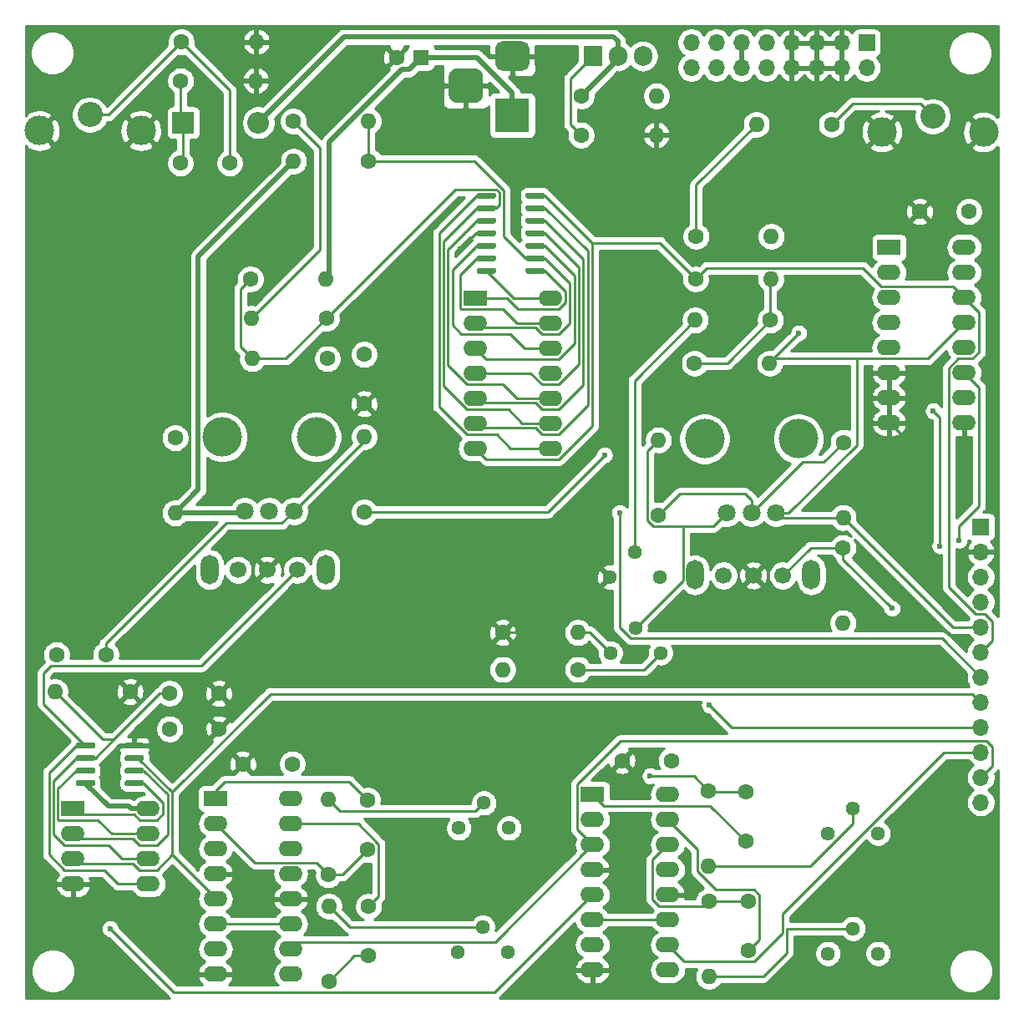
<source format=gbr>
G04 #@! TF.GenerationSoftware,KiCad,Pcbnew,5.1.10*
G04 #@! TF.CreationDate,2021-10-22T11:28:22+13:00*
G04 #@! TF.ProjectId,chroma_luma_invert,6368726f-6d61-45f6-9c75-6d615f696e76,rev?*
G04 #@! TF.SameCoordinates,Original*
G04 #@! TF.FileFunction,Copper,L1,Top*
G04 #@! TF.FilePolarity,Positive*
%FSLAX46Y46*%
G04 Gerber Fmt 4.6, Leading zero omitted, Abs format (unit mm)*
G04 Created by KiCad (PCBNEW 5.1.10) date 2021-10-22 11:28:22*
%MOMM*%
%LPD*%
G01*
G04 APERTURE LIST*
G04 #@! TA.AperFunction,ComponentPad*
%ADD10C,1.600000*%
G04 #@! TD*
G04 #@! TA.AperFunction,ComponentPad*
%ADD11R,1.600000X1.600000*%
G04 #@! TD*
G04 #@! TA.AperFunction,ComponentPad*
%ADD12R,2.200000X2.200000*%
G04 #@! TD*
G04 #@! TA.AperFunction,ComponentPad*
%ADD13O,2.200000X2.200000*%
G04 #@! TD*
G04 #@! TA.AperFunction,ComponentPad*
%ADD14R,3.500000X3.500000*%
G04 #@! TD*
G04 #@! TA.AperFunction,ComponentPad*
%ADD15C,3.000000*%
G04 #@! TD*
G04 #@! TA.AperFunction,ComponentPad*
%ADD16C,2.550000*%
G04 #@! TD*
G04 #@! TA.AperFunction,ComponentPad*
%ADD17R,1.700000X1.700000*%
G04 #@! TD*
G04 #@! TA.AperFunction,ComponentPad*
%ADD18O,1.700000X1.700000*%
G04 #@! TD*
G04 #@! TA.AperFunction,ComponentPad*
%ADD19O,1.600000X1.600000*%
G04 #@! TD*
G04 #@! TA.AperFunction,ComponentPad*
%ADD20C,1.440000*%
G04 #@! TD*
G04 #@! TA.AperFunction,ComponentPad*
%ADD21C,1.800000*%
G04 #@! TD*
G04 #@! TA.AperFunction,WasherPad*
%ADD22C,4.000000*%
G04 #@! TD*
G04 #@! TA.AperFunction,ComponentPad*
%ADD23C,1.700000*%
G04 #@! TD*
G04 #@! TA.AperFunction,ComponentPad*
%ADD24O,1.800000X3.000000*%
G04 #@! TD*
G04 #@! TA.AperFunction,ComponentPad*
%ADD25O,2.400000X1.600000*%
G04 #@! TD*
G04 #@! TA.AperFunction,ComponentPad*
%ADD26R,2.400000X1.600000*%
G04 #@! TD*
G04 #@! TA.AperFunction,ComponentPad*
%ADD27R,1.905000X2.000000*%
G04 #@! TD*
G04 #@! TA.AperFunction,ComponentPad*
%ADD28O,1.905000X2.000000*%
G04 #@! TD*
G04 #@! TA.AperFunction,ViaPad*
%ADD29C,0.600000*%
G04 #@! TD*
G04 #@! TA.AperFunction,Conductor*
%ADD30C,0.250000*%
G04 #@! TD*
G04 #@! TA.AperFunction,Conductor*
%ADD31C,0.500000*%
G04 #@! TD*
G04 #@! TA.AperFunction,Conductor*
%ADD32C,0.254000*%
G04 #@! TD*
G04 #@! TA.AperFunction,Conductor*
%ADD33C,0.100000*%
G04 #@! TD*
G04 APERTURE END LIST*
D10*
X126400000Y-49625000D03*
X121400000Y-49625000D03*
D11*
X145800000Y-38900000D03*
D10*
X143300000Y-38900000D03*
X196320000Y-54530000D03*
X201320000Y-54530000D03*
X171140000Y-110180000D03*
X166140000Y-110180000D03*
X127720000Y-110530000D03*
X132720000Y-110530000D03*
X120310000Y-106970000D03*
X125310000Y-106970000D03*
X140010000Y-74020000D03*
X140010000Y-69020000D03*
X108825000Y-99450000D03*
X113825000Y-99450000D03*
X125275000Y-103375000D03*
X120275000Y-103375000D03*
X140360000Y-119210000D03*
X140360000Y-114210000D03*
X178675000Y-113325000D03*
X178675000Y-118325000D03*
X140460000Y-124970000D03*
X140460000Y-129970000D03*
X178975000Y-129425000D03*
X178975000Y-124425000D03*
D12*
X121675000Y-45525000D03*
D13*
X129295000Y-45525000D03*
D14*
X155030000Y-44770000D03*
G04 #@! TA.AperFunction,ComponentPad*
G36*
G01*
X154030000Y-37270000D02*
X156030000Y-37270000D01*
G75*
G02*
X156780000Y-38020000I0J-750000D01*
G01*
X156780000Y-39520000D01*
G75*
G02*
X156030000Y-40270000I-750000J0D01*
G01*
X154030000Y-40270000D01*
G75*
G02*
X153280000Y-39520000I0J750000D01*
G01*
X153280000Y-38020000D01*
G75*
G02*
X154030000Y-37270000I750000J0D01*
G01*
G37*
G04 #@! TD.AperFunction*
G04 #@! TA.AperFunction,ComponentPad*
G36*
G01*
X149455000Y-40020000D02*
X151205000Y-40020000D01*
G75*
G02*
X152080000Y-40895000I0J-875000D01*
G01*
X152080000Y-42645000D01*
G75*
G02*
X151205000Y-43520000I-875000J0D01*
G01*
X149455000Y-43520000D01*
G75*
G02*
X148580000Y-42645000I0J875000D01*
G01*
X148580000Y-40895000D01*
G75*
G02*
X149455000Y-40020000I875000J0D01*
G01*
G37*
G04 #@! TD.AperFunction*
D15*
X107075000Y-46325000D03*
X117375000Y-46325000D03*
D16*
X112225000Y-44725000D03*
D17*
X202520000Y-86490000D03*
D18*
X202520000Y-89030000D03*
X202520000Y-91570000D03*
X202520000Y-94110000D03*
X202520000Y-96650000D03*
X202520000Y-99190000D03*
X202520000Y-101730000D03*
X202520000Y-104270000D03*
X202520000Y-106810000D03*
X202520000Y-109350000D03*
X202520000Y-111890000D03*
X202520000Y-114430000D03*
D16*
X197650000Y-44875000D03*
D15*
X202800000Y-46475000D03*
X192500000Y-46475000D03*
D19*
X129095000Y-37325000D03*
D10*
X121475000Y-37325000D03*
D19*
X169645000Y-42800000D03*
D10*
X162025000Y-42800000D03*
X162000000Y-46775000D03*
D19*
X169620000Y-46775000D03*
D10*
X121425000Y-41275000D03*
D19*
X129045000Y-41275000D03*
X132860000Y-49430000D03*
D10*
X140480000Y-49430000D03*
X132825000Y-45375000D03*
D19*
X140445000Y-45375000D03*
D10*
X173660000Y-57050000D03*
D19*
X181280000Y-57050000D03*
X179770000Y-45720000D03*
D10*
X187390000Y-45720000D03*
D19*
X108655000Y-103200000D03*
D10*
X116275000Y-103200000D03*
X188560000Y-88600000D03*
D19*
X188560000Y-96220000D03*
X136400000Y-114155000D03*
D10*
X136400000Y-121775000D03*
D19*
X174925000Y-120870000D03*
D10*
X174925000Y-113250000D03*
X136425000Y-132575000D03*
D19*
X136425000Y-124955000D03*
X174950000Y-132045000D03*
D10*
X174950000Y-124425000D03*
X161675000Y-100950000D03*
D19*
X154055000Y-100950000D03*
D10*
X154050000Y-97210000D03*
D19*
X161670000Y-97210000D03*
X188575000Y-85545000D03*
D10*
X188575000Y-77925000D03*
X169850000Y-85300000D03*
D19*
X169850000Y-77680000D03*
D10*
X173500000Y-69920000D03*
D19*
X181120000Y-69920000D03*
D10*
X140025000Y-85000000D03*
D19*
X140025000Y-77380000D03*
X120850000Y-85095000D03*
D10*
X120850000Y-77475000D03*
D19*
X128580000Y-65350000D03*
D10*
X136200000Y-65350000D03*
X181200000Y-65540000D03*
D19*
X173580000Y-65540000D03*
D10*
X128480000Y-61370000D03*
D19*
X136100000Y-61370000D03*
X181230000Y-61370000D03*
D10*
X173610000Y-61370000D03*
D19*
X128680000Y-69450000D03*
D10*
X136300000Y-69450000D03*
D20*
X154675000Y-117025000D03*
X152135000Y-114485000D03*
X149595000Y-117025000D03*
X192100000Y-117575000D03*
X189560000Y-115035000D03*
X187020000Y-117575000D03*
X149495000Y-129600000D03*
X152035000Y-127060000D03*
X154575000Y-129600000D03*
X192100000Y-129750000D03*
X189560000Y-127210000D03*
X187020000Y-129750000D03*
X164970000Y-99275000D03*
X167510000Y-96735000D03*
X170050000Y-99275000D03*
D21*
X176775000Y-85075000D03*
X179275000Y-85075000D03*
X181775000Y-85075000D03*
D22*
X174525000Y-77575000D03*
X184025000Y-77575000D03*
X135150000Y-77400000D03*
X125650000Y-77400000D03*
D21*
X132900000Y-84900000D03*
X130400000Y-84900000D03*
X127900000Y-84900000D03*
D20*
X164895000Y-91600000D03*
X167435000Y-89060000D03*
X169975000Y-91600000D03*
D23*
X182450000Y-91425000D03*
X179450000Y-91425000D03*
X176450000Y-91425000D03*
D24*
X173550000Y-91375000D03*
X185350000Y-91375000D03*
X136125000Y-90800000D03*
X124325000Y-90800000D03*
D23*
X127225000Y-90850000D03*
X130225000Y-90850000D03*
X133225000Y-90850000D03*
G04 #@! TA.AperFunction,SMDPad,CuDef*
G36*
G01*
X153375000Y-60385000D02*
X153375000Y-60685000D01*
G75*
G02*
X153225000Y-60835000I-150000J0D01*
G01*
X151575000Y-60835000D01*
G75*
G02*
X151425000Y-60685000I0J150000D01*
G01*
X151425000Y-60385000D01*
G75*
G02*
X151575000Y-60235000I150000J0D01*
G01*
X153225000Y-60235000D01*
G75*
G02*
X153375000Y-60385000I0J-150000D01*
G01*
G37*
G04 #@! TD.AperFunction*
G04 #@! TA.AperFunction,SMDPad,CuDef*
G36*
G01*
X153375000Y-59115000D02*
X153375000Y-59415000D01*
G75*
G02*
X153225000Y-59565000I-150000J0D01*
G01*
X151575000Y-59565000D01*
G75*
G02*
X151425000Y-59415000I0J150000D01*
G01*
X151425000Y-59115000D01*
G75*
G02*
X151575000Y-58965000I150000J0D01*
G01*
X153225000Y-58965000D01*
G75*
G02*
X153375000Y-59115000I0J-150000D01*
G01*
G37*
G04 #@! TD.AperFunction*
G04 #@! TA.AperFunction,SMDPad,CuDef*
G36*
G01*
X153375000Y-57845000D02*
X153375000Y-58145000D01*
G75*
G02*
X153225000Y-58295000I-150000J0D01*
G01*
X151575000Y-58295000D01*
G75*
G02*
X151425000Y-58145000I0J150000D01*
G01*
X151425000Y-57845000D01*
G75*
G02*
X151575000Y-57695000I150000J0D01*
G01*
X153225000Y-57695000D01*
G75*
G02*
X153375000Y-57845000I0J-150000D01*
G01*
G37*
G04 #@! TD.AperFunction*
G04 #@! TA.AperFunction,SMDPad,CuDef*
G36*
G01*
X153375000Y-56575000D02*
X153375000Y-56875000D01*
G75*
G02*
X153225000Y-57025000I-150000J0D01*
G01*
X151575000Y-57025000D01*
G75*
G02*
X151425000Y-56875000I0J150000D01*
G01*
X151425000Y-56575000D01*
G75*
G02*
X151575000Y-56425000I150000J0D01*
G01*
X153225000Y-56425000D01*
G75*
G02*
X153375000Y-56575000I0J-150000D01*
G01*
G37*
G04 #@! TD.AperFunction*
G04 #@! TA.AperFunction,SMDPad,CuDef*
G36*
G01*
X153375000Y-55305000D02*
X153375000Y-55605000D01*
G75*
G02*
X153225000Y-55755000I-150000J0D01*
G01*
X151575000Y-55755000D01*
G75*
G02*
X151425000Y-55605000I0J150000D01*
G01*
X151425000Y-55305000D01*
G75*
G02*
X151575000Y-55155000I150000J0D01*
G01*
X153225000Y-55155000D01*
G75*
G02*
X153375000Y-55305000I0J-150000D01*
G01*
G37*
G04 #@! TD.AperFunction*
G04 #@! TA.AperFunction,SMDPad,CuDef*
G36*
G01*
X153375000Y-54035000D02*
X153375000Y-54335000D01*
G75*
G02*
X153225000Y-54485000I-150000J0D01*
G01*
X151575000Y-54485000D01*
G75*
G02*
X151425000Y-54335000I0J150000D01*
G01*
X151425000Y-54035000D01*
G75*
G02*
X151575000Y-53885000I150000J0D01*
G01*
X153225000Y-53885000D01*
G75*
G02*
X153375000Y-54035000I0J-150000D01*
G01*
G37*
G04 #@! TD.AperFunction*
G04 #@! TA.AperFunction,SMDPad,CuDef*
G36*
G01*
X153375000Y-52765000D02*
X153375000Y-53065000D01*
G75*
G02*
X153225000Y-53215000I-150000J0D01*
G01*
X151575000Y-53215000D01*
G75*
G02*
X151425000Y-53065000I0J150000D01*
G01*
X151425000Y-52765000D01*
G75*
G02*
X151575000Y-52615000I150000J0D01*
G01*
X153225000Y-52615000D01*
G75*
G02*
X153375000Y-52765000I0J-150000D01*
G01*
G37*
G04 #@! TD.AperFunction*
G04 #@! TA.AperFunction,SMDPad,CuDef*
G36*
G01*
X158325000Y-52765000D02*
X158325000Y-53065000D01*
G75*
G02*
X158175000Y-53215000I-150000J0D01*
G01*
X156525000Y-53215000D01*
G75*
G02*
X156375000Y-53065000I0J150000D01*
G01*
X156375000Y-52765000D01*
G75*
G02*
X156525000Y-52615000I150000J0D01*
G01*
X158175000Y-52615000D01*
G75*
G02*
X158325000Y-52765000I0J-150000D01*
G01*
G37*
G04 #@! TD.AperFunction*
G04 #@! TA.AperFunction,SMDPad,CuDef*
G36*
G01*
X158325000Y-54035000D02*
X158325000Y-54335000D01*
G75*
G02*
X158175000Y-54485000I-150000J0D01*
G01*
X156525000Y-54485000D01*
G75*
G02*
X156375000Y-54335000I0J150000D01*
G01*
X156375000Y-54035000D01*
G75*
G02*
X156525000Y-53885000I150000J0D01*
G01*
X158175000Y-53885000D01*
G75*
G02*
X158325000Y-54035000I0J-150000D01*
G01*
G37*
G04 #@! TD.AperFunction*
G04 #@! TA.AperFunction,SMDPad,CuDef*
G36*
G01*
X158325000Y-55305000D02*
X158325000Y-55605000D01*
G75*
G02*
X158175000Y-55755000I-150000J0D01*
G01*
X156525000Y-55755000D01*
G75*
G02*
X156375000Y-55605000I0J150000D01*
G01*
X156375000Y-55305000D01*
G75*
G02*
X156525000Y-55155000I150000J0D01*
G01*
X158175000Y-55155000D01*
G75*
G02*
X158325000Y-55305000I0J-150000D01*
G01*
G37*
G04 #@! TD.AperFunction*
G04 #@! TA.AperFunction,SMDPad,CuDef*
G36*
G01*
X158325000Y-56575000D02*
X158325000Y-56875000D01*
G75*
G02*
X158175000Y-57025000I-150000J0D01*
G01*
X156525000Y-57025000D01*
G75*
G02*
X156375000Y-56875000I0J150000D01*
G01*
X156375000Y-56575000D01*
G75*
G02*
X156525000Y-56425000I150000J0D01*
G01*
X158175000Y-56425000D01*
G75*
G02*
X158325000Y-56575000I0J-150000D01*
G01*
G37*
G04 #@! TD.AperFunction*
G04 #@! TA.AperFunction,SMDPad,CuDef*
G36*
G01*
X158325000Y-57845000D02*
X158325000Y-58145000D01*
G75*
G02*
X158175000Y-58295000I-150000J0D01*
G01*
X156525000Y-58295000D01*
G75*
G02*
X156375000Y-58145000I0J150000D01*
G01*
X156375000Y-57845000D01*
G75*
G02*
X156525000Y-57695000I150000J0D01*
G01*
X158175000Y-57695000D01*
G75*
G02*
X158325000Y-57845000I0J-150000D01*
G01*
G37*
G04 #@! TD.AperFunction*
G04 #@! TA.AperFunction,SMDPad,CuDef*
G36*
G01*
X158325000Y-59115000D02*
X158325000Y-59415000D01*
G75*
G02*
X158175000Y-59565000I-150000J0D01*
G01*
X156525000Y-59565000D01*
G75*
G02*
X156375000Y-59415000I0J150000D01*
G01*
X156375000Y-59115000D01*
G75*
G02*
X156525000Y-58965000I150000J0D01*
G01*
X158175000Y-58965000D01*
G75*
G02*
X158325000Y-59115000I0J-150000D01*
G01*
G37*
G04 #@! TD.AperFunction*
G04 #@! TA.AperFunction,SMDPad,CuDef*
G36*
G01*
X158325000Y-60385000D02*
X158325000Y-60685000D01*
G75*
G02*
X158175000Y-60835000I-150000J0D01*
G01*
X156525000Y-60835000D01*
G75*
G02*
X156375000Y-60685000I0J150000D01*
G01*
X156375000Y-60385000D01*
G75*
G02*
X156525000Y-60235000I150000J0D01*
G01*
X158175000Y-60235000D01*
G75*
G02*
X158325000Y-60385000I0J-150000D01*
G01*
G37*
G04 #@! TD.AperFunction*
D25*
X158895000Y-63275000D03*
X151275000Y-78515000D03*
X158895000Y-65815000D03*
X151275000Y-75975000D03*
X158895000Y-68355000D03*
X151275000Y-73435000D03*
X158895000Y-70895000D03*
X151275000Y-70895000D03*
X158895000Y-73435000D03*
X151275000Y-68355000D03*
X158895000Y-75975000D03*
X151275000Y-65815000D03*
X158895000Y-78515000D03*
D26*
X151275000Y-63275000D03*
D27*
X163200000Y-38775000D03*
D28*
X165740000Y-38775000D03*
X168280000Y-38775000D03*
D25*
X200830000Y-58160000D03*
X193210000Y-75940000D03*
X200830000Y-60700000D03*
X193210000Y-73400000D03*
X200830000Y-63240000D03*
X193210000Y-70860000D03*
X200830000Y-65780000D03*
X193210000Y-68320000D03*
X200830000Y-68320000D03*
X193210000Y-65780000D03*
X200830000Y-70860000D03*
X193210000Y-63240000D03*
X200830000Y-73400000D03*
X193210000Y-60700000D03*
X200830000Y-75940000D03*
D26*
X193210000Y-58160000D03*
X124950000Y-114050000D03*
D25*
X132570000Y-131830000D03*
X124950000Y-116590000D03*
X132570000Y-129290000D03*
X124950000Y-119130000D03*
X132570000Y-126750000D03*
X124950000Y-121670000D03*
X132570000Y-124210000D03*
X124950000Y-124210000D03*
X132570000Y-121670000D03*
X124950000Y-126750000D03*
X132570000Y-119130000D03*
X124950000Y-129290000D03*
X132570000Y-116590000D03*
X124950000Y-131830000D03*
X132570000Y-114050000D03*
D26*
X163150000Y-113625000D03*
D25*
X170770000Y-131405000D03*
X163150000Y-116165000D03*
X170770000Y-128865000D03*
X163150000Y-118705000D03*
X170770000Y-126325000D03*
X163150000Y-121245000D03*
X170770000Y-123785000D03*
X163150000Y-123785000D03*
X170770000Y-121245000D03*
X163150000Y-126325000D03*
X170770000Y-118705000D03*
X163150000Y-128865000D03*
X170770000Y-116165000D03*
X163150000Y-131405000D03*
X170770000Y-113625000D03*
D26*
X110500000Y-115075000D03*
D25*
X118120000Y-122695000D03*
X110500000Y-117615000D03*
X118120000Y-120155000D03*
X110500000Y-120155000D03*
X118120000Y-117615000D03*
X110500000Y-122695000D03*
X118120000Y-115075000D03*
G04 #@! TA.AperFunction,SMDPad,CuDef*
G36*
G01*
X117700000Y-112330000D02*
X117700000Y-112630000D01*
G75*
G02*
X117550000Y-112780000I-150000J0D01*
G01*
X115900000Y-112780000D01*
G75*
G02*
X115750000Y-112630000I0J150000D01*
G01*
X115750000Y-112330000D01*
G75*
G02*
X115900000Y-112180000I150000J0D01*
G01*
X117550000Y-112180000D01*
G75*
G02*
X117700000Y-112330000I0J-150000D01*
G01*
G37*
G04 #@! TD.AperFunction*
G04 #@! TA.AperFunction,SMDPad,CuDef*
G36*
G01*
X117700000Y-111060000D02*
X117700000Y-111360000D01*
G75*
G02*
X117550000Y-111510000I-150000J0D01*
G01*
X115900000Y-111510000D01*
G75*
G02*
X115750000Y-111360000I0J150000D01*
G01*
X115750000Y-111060000D01*
G75*
G02*
X115900000Y-110910000I150000J0D01*
G01*
X117550000Y-110910000D01*
G75*
G02*
X117700000Y-111060000I0J-150000D01*
G01*
G37*
G04 #@! TD.AperFunction*
G04 #@! TA.AperFunction,SMDPad,CuDef*
G36*
G01*
X117700000Y-109790000D02*
X117700000Y-110090000D01*
G75*
G02*
X117550000Y-110240000I-150000J0D01*
G01*
X115900000Y-110240000D01*
G75*
G02*
X115750000Y-110090000I0J150000D01*
G01*
X115750000Y-109790000D01*
G75*
G02*
X115900000Y-109640000I150000J0D01*
G01*
X117550000Y-109640000D01*
G75*
G02*
X117700000Y-109790000I0J-150000D01*
G01*
G37*
G04 #@! TD.AperFunction*
G04 #@! TA.AperFunction,SMDPad,CuDef*
G36*
G01*
X117700000Y-108520000D02*
X117700000Y-108820000D01*
G75*
G02*
X117550000Y-108970000I-150000J0D01*
G01*
X115900000Y-108970000D01*
G75*
G02*
X115750000Y-108820000I0J150000D01*
G01*
X115750000Y-108520000D01*
G75*
G02*
X115900000Y-108370000I150000J0D01*
G01*
X117550000Y-108370000D01*
G75*
G02*
X117700000Y-108520000I0J-150000D01*
G01*
G37*
G04 #@! TD.AperFunction*
G04 #@! TA.AperFunction,SMDPad,CuDef*
G36*
G01*
X112750000Y-108520000D02*
X112750000Y-108820000D01*
G75*
G02*
X112600000Y-108970000I-150000J0D01*
G01*
X110950000Y-108970000D01*
G75*
G02*
X110800000Y-108820000I0J150000D01*
G01*
X110800000Y-108520000D01*
G75*
G02*
X110950000Y-108370000I150000J0D01*
G01*
X112600000Y-108370000D01*
G75*
G02*
X112750000Y-108520000I0J-150000D01*
G01*
G37*
G04 #@! TD.AperFunction*
G04 #@! TA.AperFunction,SMDPad,CuDef*
G36*
G01*
X112750000Y-109790000D02*
X112750000Y-110090000D01*
G75*
G02*
X112600000Y-110240000I-150000J0D01*
G01*
X110950000Y-110240000D01*
G75*
G02*
X110800000Y-110090000I0J150000D01*
G01*
X110800000Y-109790000D01*
G75*
G02*
X110950000Y-109640000I150000J0D01*
G01*
X112600000Y-109640000D01*
G75*
G02*
X112750000Y-109790000I0J-150000D01*
G01*
G37*
G04 #@! TD.AperFunction*
G04 #@! TA.AperFunction,SMDPad,CuDef*
G36*
G01*
X112750000Y-111060000D02*
X112750000Y-111360000D01*
G75*
G02*
X112600000Y-111510000I-150000J0D01*
G01*
X110950000Y-111510000D01*
G75*
G02*
X110800000Y-111360000I0J150000D01*
G01*
X110800000Y-111060000D01*
G75*
G02*
X110950000Y-110910000I150000J0D01*
G01*
X112600000Y-110910000D01*
G75*
G02*
X112750000Y-111060000I0J-150000D01*
G01*
G37*
G04 #@! TD.AperFunction*
G04 #@! TA.AperFunction,SMDPad,CuDef*
G36*
G01*
X112750000Y-112330000D02*
X112750000Y-112630000D01*
G75*
G02*
X112600000Y-112780000I-150000J0D01*
G01*
X110950000Y-112780000D01*
G75*
G02*
X110800000Y-112630000I0J150000D01*
G01*
X110800000Y-112330000D01*
G75*
G02*
X110950000Y-112180000I150000J0D01*
G01*
X112600000Y-112180000D01*
G75*
G02*
X112750000Y-112330000I0J-150000D01*
G01*
G37*
G04 #@! TD.AperFunction*
D17*
X190960000Y-37410000D03*
D18*
X190960000Y-39950000D03*
X188420000Y-37410000D03*
X188420000Y-39950000D03*
X185880000Y-37410000D03*
X185880000Y-39950000D03*
X183340000Y-37410000D03*
X183340000Y-39950000D03*
X180800000Y-37410000D03*
X180800000Y-39950000D03*
X178260000Y-37410000D03*
X178260000Y-39950000D03*
X175720000Y-37410000D03*
X175720000Y-39950000D03*
X173180000Y-37410000D03*
X173180000Y-39950000D03*
D29*
X196140000Y-78770000D03*
X197060000Y-90190000D03*
X149760000Y-58350000D03*
X146200000Y-57390000D03*
X146810000Y-69640000D03*
X129295000Y-45525000D03*
X184080000Y-66840000D03*
X165930000Y-85040000D03*
X114260000Y-127230000D03*
X175010000Y-104570000D03*
X200330000Y-87850000D03*
X198380000Y-88420000D03*
X197712499Y-74742499D03*
X193520000Y-94750000D03*
X169010000Y-111750000D03*
X164390000Y-79220000D03*
D30*
X121425000Y-45275000D02*
X121675000Y-45525000D01*
X121425000Y-41275000D02*
X121425000Y-45275000D01*
X121675000Y-49350000D02*
X121400000Y-49625000D01*
X121675000Y-45525000D02*
X121675000Y-49350000D01*
X161320029Y-67920975D02*
X161320029Y-60990029D01*
X159760994Y-69480010D02*
X161320029Y-67920975D01*
X158325000Y-57995000D02*
X157350000Y-57995000D01*
X161320029Y-60990029D02*
X158325000Y-57995000D01*
X152400010Y-69480010D02*
X159760994Y-69480010D01*
X151275000Y-68355000D02*
X152400010Y-69480010D01*
X114075000Y-44725000D02*
X121475000Y-37325000D01*
X112225000Y-44725000D02*
X114075000Y-44725000D01*
X126400000Y-42250000D02*
X121475000Y-37325000D01*
X126400000Y-49625000D02*
X126400000Y-42250000D01*
X159285000Y-97210000D02*
X164895000Y-91600000D01*
X154050000Y-97210000D02*
X159285000Y-97210000D01*
X193310000Y-75940000D02*
X193210000Y-75940000D01*
X196140000Y-78770000D02*
X193310000Y-75940000D01*
X151385000Y-56725000D02*
X149760000Y-58350000D01*
X152400000Y-56725000D02*
X151385000Y-56725000D01*
X146200000Y-67830000D02*
X140010000Y-74020000D01*
X146200000Y-57390000D02*
X146200000Y-67830000D01*
X146200000Y-69030000D02*
X146810000Y-69640000D01*
X146200000Y-67830000D02*
X146200000Y-69030000D01*
D31*
X165740000Y-37275000D02*
X165740000Y-38775000D01*
X165284990Y-36819990D02*
X165740000Y-37275000D01*
X138000010Y-36819990D02*
X165284990Y-36819990D01*
X129295000Y-45525000D02*
X138000010Y-36819990D01*
X165740000Y-39085000D02*
X165740000Y-38775000D01*
X162025000Y-42800000D02*
X165740000Y-39085000D01*
X123199999Y-82745001D02*
X120850000Y-85095000D01*
X123199999Y-59090001D02*
X123199999Y-82745001D01*
X132860000Y-49430000D02*
X123199999Y-59090001D01*
X127705000Y-85095000D02*
X127900000Y-84900000D01*
X120850000Y-85095000D02*
X127705000Y-85095000D01*
D30*
X161770039Y-60170039D02*
X158325000Y-56725000D01*
X161770039Y-70010965D02*
X161770039Y-60170039D01*
X158325000Y-56725000D02*
X157350000Y-56725000D01*
X159760994Y-72020010D02*
X161770039Y-70010965D01*
X158029006Y-72020010D02*
X159760994Y-72020010D01*
X156903996Y-70895000D02*
X158029006Y-72020010D01*
X151275000Y-70895000D02*
X156903996Y-70895000D01*
D31*
X151410000Y-38900000D02*
X145800000Y-38900000D01*
X155030000Y-42520000D02*
X151410000Y-38900000D01*
X155030000Y-44770000D02*
X155030000Y-42520000D01*
X143819997Y-40150001D02*
X136490000Y-47479998D01*
X144549999Y-40150001D02*
X143819997Y-40150001D01*
X145800000Y-38900000D02*
X144549999Y-40150001D01*
X136490000Y-60980000D02*
X136100000Y-61370000D01*
X136490000Y-47479998D02*
X136490000Y-60980000D01*
X116420000Y-115075000D02*
X116165000Y-114820000D01*
X118120000Y-115075000D02*
X116420000Y-115075000D01*
X114115000Y-114820000D02*
X111775000Y-112480000D01*
X116165000Y-114820000D02*
X114115000Y-114820000D01*
X178260000Y-37410000D02*
X178260000Y-39950000D01*
D30*
X128580000Y-65350000D02*
X135520000Y-58410000D01*
X135520000Y-48070000D02*
X132825000Y-45375000D01*
X135520000Y-58410000D02*
X135520000Y-48070000D01*
X158325000Y-60535000D02*
X157350000Y-60535000D01*
X160420010Y-62630010D02*
X158325000Y-60535000D01*
X160420010Y-63740994D02*
X160420010Y-62630010D01*
X159760994Y-64400010D02*
X160420010Y-63740994D01*
X155628600Y-64400010D02*
X159760994Y-64400010D01*
X154503590Y-63275000D02*
X155628600Y-64400010D01*
X151275000Y-63275000D02*
X154503590Y-63275000D01*
X131674999Y-86125001D02*
X132900000Y-84900000D01*
X126018629Y-86125001D02*
X131674999Y-86125001D01*
X113825000Y-98318630D02*
X126018629Y-86125001D01*
X113825000Y-99450000D02*
X113825000Y-98318630D01*
X140025000Y-77775000D02*
X140025000Y-77380000D01*
X132900000Y-84900000D02*
X140025000Y-77775000D01*
X182245000Y-85545000D02*
X181775000Y-85075000D01*
X188575000Y-85545000D02*
X182245000Y-85545000D01*
X181594990Y-69445010D02*
X181120000Y-69920000D01*
X200830000Y-65780000D02*
X197164990Y-69445010D01*
X183047792Y-85075000D02*
X189945010Y-78177782D01*
X181775000Y-85075000D02*
X183047792Y-85075000D01*
X189945010Y-78177782D02*
X189945010Y-69445010D01*
X189945010Y-69445010D02*
X181594990Y-69445010D01*
X197164990Y-69445010D02*
X189945010Y-69445010D01*
X181120000Y-69800000D02*
X181120000Y-69920000D01*
X184080000Y-66840000D02*
X181120000Y-69800000D01*
X199680000Y-96650000D02*
X188575000Y-85545000D01*
X202520000Y-96650000D02*
X199680000Y-96650000D01*
X158325000Y-52915000D02*
X157350000Y-52915000D01*
X163120068Y-76280936D02*
X163120068Y-57710068D01*
X159760994Y-79640010D02*
X163120068Y-76280936D01*
X163120068Y-57710068D02*
X158325000Y-52915000D01*
X152400010Y-79640010D02*
X159760994Y-79640010D01*
X151275000Y-78515000D02*
X152400010Y-79640010D01*
X169950068Y-57710068D02*
X173610000Y-61370000D01*
X163120068Y-57710068D02*
X169950068Y-57710068D01*
X192414990Y-62114990D02*
X199704990Y-62114990D01*
X199704990Y-62114990D02*
X200830000Y-63240000D01*
X190544999Y-60244999D02*
X192414990Y-62114990D01*
X174735001Y-60244999D02*
X190544999Y-60244999D01*
X173610000Y-61370000D02*
X174735001Y-60244999D01*
X202355010Y-64765010D02*
X200830000Y-63240000D01*
X202355010Y-68785994D02*
X202355010Y-64765010D01*
X201695994Y-69445010D02*
X202355010Y-68785994D01*
X200253986Y-69445010D02*
X201695994Y-69445010D01*
X199304990Y-70394006D02*
X200253986Y-69445010D01*
X199304990Y-92633992D02*
X199304990Y-70394006D01*
X203695001Y-96085999D02*
X202894003Y-95285001D01*
X201955999Y-95285001D02*
X199304990Y-92633992D01*
X202894003Y-95285001D02*
X201955999Y-95285001D01*
X203695001Y-98014999D02*
X203695001Y-96085999D01*
X202520000Y-99190000D02*
X203695001Y-98014999D01*
X158895000Y-78515000D02*
X154855000Y-78515000D01*
X151425000Y-52915000D02*
X152400000Y-52915000D01*
X147609970Y-56730030D02*
X151425000Y-52915000D01*
X147609970Y-74300974D02*
X147609970Y-56730030D01*
X150409006Y-77100010D02*
X147609970Y-74300974D01*
X153440010Y-77100010D02*
X150409006Y-77100010D01*
X154855000Y-78515000D02*
X153440010Y-77100010D01*
X165940001Y-85050001D02*
X165930000Y-85040000D01*
X198570001Y-97780001D02*
X167008399Y-97780001D01*
X202520000Y-101730000D02*
X198570001Y-97780001D01*
X165940001Y-96711603D02*
X165940001Y-85050001D01*
X167008399Y-97780001D02*
X165940001Y-96711603D01*
X119645010Y-114425010D02*
X117700000Y-112480000D01*
X119645010Y-115540994D02*
X119645010Y-114425010D01*
X117700000Y-112480000D02*
X116725000Y-112480000D01*
X118985994Y-116200010D02*
X119645010Y-115540994D01*
X117254006Y-116200010D02*
X118985994Y-116200010D01*
X116704004Y-115650008D02*
X117254006Y-116200010D01*
X111075008Y-115650008D02*
X116704004Y-115650008D01*
X110500000Y-115075000D02*
X111075008Y-115650008D01*
X120730001Y-133700001D02*
X114260000Y-127230000D01*
X153234999Y-133700001D02*
X120730001Y-133700001D01*
X163150000Y-123785000D02*
X153234999Y-133700001D01*
X177250000Y-106810000D02*
X202520000Y-106810000D01*
X175010000Y-104570000D02*
X177250000Y-106810000D01*
X120545030Y-113383262D02*
X117101768Y-109940000D01*
X120545030Y-119720974D02*
X120545030Y-113383262D01*
X118985994Y-121280010D02*
X120545030Y-119720974D01*
X117254006Y-121280010D02*
X118985994Y-121280010D01*
X117101768Y-109940000D02*
X116725000Y-109940000D01*
X116579005Y-120605009D02*
X117254006Y-121280010D01*
X110950009Y-120605009D02*
X116579005Y-120605009D01*
X110500000Y-120155000D02*
X110950009Y-120605009D01*
X124950000Y-124125944D02*
X120545030Y-119720974D01*
X124950000Y-124210000D02*
X124950000Y-124125944D01*
X130508291Y-103420001D02*
X120545030Y-113383262D01*
X201670001Y-103420001D02*
X130508291Y-103420001D01*
X202520000Y-104270000D02*
X201670001Y-103420001D01*
X182404992Y-125723406D02*
X198778398Y-109350000D01*
X182404992Y-127660010D02*
X182404992Y-125723406D01*
X198778398Y-109350000D02*
X202520000Y-109350000D01*
X172455001Y-130550001D02*
X179515001Y-130550001D01*
X179515001Y-130550001D02*
X182404992Y-127660010D01*
X170770000Y-128865000D02*
X172455001Y-130550001D01*
X202355010Y-72385010D02*
X200830000Y-70860000D01*
X202355010Y-84369988D02*
X202355010Y-72385010D01*
X200330000Y-86394998D02*
X202355010Y-84369988D01*
X200330000Y-87850000D02*
X200330000Y-86394998D01*
X153300001Y-128554999D02*
X163150000Y-118705000D01*
X133305001Y-128554999D02*
X153300001Y-128554999D01*
X132570000Y-129290000D02*
X133305001Y-128554999D01*
X161624999Y-112564999D02*
X161624999Y-117179999D01*
X166014999Y-108174999D02*
X161624999Y-112564999D01*
X203084001Y-108174999D02*
X166014999Y-108174999D01*
X203695001Y-108785999D02*
X203084001Y-108174999D01*
X161624999Y-117179999D02*
X163150000Y-118705000D01*
X203695001Y-110714999D02*
X203695001Y-108785999D01*
X202520000Y-111890000D02*
X203695001Y-110714999D01*
X118120000Y-122695000D02*
X115075000Y-122695000D01*
X110800000Y-108670000D02*
X111775000Y-108670000D01*
X108074979Y-119720983D02*
X108074979Y-111395021D01*
X109634006Y-121280010D02*
X108074979Y-119720983D01*
X108074979Y-111395021D02*
X110800000Y-108670000D01*
X113660010Y-121280010D02*
X109634006Y-121280010D01*
X115075000Y-122695000D02*
X113660010Y-121280010D01*
X123499999Y-100575001D02*
X133225000Y-90850000D01*
X108284999Y-100575001D02*
X123499999Y-100575001D01*
X107529999Y-101330001D02*
X108284999Y-100575001D01*
X107529999Y-104424999D02*
X107529999Y-101330001D01*
X111775000Y-108670000D02*
X107529999Y-104424999D01*
X198380000Y-75410000D02*
X197712499Y-74742499D01*
X198380000Y-88420000D02*
X198380000Y-75410000D01*
X160899999Y-41075001D02*
X163200000Y-38775000D01*
X160899999Y-45674999D02*
X160899999Y-41075001D01*
X162000000Y-46775000D02*
X160899999Y-45674999D01*
X162905000Y-97210000D02*
X164970000Y-99275000D01*
X161670000Y-97210000D02*
X162905000Y-97210000D01*
X168724999Y-78805001D02*
X169850000Y-77680000D01*
X168724999Y-85840001D02*
X168724999Y-78805001D01*
X169309999Y-86425001D02*
X168724999Y-85840001D01*
X176775000Y-85075000D02*
X175424999Y-86425001D01*
X172324990Y-86485010D02*
X172384999Y-86425001D01*
X172324990Y-91920010D02*
X172324990Y-86485010D01*
X167510000Y-96735000D02*
X172324990Y-91920010D01*
X172384999Y-86425001D02*
X169309999Y-86425001D01*
X175424999Y-86425001D02*
X172384999Y-86425001D01*
X185275000Y-88600000D02*
X188560000Y-88600000D01*
X182450000Y-91425000D02*
X185275000Y-88600000D01*
X188560000Y-89790000D02*
X188560000Y-88600000D01*
X193520000Y-94750000D02*
X188560000Y-89790000D01*
X158895000Y-68355000D02*
X156265000Y-68355000D01*
X151425000Y-57995000D02*
X152400000Y-57995000D01*
X154850010Y-66940010D02*
X149840010Y-66940010D01*
X156265000Y-68355000D02*
X154850010Y-66940010D01*
X149840010Y-66940010D02*
X148960000Y-66060000D01*
X148960000Y-60460000D02*
X151425000Y-57995000D01*
X148960000Y-66060000D02*
X148960000Y-60460000D01*
X118120000Y-117615000D02*
X114465000Y-117615000D01*
X108974999Y-113035001D02*
X110800000Y-111210000D01*
X110800000Y-111210000D02*
X111775000Y-111210000D01*
X108974999Y-116135001D02*
X108974999Y-113035001D01*
X109039999Y-116200001D02*
X108974999Y-116135001D01*
X113050001Y-116200001D02*
X109039999Y-116200001D01*
X114465000Y-117615000D02*
X113050001Y-116200001D01*
X118120000Y-120155000D02*
X115485000Y-120155000D01*
X110800000Y-109940000D02*
X111775000Y-109940000D01*
X108524989Y-112215011D02*
X110800000Y-109940000D01*
X108524989Y-117630993D02*
X108524989Y-112215011D01*
X109634006Y-118740010D02*
X108524989Y-117630993D01*
X114070010Y-118740010D02*
X109634006Y-118740010D01*
X115485000Y-120155000D02*
X114070010Y-118740010D01*
X119315000Y-103375000D02*
X120275000Y-103375000D01*
X111775000Y-109940000D02*
X112750000Y-109940000D01*
X113505000Y-108050000D02*
X108655000Y-103200000D01*
X114640000Y-108050000D02*
X113505000Y-108050000D01*
X112750000Y-109940000D02*
X114640000Y-108050000D01*
X114640000Y-108050000D02*
X119315000Y-103375000D01*
X124950000Y-114050000D02*
X124950000Y-113270000D01*
X124950000Y-113270000D02*
X125890000Y-112330000D01*
X138480000Y-112330000D02*
X140360000Y-114210000D01*
X125890000Y-112330000D02*
X138480000Y-112330000D01*
X175100010Y-114750010D02*
X178675000Y-118325000D01*
X164275010Y-114750010D02*
X175100010Y-114750010D01*
X163150000Y-113625000D02*
X164275010Y-114750010D01*
X175000000Y-113325000D02*
X174925000Y-113250000D01*
X178675000Y-113325000D02*
X175000000Y-113325000D01*
X173425000Y-111750000D02*
X174925000Y-113250000D01*
X169010000Y-111750000D02*
X173425000Y-111750000D01*
X139405002Y-116590000D02*
X132570000Y-116590000D01*
X141485001Y-118669999D02*
X139405002Y-116590000D01*
X141485001Y-123944999D02*
X141485001Y-118669999D01*
X140460000Y-124970000D02*
X141485001Y-123944999D01*
X139030000Y-129970000D02*
X136425000Y-132575000D01*
X140460000Y-129970000D02*
X139030000Y-129970000D01*
X174950000Y-124425000D02*
X178975000Y-124425000D01*
X174464990Y-124910010D02*
X174950000Y-124425000D01*
X169244990Y-124250994D02*
X169904006Y-124910010D01*
X169904006Y-124910010D02*
X174464990Y-124910010D01*
X169244990Y-120230010D02*
X169244990Y-124250994D01*
X170770000Y-118705000D02*
X169244990Y-120230010D01*
X180100001Y-128299999D02*
X178975000Y-129425000D01*
X180100001Y-123884999D02*
X180100001Y-128299999D01*
X179515001Y-123299999D02*
X180100001Y-123884999D01*
X175689997Y-123299999D02*
X179515001Y-123299999D01*
X173799999Y-121410001D02*
X175689997Y-123299999D01*
X173799999Y-119194999D02*
X173799999Y-121410001D01*
X170770000Y-116165000D02*
X173799999Y-119194999D01*
X196375001Y-43600001D02*
X197650000Y-44875000D01*
X189509999Y-43600001D02*
X196375001Y-43600001D01*
X187390000Y-45720000D02*
X189509999Y-43600001D01*
X160870019Y-61810019D02*
X158325000Y-59265000D01*
X158325000Y-59265000D02*
X157350000Y-59265000D01*
X159760994Y-66940010D02*
X160870019Y-65830985D01*
X158029006Y-66940010D02*
X159760994Y-66940010D01*
X157354005Y-66265009D02*
X158029006Y-66940010D01*
X160870019Y-65830985D02*
X160870019Y-61810019D01*
X151725009Y-66265009D02*
X157354005Y-66265009D01*
X151275000Y-65815000D02*
X151725009Y-66265009D01*
X151198178Y-49430000D02*
X140480000Y-49430000D01*
X154150019Y-52381841D02*
X151198178Y-49430000D01*
X154150019Y-57040019D02*
X154150019Y-52381841D01*
X156375000Y-59265000D02*
X154150019Y-57040019D01*
X157350000Y-59265000D02*
X156375000Y-59265000D01*
X140480000Y-45410000D02*
X140445000Y-45375000D01*
X140480000Y-49430000D02*
X140480000Y-45410000D01*
X189560000Y-116581602D02*
X189560000Y-115035000D01*
X185271602Y-120870000D02*
X189560000Y-116581602D01*
X174925000Y-120870000D02*
X185271602Y-120870000D01*
X124950000Y-126750000D02*
X132570000Y-126750000D01*
X163150000Y-126325000D02*
X170770000Y-126325000D01*
X155140000Y-63275000D02*
X152400000Y-60535000D01*
X158895000Y-63275000D02*
X155140000Y-63275000D01*
X173660000Y-51830000D02*
X179770000Y-45720000D01*
X173660000Y-57050000D02*
X173660000Y-51830000D01*
X158895000Y-73435000D02*
X155505000Y-73435000D01*
X151425000Y-55455000D02*
X152400000Y-55455000D01*
X148509990Y-58370010D02*
X151425000Y-55455000D01*
X148509990Y-70120994D02*
X148509990Y-58370010D01*
X150409006Y-72020010D02*
X148509990Y-70120994D01*
X154090010Y-72020010D02*
X150409006Y-72020010D01*
X155505000Y-73435000D02*
X154090010Y-72020010D01*
X158610000Y-85000000D02*
X140025000Y-85000000D01*
X164390000Y-79220000D02*
X158610000Y-85000000D01*
X158895000Y-75975000D02*
X156045000Y-75975000D01*
X151425000Y-54185000D02*
X152400000Y-54185000D01*
X148059980Y-57550020D02*
X151425000Y-54185000D01*
X148059980Y-72210984D02*
X148059980Y-57550020D01*
X150409006Y-74560010D02*
X148059980Y-72210984D01*
X154630010Y-74560010D02*
X150409006Y-74560010D01*
X156045000Y-75975000D02*
X154630010Y-74560010D01*
X127454999Y-62395001D02*
X128480000Y-61370000D01*
X127454999Y-68224999D02*
X127454999Y-62395001D01*
X128680000Y-69450000D02*
X127454999Y-68224999D01*
X132100000Y-69450000D02*
X136200000Y-65350000D01*
X128680000Y-69450000D02*
X132100000Y-69450000D01*
X149260010Y-52289990D02*
X136200000Y-65350000D01*
X153421758Y-52289990D02*
X149260010Y-52289990D01*
X153700010Y-53859990D02*
X153700010Y-52568242D01*
X153700010Y-52568242D02*
X153421758Y-52289990D01*
X153375000Y-54185000D02*
X153700010Y-53859990D01*
X152400000Y-54185000D02*
X153375000Y-54185000D01*
X167435000Y-71685000D02*
X173580000Y-65540000D01*
X167435000Y-89060000D02*
X167435000Y-71685000D01*
X120095020Y-113605020D02*
X117700000Y-111210000D01*
X120095020Y-117630984D02*
X120095020Y-113605020D01*
X117700000Y-111210000D02*
X116725000Y-111210000D01*
X117254006Y-118740010D02*
X118985994Y-118740010D01*
X116579005Y-118065009D02*
X117254006Y-118740010D01*
X110950009Y-118065009D02*
X116579005Y-118065009D01*
X118985994Y-118740010D02*
X120095020Y-117630984D01*
X110500000Y-117615000D02*
X110950009Y-118065009D01*
X137795000Y-121775000D02*
X140360000Y-119210000D01*
X136400000Y-121775000D02*
X137795000Y-121775000D01*
X128904990Y-120544990D02*
X124950000Y-116590000D01*
X135169990Y-120544990D02*
X128904990Y-120544990D01*
X136400000Y-121775000D02*
X135169990Y-120544990D01*
X158895000Y-65815000D02*
X155525000Y-65815000D01*
X151425000Y-59265000D02*
X152400000Y-59265000D01*
X149749999Y-60940001D02*
X151425000Y-59265000D01*
X149749999Y-64335001D02*
X149749999Y-60940001D01*
X149814999Y-64400001D02*
X149749999Y-64335001D01*
X154110001Y-64400001D02*
X149814999Y-64400001D01*
X155525000Y-65815000D02*
X154110001Y-64400001D01*
X151284999Y-115335001D02*
X152135000Y-114485000D01*
X137580001Y-115335001D02*
X151284999Y-115335001D01*
X136400000Y-114155000D02*
X137580001Y-115335001D01*
X136425000Y-124955000D02*
X137565001Y-126095001D01*
X137565001Y-126095001D02*
X137575001Y-126095001D01*
X138540000Y-127060000D02*
X152035000Y-127060000D01*
X137575001Y-126095001D02*
X138540000Y-127060000D01*
X182855002Y-129654998D02*
X182855002Y-127210000D01*
X182855002Y-127210000D02*
X189560000Y-127210000D01*
X180465000Y-132045000D02*
X182855002Y-129654998D01*
X174950000Y-132045000D02*
X180465000Y-132045000D01*
X168375000Y-100950000D02*
X170050000Y-99275000D01*
X161675000Y-100950000D02*
X168375000Y-100950000D01*
X158325000Y-55455000D02*
X157350000Y-55455000D01*
X162220049Y-59350049D02*
X158325000Y-55455000D01*
X162220049Y-72100955D02*
X162220049Y-59350049D01*
X159760994Y-74560010D02*
X162220049Y-72100955D01*
X158029006Y-74560010D02*
X159760994Y-74560010D01*
X157354006Y-73885010D02*
X158029006Y-74560010D01*
X151725010Y-73885010D02*
X157354006Y-73885010D01*
X151275000Y-73435000D02*
X151725010Y-73885010D01*
X169850000Y-85300000D02*
X172020000Y-83130000D01*
X172020000Y-83130000D02*
X178610000Y-83130000D01*
X179275000Y-83795000D02*
X179275000Y-85075000D01*
X178610000Y-83130000D02*
X179275000Y-83795000D01*
X184449999Y-79900001D02*
X179275000Y-85075000D01*
X186599999Y-79900001D02*
X184449999Y-79900001D01*
X188575000Y-77925000D02*
X186599999Y-79900001D01*
X158325000Y-54185000D02*
X157350000Y-54185000D01*
X162670059Y-74190945D02*
X162670059Y-58530059D01*
X159760994Y-77100010D02*
X162670059Y-74190945D01*
X162670059Y-58530059D02*
X158325000Y-54185000D01*
X158029006Y-77100010D02*
X159760994Y-77100010D01*
X157354005Y-76425009D02*
X158029006Y-77100010D01*
X151725009Y-76425009D02*
X157354005Y-76425009D01*
X151275000Y-75975000D02*
X151725009Y-76425009D01*
X176820000Y-69920000D02*
X181200000Y-65540000D01*
X173500000Y-69920000D02*
X176820000Y-69920000D01*
X181200000Y-61400000D02*
X181230000Y-61370000D01*
X181200000Y-65540000D02*
X181200000Y-61400000D01*
D32*
X201366525Y-110296632D02*
X201573368Y-110503475D01*
X201747760Y-110620000D01*
X201573368Y-110736525D01*
X201366525Y-110943368D01*
X201204010Y-111186589D01*
X201092068Y-111456842D01*
X201035000Y-111743740D01*
X201035000Y-112036260D01*
X201092068Y-112323158D01*
X201204010Y-112593411D01*
X201366525Y-112836632D01*
X201573368Y-113043475D01*
X201747760Y-113160000D01*
X201573368Y-113276525D01*
X201366525Y-113483368D01*
X201204010Y-113726589D01*
X201092068Y-113996842D01*
X201035000Y-114283740D01*
X201035000Y-114576260D01*
X201092068Y-114863158D01*
X201204010Y-115133411D01*
X201366525Y-115376632D01*
X201573368Y-115583475D01*
X201816589Y-115745990D01*
X202086842Y-115857932D01*
X202373740Y-115915000D01*
X202666260Y-115915000D01*
X202953158Y-115857932D01*
X203223411Y-115745990D01*
X203466632Y-115583475D01*
X203673475Y-115376632D01*
X203835990Y-115133411D01*
X203947932Y-114863158D01*
X204005000Y-114576260D01*
X204005000Y-114283740D01*
X203947932Y-113996842D01*
X203835990Y-113726589D01*
X203673475Y-113483368D01*
X203466632Y-113276525D01*
X203292240Y-113160000D01*
X203466632Y-113043475D01*
X203673475Y-112836632D01*
X203835990Y-112593411D01*
X203947932Y-112323158D01*
X204005000Y-112036260D01*
X204005000Y-111743740D01*
X203961210Y-111523592D01*
X204206005Y-111278797D01*
X204235002Y-111255000D01*
X204290001Y-111187984D01*
X204290001Y-134290000D01*
X153714077Y-134290000D01*
X153775000Y-134240002D01*
X153798803Y-134210998D01*
X156255762Y-131754039D01*
X161358096Y-131754039D01*
X161375633Y-131836818D01*
X161486285Y-132096646D01*
X161645500Y-132329895D01*
X161847161Y-132527601D01*
X162083517Y-132682166D01*
X162345486Y-132787650D01*
X162623000Y-132840000D01*
X163023000Y-132840000D01*
X163023000Y-131532000D01*
X163277000Y-131532000D01*
X163277000Y-132840000D01*
X163677000Y-132840000D01*
X163954514Y-132787650D01*
X164216483Y-132682166D01*
X164452839Y-132527601D01*
X164654500Y-132329895D01*
X164813715Y-132096646D01*
X164924367Y-131836818D01*
X164941904Y-131754039D01*
X164819915Y-131532000D01*
X163277000Y-131532000D01*
X163023000Y-131532000D01*
X161480085Y-131532000D01*
X161358096Y-131754039D01*
X156255762Y-131754039D01*
X161351527Y-126658274D01*
X161417818Y-126876808D01*
X161551068Y-127126101D01*
X161730392Y-127344608D01*
X161948899Y-127523932D01*
X162081858Y-127595000D01*
X161948899Y-127666068D01*
X161730392Y-127845392D01*
X161551068Y-128063899D01*
X161417818Y-128313192D01*
X161335764Y-128583691D01*
X161308057Y-128865000D01*
X161335764Y-129146309D01*
X161417818Y-129416808D01*
X161551068Y-129666101D01*
X161730392Y-129884608D01*
X161948899Y-130063932D01*
X162076741Y-130132265D01*
X161847161Y-130282399D01*
X161645500Y-130480105D01*
X161486285Y-130713354D01*
X161375633Y-130973182D01*
X161358096Y-131055961D01*
X161480085Y-131278000D01*
X163023000Y-131278000D01*
X163023000Y-131258000D01*
X163277000Y-131258000D01*
X163277000Y-131278000D01*
X164819915Y-131278000D01*
X164941904Y-131055961D01*
X164924367Y-130973182D01*
X164813715Y-130713354D01*
X164654500Y-130480105D01*
X164452839Y-130282399D01*
X164223259Y-130132265D01*
X164351101Y-130063932D01*
X164569608Y-129884608D01*
X164748932Y-129666101D01*
X164882182Y-129416808D01*
X164964236Y-129146309D01*
X164991943Y-128865000D01*
X164964236Y-128583691D01*
X164882182Y-128313192D01*
X164748932Y-128063899D01*
X164569608Y-127845392D01*
X164351101Y-127666068D01*
X164218142Y-127595000D01*
X164351101Y-127523932D01*
X164569608Y-127344608D01*
X164748932Y-127126101D01*
X164770901Y-127085000D01*
X169149099Y-127085000D01*
X169171068Y-127126101D01*
X169350392Y-127344608D01*
X169568899Y-127523932D01*
X169701858Y-127595000D01*
X169568899Y-127666068D01*
X169350392Y-127845392D01*
X169171068Y-128063899D01*
X169037818Y-128313192D01*
X168955764Y-128583691D01*
X168928057Y-128865000D01*
X168955764Y-129146309D01*
X169037818Y-129416808D01*
X169171068Y-129666101D01*
X169350392Y-129884608D01*
X169568899Y-130063932D01*
X169701858Y-130135000D01*
X169568899Y-130206068D01*
X169350392Y-130385392D01*
X169171068Y-130603899D01*
X169037818Y-130853192D01*
X168955764Y-131123691D01*
X168928057Y-131405000D01*
X168955764Y-131686309D01*
X169037818Y-131956808D01*
X169171068Y-132206101D01*
X169350392Y-132424608D01*
X169568899Y-132603932D01*
X169818192Y-132737182D01*
X170088691Y-132819236D01*
X170299508Y-132840000D01*
X171240492Y-132840000D01*
X171451309Y-132819236D01*
X171721808Y-132737182D01*
X171971101Y-132603932D01*
X172189608Y-132424608D01*
X172368932Y-132206101D01*
X172502182Y-131956808D01*
X172584236Y-131686309D01*
X172611943Y-131405000D01*
X172602586Y-131310001D01*
X173715251Y-131310001D01*
X173678320Y-131365273D01*
X173570147Y-131626426D01*
X173515000Y-131903665D01*
X173515000Y-132186335D01*
X173570147Y-132463574D01*
X173678320Y-132724727D01*
X173835363Y-132959759D01*
X174035241Y-133159637D01*
X174270273Y-133316680D01*
X174531426Y-133424853D01*
X174808665Y-133480000D01*
X175091335Y-133480000D01*
X175368574Y-133424853D01*
X175629727Y-133316680D01*
X175864759Y-133159637D01*
X176064637Y-132959759D01*
X176168043Y-132805000D01*
X180427678Y-132805000D01*
X180465000Y-132808676D01*
X180502322Y-132805000D01*
X180502333Y-132805000D01*
X180613986Y-132794003D01*
X180757247Y-132750546D01*
X180889276Y-132679974D01*
X181005001Y-132585001D01*
X181028804Y-132555997D01*
X182279929Y-131304872D01*
X199265000Y-131304872D01*
X199265000Y-131745128D01*
X199350890Y-132176925D01*
X199519369Y-132583669D01*
X199763962Y-132949729D01*
X200075271Y-133261038D01*
X200441331Y-133505631D01*
X200848075Y-133674110D01*
X201279872Y-133760000D01*
X201720128Y-133760000D01*
X202151925Y-133674110D01*
X202558669Y-133505631D01*
X202924729Y-133261038D01*
X203236038Y-132949729D01*
X203480631Y-132583669D01*
X203649110Y-132176925D01*
X203735000Y-131745128D01*
X203735000Y-131304872D01*
X203649110Y-130873075D01*
X203480631Y-130466331D01*
X203236038Y-130100271D01*
X202924729Y-129788962D01*
X202558669Y-129544369D01*
X202151925Y-129375890D01*
X201720128Y-129290000D01*
X201279872Y-129290000D01*
X200848075Y-129375890D01*
X200441331Y-129544369D01*
X200075271Y-129788962D01*
X199763962Y-130100271D01*
X199519369Y-130466331D01*
X199350890Y-130873075D01*
X199265000Y-131304872D01*
X182279929Y-131304872D01*
X183366006Y-130218796D01*
X183395003Y-130194999D01*
X183489976Y-130079274D01*
X183560548Y-129947245D01*
X183604005Y-129803984D01*
X183615002Y-129692331D01*
X183615002Y-129692322D01*
X183618678Y-129654999D01*
X183615002Y-129617676D01*
X183615002Y-129616544D01*
X185665000Y-129616544D01*
X185665000Y-129883456D01*
X185717072Y-130145239D01*
X185819215Y-130391833D01*
X185967503Y-130613762D01*
X186156238Y-130802497D01*
X186378167Y-130950785D01*
X186624761Y-131052928D01*
X186886544Y-131105000D01*
X187153456Y-131105000D01*
X187415239Y-131052928D01*
X187661833Y-130950785D01*
X187883762Y-130802497D01*
X188072497Y-130613762D01*
X188220785Y-130391833D01*
X188322928Y-130145239D01*
X188375000Y-129883456D01*
X188375000Y-129616544D01*
X190745000Y-129616544D01*
X190745000Y-129883456D01*
X190797072Y-130145239D01*
X190899215Y-130391833D01*
X191047503Y-130613762D01*
X191236238Y-130802497D01*
X191458167Y-130950785D01*
X191704761Y-131052928D01*
X191966544Y-131105000D01*
X192233456Y-131105000D01*
X192495239Y-131052928D01*
X192741833Y-130950785D01*
X192963762Y-130802497D01*
X193152497Y-130613762D01*
X193300785Y-130391833D01*
X193402928Y-130145239D01*
X193455000Y-129883456D01*
X193455000Y-129616544D01*
X193402928Y-129354761D01*
X193300785Y-129108167D01*
X193152497Y-128886238D01*
X192963762Y-128697503D01*
X192741833Y-128549215D01*
X192495239Y-128447072D01*
X192233456Y-128395000D01*
X191966544Y-128395000D01*
X191704761Y-128447072D01*
X191458167Y-128549215D01*
X191236238Y-128697503D01*
X191047503Y-128886238D01*
X190899215Y-129108167D01*
X190797072Y-129354761D01*
X190745000Y-129616544D01*
X188375000Y-129616544D01*
X188322928Y-129354761D01*
X188220785Y-129108167D01*
X188072497Y-128886238D01*
X187883762Y-128697503D01*
X187661833Y-128549215D01*
X187415239Y-128447072D01*
X187153456Y-128395000D01*
X186886544Y-128395000D01*
X186624761Y-128447072D01*
X186378167Y-128549215D01*
X186156238Y-128697503D01*
X185967503Y-128886238D01*
X185819215Y-129108167D01*
X185717072Y-129354761D01*
X185665000Y-129616544D01*
X183615002Y-129616544D01*
X183615002Y-127970000D01*
X188438172Y-127970000D01*
X188507503Y-128073762D01*
X188696238Y-128262497D01*
X188918167Y-128410785D01*
X189164761Y-128512928D01*
X189426544Y-128565000D01*
X189693456Y-128565000D01*
X189955239Y-128512928D01*
X190201833Y-128410785D01*
X190423762Y-128262497D01*
X190612497Y-128073762D01*
X190760785Y-127851833D01*
X190862928Y-127605239D01*
X190915000Y-127343456D01*
X190915000Y-127076544D01*
X190862928Y-126814761D01*
X190760785Y-126568167D01*
X190612497Y-126346238D01*
X190423762Y-126157503D01*
X190201833Y-126009215D01*
X189955239Y-125907072D01*
X189693456Y-125855000D01*
X189426544Y-125855000D01*
X189164761Y-125907072D01*
X188918167Y-126009215D01*
X188696238Y-126157503D01*
X188507503Y-126346238D01*
X188438172Y-126450000D01*
X183164992Y-126450000D01*
X183164992Y-126038207D01*
X190934123Y-118269077D01*
X191047503Y-118438762D01*
X191236238Y-118627497D01*
X191458167Y-118775785D01*
X191704761Y-118877928D01*
X191966544Y-118930000D01*
X192233456Y-118930000D01*
X192495239Y-118877928D01*
X192741833Y-118775785D01*
X192963762Y-118627497D01*
X193152497Y-118438762D01*
X193300785Y-118216833D01*
X193402928Y-117970239D01*
X193455000Y-117708456D01*
X193455000Y-117441544D01*
X193402928Y-117179761D01*
X193300785Y-116933167D01*
X193152497Y-116711238D01*
X192963762Y-116522503D01*
X192794077Y-116409123D01*
X199093200Y-110110000D01*
X201241822Y-110110000D01*
X201366525Y-110296632D01*
G04 #@! TA.AperFunction,Conductor*
D33*
G36*
X201366525Y-110296632D02*
G01*
X201573368Y-110503475D01*
X201747760Y-110620000D01*
X201573368Y-110736525D01*
X201366525Y-110943368D01*
X201204010Y-111186589D01*
X201092068Y-111456842D01*
X201035000Y-111743740D01*
X201035000Y-112036260D01*
X201092068Y-112323158D01*
X201204010Y-112593411D01*
X201366525Y-112836632D01*
X201573368Y-113043475D01*
X201747760Y-113160000D01*
X201573368Y-113276525D01*
X201366525Y-113483368D01*
X201204010Y-113726589D01*
X201092068Y-113996842D01*
X201035000Y-114283740D01*
X201035000Y-114576260D01*
X201092068Y-114863158D01*
X201204010Y-115133411D01*
X201366525Y-115376632D01*
X201573368Y-115583475D01*
X201816589Y-115745990D01*
X202086842Y-115857932D01*
X202373740Y-115915000D01*
X202666260Y-115915000D01*
X202953158Y-115857932D01*
X203223411Y-115745990D01*
X203466632Y-115583475D01*
X203673475Y-115376632D01*
X203835990Y-115133411D01*
X203947932Y-114863158D01*
X204005000Y-114576260D01*
X204005000Y-114283740D01*
X203947932Y-113996842D01*
X203835990Y-113726589D01*
X203673475Y-113483368D01*
X203466632Y-113276525D01*
X203292240Y-113160000D01*
X203466632Y-113043475D01*
X203673475Y-112836632D01*
X203835990Y-112593411D01*
X203947932Y-112323158D01*
X204005000Y-112036260D01*
X204005000Y-111743740D01*
X203961210Y-111523592D01*
X204206005Y-111278797D01*
X204235002Y-111255000D01*
X204290001Y-111187984D01*
X204290001Y-134290000D01*
X153714077Y-134290000D01*
X153775000Y-134240002D01*
X153798803Y-134210998D01*
X156255762Y-131754039D01*
X161358096Y-131754039D01*
X161375633Y-131836818D01*
X161486285Y-132096646D01*
X161645500Y-132329895D01*
X161847161Y-132527601D01*
X162083517Y-132682166D01*
X162345486Y-132787650D01*
X162623000Y-132840000D01*
X163023000Y-132840000D01*
X163023000Y-131532000D01*
X163277000Y-131532000D01*
X163277000Y-132840000D01*
X163677000Y-132840000D01*
X163954514Y-132787650D01*
X164216483Y-132682166D01*
X164452839Y-132527601D01*
X164654500Y-132329895D01*
X164813715Y-132096646D01*
X164924367Y-131836818D01*
X164941904Y-131754039D01*
X164819915Y-131532000D01*
X163277000Y-131532000D01*
X163023000Y-131532000D01*
X161480085Y-131532000D01*
X161358096Y-131754039D01*
X156255762Y-131754039D01*
X161351527Y-126658274D01*
X161417818Y-126876808D01*
X161551068Y-127126101D01*
X161730392Y-127344608D01*
X161948899Y-127523932D01*
X162081858Y-127595000D01*
X161948899Y-127666068D01*
X161730392Y-127845392D01*
X161551068Y-128063899D01*
X161417818Y-128313192D01*
X161335764Y-128583691D01*
X161308057Y-128865000D01*
X161335764Y-129146309D01*
X161417818Y-129416808D01*
X161551068Y-129666101D01*
X161730392Y-129884608D01*
X161948899Y-130063932D01*
X162076741Y-130132265D01*
X161847161Y-130282399D01*
X161645500Y-130480105D01*
X161486285Y-130713354D01*
X161375633Y-130973182D01*
X161358096Y-131055961D01*
X161480085Y-131278000D01*
X163023000Y-131278000D01*
X163023000Y-131258000D01*
X163277000Y-131258000D01*
X163277000Y-131278000D01*
X164819915Y-131278000D01*
X164941904Y-131055961D01*
X164924367Y-130973182D01*
X164813715Y-130713354D01*
X164654500Y-130480105D01*
X164452839Y-130282399D01*
X164223259Y-130132265D01*
X164351101Y-130063932D01*
X164569608Y-129884608D01*
X164748932Y-129666101D01*
X164882182Y-129416808D01*
X164964236Y-129146309D01*
X164991943Y-128865000D01*
X164964236Y-128583691D01*
X164882182Y-128313192D01*
X164748932Y-128063899D01*
X164569608Y-127845392D01*
X164351101Y-127666068D01*
X164218142Y-127595000D01*
X164351101Y-127523932D01*
X164569608Y-127344608D01*
X164748932Y-127126101D01*
X164770901Y-127085000D01*
X169149099Y-127085000D01*
X169171068Y-127126101D01*
X169350392Y-127344608D01*
X169568899Y-127523932D01*
X169701858Y-127595000D01*
X169568899Y-127666068D01*
X169350392Y-127845392D01*
X169171068Y-128063899D01*
X169037818Y-128313192D01*
X168955764Y-128583691D01*
X168928057Y-128865000D01*
X168955764Y-129146309D01*
X169037818Y-129416808D01*
X169171068Y-129666101D01*
X169350392Y-129884608D01*
X169568899Y-130063932D01*
X169701858Y-130135000D01*
X169568899Y-130206068D01*
X169350392Y-130385392D01*
X169171068Y-130603899D01*
X169037818Y-130853192D01*
X168955764Y-131123691D01*
X168928057Y-131405000D01*
X168955764Y-131686309D01*
X169037818Y-131956808D01*
X169171068Y-132206101D01*
X169350392Y-132424608D01*
X169568899Y-132603932D01*
X169818192Y-132737182D01*
X170088691Y-132819236D01*
X170299508Y-132840000D01*
X171240492Y-132840000D01*
X171451309Y-132819236D01*
X171721808Y-132737182D01*
X171971101Y-132603932D01*
X172189608Y-132424608D01*
X172368932Y-132206101D01*
X172502182Y-131956808D01*
X172584236Y-131686309D01*
X172611943Y-131405000D01*
X172602586Y-131310001D01*
X173715251Y-131310001D01*
X173678320Y-131365273D01*
X173570147Y-131626426D01*
X173515000Y-131903665D01*
X173515000Y-132186335D01*
X173570147Y-132463574D01*
X173678320Y-132724727D01*
X173835363Y-132959759D01*
X174035241Y-133159637D01*
X174270273Y-133316680D01*
X174531426Y-133424853D01*
X174808665Y-133480000D01*
X175091335Y-133480000D01*
X175368574Y-133424853D01*
X175629727Y-133316680D01*
X175864759Y-133159637D01*
X176064637Y-132959759D01*
X176168043Y-132805000D01*
X180427678Y-132805000D01*
X180465000Y-132808676D01*
X180502322Y-132805000D01*
X180502333Y-132805000D01*
X180613986Y-132794003D01*
X180757247Y-132750546D01*
X180889276Y-132679974D01*
X181005001Y-132585001D01*
X181028804Y-132555997D01*
X182279929Y-131304872D01*
X199265000Y-131304872D01*
X199265000Y-131745128D01*
X199350890Y-132176925D01*
X199519369Y-132583669D01*
X199763962Y-132949729D01*
X200075271Y-133261038D01*
X200441331Y-133505631D01*
X200848075Y-133674110D01*
X201279872Y-133760000D01*
X201720128Y-133760000D01*
X202151925Y-133674110D01*
X202558669Y-133505631D01*
X202924729Y-133261038D01*
X203236038Y-132949729D01*
X203480631Y-132583669D01*
X203649110Y-132176925D01*
X203735000Y-131745128D01*
X203735000Y-131304872D01*
X203649110Y-130873075D01*
X203480631Y-130466331D01*
X203236038Y-130100271D01*
X202924729Y-129788962D01*
X202558669Y-129544369D01*
X202151925Y-129375890D01*
X201720128Y-129290000D01*
X201279872Y-129290000D01*
X200848075Y-129375890D01*
X200441331Y-129544369D01*
X200075271Y-129788962D01*
X199763962Y-130100271D01*
X199519369Y-130466331D01*
X199350890Y-130873075D01*
X199265000Y-131304872D01*
X182279929Y-131304872D01*
X183366006Y-130218796D01*
X183395003Y-130194999D01*
X183489976Y-130079274D01*
X183560548Y-129947245D01*
X183604005Y-129803984D01*
X183615002Y-129692331D01*
X183615002Y-129692322D01*
X183618678Y-129654999D01*
X183615002Y-129617676D01*
X183615002Y-129616544D01*
X185665000Y-129616544D01*
X185665000Y-129883456D01*
X185717072Y-130145239D01*
X185819215Y-130391833D01*
X185967503Y-130613762D01*
X186156238Y-130802497D01*
X186378167Y-130950785D01*
X186624761Y-131052928D01*
X186886544Y-131105000D01*
X187153456Y-131105000D01*
X187415239Y-131052928D01*
X187661833Y-130950785D01*
X187883762Y-130802497D01*
X188072497Y-130613762D01*
X188220785Y-130391833D01*
X188322928Y-130145239D01*
X188375000Y-129883456D01*
X188375000Y-129616544D01*
X190745000Y-129616544D01*
X190745000Y-129883456D01*
X190797072Y-130145239D01*
X190899215Y-130391833D01*
X191047503Y-130613762D01*
X191236238Y-130802497D01*
X191458167Y-130950785D01*
X191704761Y-131052928D01*
X191966544Y-131105000D01*
X192233456Y-131105000D01*
X192495239Y-131052928D01*
X192741833Y-130950785D01*
X192963762Y-130802497D01*
X193152497Y-130613762D01*
X193300785Y-130391833D01*
X193402928Y-130145239D01*
X193455000Y-129883456D01*
X193455000Y-129616544D01*
X193402928Y-129354761D01*
X193300785Y-129108167D01*
X193152497Y-128886238D01*
X192963762Y-128697503D01*
X192741833Y-128549215D01*
X192495239Y-128447072D01*
X192233456Y-128395000D01*
X191966544Y-128395000D01*
X191704761Y-128447072D01*
X191458167Y-128549215D01*
X191236238Y-128697503D01*
X191047503Y-128886238D01*
X190899215Y-129108167D01*
X190797072Y-129354761D01*
X190745000Y-129616544D01*
X188375000Y-129616544D01*
X188322928Y-129354761D01*
X188220785Y-129108167D01*
X188072497Y-128886238D01*
X187883762Y-128697503D01*
X187661833Y-128549215D01*
X187415239Y-128447072D01*
X187153456Y-128395000D01*
X186886544Y-128395000D01*
X186624761Y-128447072D01*
X186378167Y-128549215D01*
X186156238Y-128697503D01*
X185967503Y-128886238D01*
X185819215Y-129108167D01*
X185717072Y-129354761D01*
X185665000Y-129616544D01*
X183615002Y-129616544D01*
X183615002Y-127970000D01*
X188438172Y-127970000D01*
X188507503Y-128073762D01*
X188696238Y-128262497D01*
X188918167Y-128410785D01*
X189164761Y-128512928D01*
X189426544Y-128565000D01*
X189693456Y-128565000D01*
X189955239Y-128512928D01*
X190201833Y-128410785D01*
X190423762Y-128262497D01*
X190612497Y-128073762D01*
X190760785Y-127851833D01*
X190862928Y-127605239D01*
X190915000Y-127343456D01*
X190915000Y-127076544D01*
X190862928Y-126814761D01*
X190760785Y-126568167D01*
X190612497Y-126346238D01*
X190423762Y-126157503D01*
X190201833Y-126009215D01*
X189955239Y-125907072D01*
X189693456Y-125855000D01*
X189426544Y-125855000D01*
X189164761Y-125907072D01*
X188918167Y-126009215D01*
X188696238Y-126157503D01*
X188507503Y-126346238D01*
X188438172Y-126450000D01*
X183164992Y-126450000D01*
X183164992Y-126038207D01*
X190934123Y-118269077D01*
X191047503Y-118438762D01*
X191236238Y-118627497D01*
X191458167Y-118775785D01*
X191704761Y-118877928D01*
X191966544Y-118930000D01*
X192233456Y-118930000D01*
X192495239Y-118877928D01*
X192741833Y-118775785D01*
X192963762Y-118627497D01*
X193152497Y-118438762D01*
X193300785Y-118216833D01*
X193402928Y-117970239D01*
X193455000Y-117708456D01*
X193455000Y-117441544D01*
X193402928Y-117179761D01*
X193300785Y-116933167D01*
X193152497Y-116711238D01*
X192963762Y-116522503D01*
X192794077Y-116409123D01*
X199093200Y-110110000D01*
X201241822Y-110110000D01*
X201366525Y-110296632D01*
G37*
G04 #@! TD.AperFunction*
D32*
X204290000Y-44931914D02*
X204226739Y-44868653D01*
X204112047Y-44983345D01*
X203956038Y-44667786D01*
X203581255Y-44476980D01*
X203176449Y-44362956D01*
X202757176Y-44330098D01*
X202339549Y-44379666D01*
X201939617Y-44509757D01*
X201643962Y-44667786D01*
X201487952Y-44983347D01*
X202800000Y-46295395D01*
X202814143Y-46281253D01*
X202993748Y-46460858D01*
X202979605Y-46475000D01*
X202993748Y-46489143D01*
X202814143Y-46668748D01*
X202800000Y-46654605D01*
X201487952Y-47966653D01*
X201643962Y-48282214D01*
X202018745Y-48473020D01*
X202423551Y-48587044D01*
X202842824Y-48619902D01*
X203260451Y-48570334D01*
X203660383Y-48440243D01*
X203956038Y-48282214D01*
X204112047Y-47966655D01*
X204226739Y-48081347D01*
X204290000Y-48018086D01*
X204290001Y-95613014D01*
X204235002Y-95545998D01*
X204206003Y-95522200D01*
X203700296Y-95016492D01*
X203835990Y-94813411D01*
X203947932Y-94543158D01*
X204005000Y-94256260D01*
X204005000Y-93963740D01*
X203947932Y-93676842D01*
X203835990Y-93406589D01*
X203673475Y-93163368D01*
X203466632Y-92956525D01*
X203292240Y-92840000D01*
X203466632Y-92723475D01*
X203673475Y-92516632D01*
X203835990Y-92273411D01*
X203947932Y-92003158D01*
X204005000Y-91716260D01*
X204005000Y-91423740D01*
X203947932Y-91136842D01*
X203835990Y-90866589D01*
X203673475Y-90623368D01*
X203466632Y-90416525D01*
X203284466Y-90294805D01*
X203401355Y-90225178D01*
X203617588Y-90030269D01*
X203791641Y-89796920D01*
X203916825Y-89534099D01*
X203961476Y-89386890D01*
X203840155Y-89157000D01*
X202647000Y-89157000D01*
X202647000Y-89177000D01*
X202393000Y-89177000D01*
X202393000Y-89157000D01*
X201199845Y-89157000D01*
X201078524Y-89386890D01*
X201123175Y-89534099D01*
X201248359Y-89796920D01*
X201422412Y-90030269D01*
X201638645Y-90225178D01*
X201755534Y-90294805D01*
X201573368Y-90416525D01*
X201366525Y-90623368D01*
X201204010Y-90866589D01*
X201092068Y-91136842D01*
X201035000Y-91423740D01*
X201035000Y-91716260D01*
X201092068Y-92003158D01*
X201204010Y-92273411D01*
X201366525Y-92516632D01*
X201573368Y-92723475D01*
X201747760Y-92840000D01*
X201573368Y-92956525D01*
X201366525Y-93163368D01*
X201204010Y-93406589D01*
X201188890Y-93443091D01*
X200064990Y-92319191D01*
X200064990Y-88750603D01*
X200237911Y-88785000D01*
X200422089Y-88785000D01*
X200602729Y-88749068D01*
X200772889Y-88678586D01*
X200926028Y-88576262D01*
X201056262Y-88446028D01*
X201158586Y-88292889D01*
X201229068Y-88122729D01*
X201265000Y-87942089D01*
X201265000Y-87829088D01*
X201315506Y-87870537D01*
X201425820Y-87929502D01*
X201506466Y-87953966D01*
X201422412Y-88029731D01*
X201248359Y-88263080D01*
X201123175Y-88525901D01*
X201078524Y-88673110D01*
X201199845Y-88903000D01*
X202393000Y-88903000D01*
X202393000Y-88883000D01*
X202647000Y-88883000D01*
X202647000Y-88903000D01*
X203840155Y-88903000D01*
X203961476Y-88673110D01*
X203916825Y-88525901D01*
X203791641Y-88263080D01*
X203617588Y-88029731D01*
X203533534Y-87953966D01*
X203614180Y-87929502D01*
X203724494Y-87870537D01*
X203821185Y-87791185D01*
X203900537Y-87694494D01*
X203959502Y-87584180D01*
X203995812Y-87464482D01*
X204008072Y-87340000D01*
X204008072Y-85640000D01*
X203995812Y-85515518D01*
X203959502Y-85395820D01*
X203900537Y-85285506D01*
X203821185Y-85188815D01*
X203724494Y-85109463D01*
X203614180Y-85050498D01*
X203494482Y-85014188D01*
X203370000Y-85001928D01*
X202797872Y-85001928D01*
X202866014Y-84933786D01*
X202895011Y-84909989D01*
X202989984Y-84794264D01*
X203060556Y-84662235D01*
X203104013Y-84518974D01*
X203115010Y-84407321D01*
X203115010Y-84407320D01*
X203118687Y-84369988D01*
X203115010Y-84332655D01*
X203115010Y-72422333D01*
X203118686Y-72385010D01*
X203115010Y-72347687D01*
X203115010Y-72347677D01*
X203104013Y-72236024D01*
X203060556Y-72092763D01*
X202989984Y-71960734D01*
X202895011Y-71845009D01*
X202866013Y-71821211D01*
X202525408Y-71480607D01*
X202562182Y-71411808D01*
X202644236Y-71141309D01*
X202671943Y-70860000D01*
X202644236Y-70578691D01*
X202562182Y-70308192D01*
X202428932Y-70058899D01*
X202306315Y-69909490D01*
X202866014Y-69349792D01*
X202895011Y-69325995D01*
X202989984Y-69210270D01*
X203060556Y-69078241D01*
X203104013Y-68934980D01*
X203115010Y-68823327D01*
X203115010Y-68823318D01*
X203118686Y-68785995D01*
X203115010Y-68748672D01*
X203115010Y-64802333D01*
X203118686Y-64765010D01*
X203115010Y-64727687D01*
X203115010Y-64727677D01*
X203104013Y-64616024D01*
X203060556Y-64472763D01*
X202989984Y-64340734D01*
X202895011Y-64225009D01*
X202866013Y-64201211D01*
X202525408Y-63860607D01*
X202562182Y-63791808D01*
X202644236Y-63521309D01*
X202671943Y-63240000D01*
X202644236Y-62958691D01*
X202562182Y-62688192D01*
X202428932Y-62438899D01*
X202249608Y-62220392D01*
X202031101Y-62041068D01*
X201898142Y-61970000D01*
X202031101Y-61898932D01*
X202249608Y-61719608D01*
X202428932Y-61501101D01*
X202562182Y-61251808D01*
X202644236Y-60981309D01*
X202671943Y-60700000D01*
X202644236Y-60418691D01*
X202562182Y-60148192D01*
X202428932Y-59898899D01*
X202249608Y-59680392D01*
X202031101Y-59501068D01*
X201898142Y-59430000D01*
X202031101Y-59358932D01*
X202249608Y-59179608D01*
X202428932Y-58961101D01*
X202562182Y-58711808D01*
X202644236Y-58441309D01*
X202671943Y-58160000D01*
X202644236Y-57878691D01*
X202562182Y-57608192D01*
X202428932Y-57358899D01*
X202249608Y-57140392D01*
X202031101Y-56961068D01*
X201781808Y-56827818D01*
X201511309Y-56745764D01*
X201300492Y-56725000D01*
X200359508Y-56725000D01*
X200148691Y-56745764D01*
X199878192Y-56827818D01*
X199628899Y-56961068D01*
X199410392Y-57140392D01*
X199231068Y-57358899D01*
X199097818Y-57608192D01*
X199015764Y-57878691D01*
X198988057Y-58160000D01*
X199015764Y-58441309D01*
X199097818Y-58711808D01*
X199231068Y-58961101D01*
X199410392Y-59179608D01*
X199628899Y-59358932D01*
X199761858Y-59430000D01*
X199628899Y-59501068D01*
X199410392Y-59680392D01*
X199231068Y-59898899D01*
X199097818Y-60148192D01*
X199015764Y-60418691D01*
X198988057Y-60700000D01*
X199015764Y-60981309D01*
X199097818Y-61251808D01*
X199152970Y-61354990D01*
X194887030Y-61354990D01*
X194942182Y-61251808D01*
X195024236Y-60981309D01*
X195051943Y-60700000D01*
X195024236Y-60418691D01*
X194942182Y-60148192D01*
X194808932Y-59898899D01*
X194629608Y-59680392D01*
X194516518Y-59587581D01*
X194534482Y-59585812D01*
X194654180Y-59549502D01*
X194764494Y-59490537D01*
X194861185Y-59411185D01*
X194940537Y-59314494D01*
X194999502Y-59204180D01*
X195035812Y-59084482D01*
X195048072Y-58960000D01*
X195048072Y-57360000D01*
X195035812Y-57235518D01*
X194999502Y-57115820D01*
X194940537Y-57005506D01*
X194861185Y-56908815D01*
X194764494Y-56829463D01*
X194654180Y-56770498D01*
X194534482Y-56734188D01*
X194410000Y-56721928D01*
X192010000Y-56721928D01*
X191885518Y-56734188D01*
X191765820Y-56770498D01*
X191655506Y-56829463D01*
X191558815Y-56908815D01*
X191479463Y-57005506D01*
X191420498Y-57115820D01*
X191384188Y-57235518D01*
X191371928Y-57360000D01*
X191371928Y-58960000D01*
X191384188Y-59084482D01*
X191420498Y-59204180D01*
X191479463Y-59314494D01*
X191558815Y-59411185D01*
X191655506Y-59490537D01*
X191765820Y-59549502D01*
X191885518Y-59585812D01*
X191903482Y-59587581D01*
X191790392Y-59680392D01*
X191611068Y-59898899D01*
X191493554Y-60118753D01*
X191108803Y-59734002D01*
X191085000Y-59704998D01*
X190969275Y-59610025D01*
X190837246Y-59539453D01*
X190693985Y-59495996D01*
X190582332Y-59484999D01*
X190582321Y-59484999D01*
X190544999Y-59481323D01*
X190507677Y-59484999D01*
X174772326Y-59484999D01*
X174735001Y-59481323D01*
X174697676Y-59484999D01*
X174697668Y-59484999D01*
X174586015Y-59495996D01*
X174442754Y-59539453D01*
X174310725Y-59610025D01*
X174195000Y-59704998D01*
X174171202Y-59733996D01*
X173933886Y-59971312D01*
X173751335Y-59935000D01*
X173468665Y-59935000D01*
X173286115Y-59971312D01*
X170513872Y-57199071D01*
X170490069Y-57170067D01*
X170374344Y-57075094D01*
X170242315Y-57004522D01*
X170099054Y-56961065D01*
X169987401Y-56950068D01*
X169987390Y-56950068D01*
X169950068Y-56946392D01*
X169912746Y-56950068D01*
X163434870Y-56950068D01*
X163393467Y-56908665D01*
X172225000Y-56908665D01*
X172225000Y-57191335D01*
X172280147Y-57468574D01*
X172388320Y-57729727D01*
X172545363Y-57964759D01*
X172745241Y-58164637D01*
X172980273Y-58321680D01*
X173241426Y-58429853D01*
X173518665Y-58485000D01*
X173801335Y-58485000D01*
X174078574Y-58429853D01*
X174339727Y-58321680D01*
X174574759Y-58164637D01*
X174774637Y-57964759D01*
X174931680Y-57729727D01*
X175039853Y-57468574D01*
X175095000Y-57191335D01*
X175095000Y-56908665D01*
X179845000Y-56908665D01*
X179845000Y-57191335D01*
X179900147Y-57468574D01*
X180008320Y-57729727D01*
X180165363Y-57964759D01*
X180365241Y-58164637D01*
X180600273Y-58321680D01*
X180861426Y-58429853D01*
X181138665Y-58485000D01*
X181421335Y-58485000D01*
X181698574Y-58429853D01*
X181959727Y-58321680D01*
X182194759Y-58164637D01*
X182394637Y-57964759D01*
X182551680Y-57729727D01*
X182659853Y-57468574D01*
X182715000Y-57191335D01*
X182715000Y-56908665D01*
X182659853Y-56631426D01*
X182551680Y-56370273D01*
X182394637Y-56135241D01*
X182194759Y-55935363D01*
X181959727Y-55778320D01*
X181698574Y-55670147D01*
X181421335Y-55615000D01*
X181138665Y-55615000D01*
X180861426Y-55670147D01*
X180600273Y-55778320D01*
X180365241Y-55935363D01*
X180165363Y-56135241D01*
X180008320Y-56370273D01*
X179900147Y-56631426D01*
X179845000Y-56908665D01*
X175095000Y-56908665D01*
X175039853Y-56631426D01*
X174931680Y-56370273D01*
X174774637Y-56135241D01*
X174574759Y-55935363D01*
X174420000Y-55831957D01*
X174420000Y-55522702D01*
X195506903Y-55522702D01*
X195578486Y-55766671D01*
X195833996Y-55887571D01*
X196108184Y-55956300D01*
X196390512Y-55970217D01*
X196670130Y-55928787D01*
X196936292Y-55833603D01*
X197061514Y-55766671D01*
X197133097Y-55522702D01*
X196320000Y-54709605D01*
X195506903Y-55522702D01*
X174420000Y-55522702D01*
X174420000Y-54600512D01*
X194879783Y-54600512D01*
X194921213Y-54880130D01*
X195016397Y-55146292D01*
X195083329Y-55271514D01*
X195327298Y-55343097D01*
X196140395Y-54530000D01*
X196499605Y-54530000D01*
X197312702Y-55343097D01*
X197556671Y-55271514D01*
X197677571Y-55016004D01*
X197746300Y-54741816D01*
X197760217Y-54459488D01*
X197749724Y-54388665D01*
X199885000Y-54388665D01*
X199885000Y-54671335D01*
X199940147Y-54948574D01*
X200048320Y-55209727D01*
X200205363Y-55444759D01*
X200405241Y-55644637D01*
X200640273Y-55801680D01*
X200901426Y-55909853D01*
X201178665Y-55965000D01*
X201461335Y-55965000D01*
X201738574Y-55909853D01*
X201999727Y-55801680D01*
X202234759Y-55644637D01*
X202434637Y-55444759D01*
X202591680Y-55209727D01*
X202699853Y-54948574D01*
X202755000Y-54671335D01*
X202755000Y-54388665D01*
X202699853Y-54111426D01*
X202591680Y-53850273D01*
X202434637Y-53615241D01*
X202234759Y-53415363D01*
X201999727Y-53258320D01*
X201738574Y-53150147D01*
X201461335Y-53095000D01*
X201178665Y-53095000D01*
X200901426Y-53150147D01*
X200640273Y-53258320D01*
X200405241Y-53415363D01*
X200205363Y-53615241D01*
X200048320Y-53850273D01*
X199940147Y-54111426D01*
X199885000Y-54388665D01*
X197749724Y-54388665D01*
X197718787Y-54179870D01*
X197623603Y-53913708D01*
X197556671Y-53788486D01*
X197312702Y-53716903D01*
X196499605Y-54530000D01*
X196140395Y-54530000D01*
X195327298Y-53716903D01*
X195083329Y-53788486D01*
X194962429Y-54043996D01*
X194893700Y-54318184D01*
X194879783Y-54600512D01*
X174420000Y-54600512D01*
X174420000Y-53537298D01*
X195506903Y-53537298D01*
X196320000Y-54350395D01*
X197133097Y-53537298D01*
X197061514Y-53293329D01*
X196806004Y-53172429D01*
X196531816Y-53103700D01*
X196249488Y-53089783D01*
X195969870Y-53131213D01*
X195703708Y-53226397D01*
X195578486Y-53293329D01*
X195506903Y-53537298D01*
X174420000Y-53537298D01*
X174420000Y-52144801D01*
X178598148Y-47966653D01*
X191187952Y-47966653D01*
X191343962Y-48282214D01*
X191718745Y-48473020D01*
X192123551Y-48587044D01*
X192542824Y-48619902D01*
X192960451Y-48570334D01*
X193360383Y-48440243D01*
X193656038Y-48282214D01*
X193812048Y-47966653D01*
X192500000Y-46654605D01*
X191187952Y-47966653D01*
X178598148Y-47966653D01*
X179446114Y-47118688D01*
X179628665Y-47155000D01*
X179911335Y-47155000D01*
X180188574Y-47099853D01*
X180449727Y-46991680D01*
X180684759Y-46834637D01*
X180884637Y-46634759D01*
X181041680Y-46399727D01*
X181149853Y-46138574D01*
X181205000Y-45861335D01*
X181205000Y-45578665D01*
X185955000Y-45578665D01*
X185955000Y-45861335D01*
X186010147Y-46138574D01*
X186118320Y-46399727D01*
X186275363Y-46634759D01*
X186475241Y-46834637D01*
X186710273Y-46991680D01*
X186971426Y-47099853D01*
X187248665Y-47155000D01*
X187531335Y-47155000D01*
X187808574Y-47099853D01*
X188069727Y-46991680D01*
X188304759Y-46834637D01*
X188504637Y-46634759D01*
X188582770Y-46517824D01*
X190355098Y-46517824D01*
X190404666Y-46935451D01*
X190534757Y-47335383D01*
X190692786Y-47631038D01*
X191008347Y-47787048D01*
X192320395Y-46475000D01*
X192679605Y-46475000D01*
X193991653Y-47787048D01*
X194307214Y-47631038D01*
X194498020Y-47256255D01*
X194612044Y-46851449D01*
X194644902Y-46432176D01*
X194595334Y-46014549D01*
X194465243Y-45614617D01*
X194307214Y-45318962D01*
X193991653Y-45162952D01*
X192679605Y-46475000D01*
X192320395Y-46475000D01*
X191008347Y-45162952D01*
X190692786Y-45318962D01*
X190501980Y-45693745D01*
X190387956Y-46098551D01*
X190355098Y-46517824D01*
X188582770Y-46517824D01*
X188661680Y-46399727D01*
X188769853Y-46138574D01*
X188825000Y-45861335D01*
X188825000Y-45578665D01*
X188788688Y-45396114D01*
X189824801Y-44360001D01*
X192205233Y-44360001D01*
X192039549Y-44379666D01*
X191639617Y-44509757D01*
X191343962Y-44667786D01*
X191187952Y-44983347D01*
X192500000Y-46295395D01*
X193812048Y-44983347D01*
X193656038Y-44667786D01*
X193281255Y-44476980D01*
X192876449Y-44362956D01*
X192838743Y-44360001D01*
X195805020Y-44360001D01*
X195740000Y-44686881D01*
X195740000Y-45063119D01*
X195813400Y-45432127D01*
X195957380Y-45779724D01*
X196166406Y-46092554D01*
X196432446Y-46358594D01*
X196745276Y-46567620D01*
X197092873Y-46711600D01*
X197461881Y-46785000D01*
X197838119Y-46785000D01*
X198207127Y-46711600D01*
X198554724Y-46567620D01*
X198629249Y-46517824D01*
X200655098Y-46517824D01*
X200704666Y-46935451D01*
X200834757Y-47335383D01*
X200992786Y-47631038D01*
X201308347Y-47787048D01*
X202620395Y-46475000D01*
X201308347Y-45162952D01*
X200992786Y-45318962D01*
X200801980Y-45693745D01*
X200687956Y-46098551D01*
X200655098Y-46517824D01*
X198629249Y-46517824D01*
X198867554Y-46358594D01*
X199133594Y-46092554D01*
X199342620Y-45779724D01*
X199486600Y-45432127D01*
X199560000Y-45063119D01*
X199560000Y-44686881D01*
X199486600Y-44317873D01*
X199342620Y-43970276D01*
X199133594Y-43657446D01*
X198867554Y-43391406D01*
X198554724Y-43182380D01*
X198207127Y-43038400D01*
X197838119Y-42965000D01*
X197461881Y-42965000D01*
X197092873Y-43038400D01*
X196948148Y-43098347D01*
X196938805Y-43089004D01*
X196915002Y-43060000D01*
X196799277Y-42965027D01*
X196667248Y-42894455D01*
X196523987Y-42850998D01*
X196412334Y-42840001D01*
X196412323Y-42840001D01*
X196375001Y-42836325D01*
X196337679Y-42840001D01*
X189547321Y-42840001D01*
X189509998Y-42836325D01*
X189472675Y-42840001D01*
X189472666Y-42840001D01*
X189361013Y-42850998D01*
X189217752Y-42894455D01*
X189085723Y-42965027D01*
X188969998Y-43060000D01*
X188946200Y-43088998D01*
X187713886Y-44321312D01*
X187531335Y-44285000D01*
X187248665Y-44285000D01*
X186971426Y-44340147D01*
X186710273Y-44448320D01*
X186475241Y-44605363D01*
X186275363Y-44805241D01*
X186118320Y-45040273D01*
X186010147Y-45301426D01*
X185955000Y-45578665D01*
X181205000Y-45578665D01*
X181149853Y-45301426D01*
X181041680Y-45040273D01*
X180884637Y-44805241D01*
X180684759Y-44605363D01*
X180449727Y-44448320D01*
X180188574Y-44340147D01*
X179911335Y-44285000D01*
X179628665Y-44285000D01*
X179351426Y-44340147D01*
X179090273Y-44448320D01*
X178855241Y-44605363D01*
X178655363Y-44805241D01*
X178498320Y-45040273D01*
X178390147Y-45301426D01*
X178335000Y-45578665D01*
X178335000Y-45861335D01*
X178371312Y-46043886D01*
X173148998Y-51266201D01*
X173120000Y-51289999D01*
X173096202Y-51318997D01*
X173096201Y-51318998D01*
X173025026Y-51405724D01*
X172954454Y-51537754D01*
X172930063Y-51618164D01*
X172910998Y-51681014D01*
X172904204Y-51749990D01*
X172896324Y-51830000D01*
X172900001Y-51867332D01*
X172900000Y-55831956D01*
X172745241Y-55935363D01*
X172545363Y-56135241D01*
X172388320Y-56370273D01*
X172280147Y-56631426D01*
X172225000Y-56908665D01*
X163393467Y-56908665D01*
X158888804Y-52404003D01*
X158865001Y-52374999D01*
X158848650Y-52361580D01*
X158830258Y-52327171D01*
X158732251Y-52207749D01*
X158612829Y-52109742D01*
X158476582Y-52036916D01*
X158328745Y-51992071D01*
X158175000Y-51976928D01*
X156525000Y-51976928D01*
X156371255Y-51992071D01*
X156223418Y-52036916D01*
X156087171Y-52109742D01*
X155967749Y-52207749D01*
X155869742Y-52327171D01*
X155796916Y-52463418D01*
X155752071Y-52611255D01*
X155736928Y-52765000D01*
X155736928Y-53065000D01*
X155752071Y-53218745D01*
X155796916Y-53366582D01*
X155869742Y-53502829D01*
X155908454Y-53550000D01*
X155869742Y-53597171D01*
X155796916Y-53733418D01*
X155752071Y-53881255D01*
X155736928Y-54035000D01*
X155736928Y-54335000D01*
X155752071Y-54488745D01*
X155796916Y-54636582D01*
X155869742Y-54772829D01*
X155908454Y-54820000D01*
X155869742Y-54867171D01*
X155796916Y-55003418D01*
X155752071Y-55151255D01*
X155736928Y-55305000D01*
X155736928Y-55605000D01*
X155752071Y-55758745D01*
X155796916Y-55906582D01*
X155869742Y-56042829D01*
X155908454Y-56090000D01*
X155869742Y-56137171D01*
X155796916Y-56273418D01*
X155752071Y-56421255D01*
X155736928Y-56575000D01*
X155736928Y-56875000D01*
X155752071Y-57028745D01*
X155796916Y-57176582D01*
X155869742Y-57312829D01*
X155908454Y-57360000D01*
X155869742Y-57407171D01*
X155796916Y-57543418D01*
X155780928Y-57596126D01*
X154910019Y-56725218D01*
X154910019Y-52419174D01*
X154913696Y-52381841D01*
X154899022Y-52232855D01*
X154855565Y-52089594D01*
X154784993Y-51957565D01*
X154713818Y-51870838D01*
X154690020Y-51841840D01*
X154661022Y-51818042D01*
X151761982Y-48919003D01*
X151738179Y-48889999D01*
X151622454Y-48795026D01*
X151490425Y-48724454D01*
X151347164Y-48680997D01*
X151235511Y-48670000D01*
X151235500Y-48670000D01*
X151198178Y-48666324D01*
X151160856Y-48670000D01*
X141698043Y-48670000D01*
X141594637Y-48515241D01*
X141394759Y-48315363D01*
X141240000Y-48211957D01*
X141240000Y-46569657D01*
X141359759Y-46489637D01*
X141559637Y-46289759D01*
X141716680Y-46054727D01*
X141824853Y-45793574D01*
X141880000Y-45516335D01*
X141880000Y-45233665D01*
X141824853Y-44956426D01*
X141716680Y-44695273D01*
X141559637Y-44460241D01*
X141359759Y-44260363D01*
X141124727Y-44103320D01*
X141120152Y-44101425D01*
X141701577Y-43520000D01*
X147941928Y-43520000D01*
X147954188Y-43644482D01*
X147990498Y-43764180D01*
X148049463Y-43874494D01*
X148128815Y-43971185D01*
X148225506Y-44050537D01*
X148335820Y-44109502D01*
X148455518Y-44145812D01*
X148580000Y-44158072D01*
X150044250Y-44155000D01*
X150203000Y-43996250D01*
X150203000Y-41897000D01*
X148103750Y-41897000D01*
X147945000Y-42055750D01*
X147941928Y-43520000D01*
X141701577Y-43520000D01*
X144186576Y-41035001D01*
X144506530Y-41035001D01*
X144549999Y-41039282D01*
X144593468Y-41035001D01*
X144593476Y-41035001D01*
X144723489Y-41022196D01*
X144890312Y-40971590D01*
X145044058Y-40889412D01*
X145178816Y-40778818D01*
X145206533Y-40745045D01*
X145613506Y-40338072D01*
X146600000Y-40338072D01*
X146724482Y-40325812D01*
X146844180Y-40289502D01*
X146954494Y-40230537D01*
X147051185Y-40151185D01*
X147130537Y-40054494D01*
X147189502Y-39944180D01*
X147225812Y-39824482D01*
X147229701Y-39785000D01*
X147987713Y-39785000D01*
X147954188Y-39895518D01*
X147941928Y-40020000D01*
X147945000Y-41484250D01*
X148103750Y-41643000D01*
X150203000Y-41643000D01*
X150203000Y-41623000D01*
X150457000Y-41623000D01*
X150457000Y-41643000D01*
X152556250Y-41643000D01*
X152715000Y-41484250D01*
X152715058Y-41456636D01*
X153640349Y-42381928D01*
X153280000Y-42381928D01*
X153155518Y-42394188D01*
X153035820Y-42430498D01*
X152925506Y-42489463D01*
X152828815Y-42568815D01*
X152749463Y-42665506D01*
X152716409Y-42727345D01*
X152715000Y-42055750D01*
X152556250Y-41897000D01*
X150457000Y-41897000D01*
X150457000Y-43996250D01*
X150615750Y-44155000D01*
X152080000Y-44158072D01*
X152204482Y-44145812D01*
X152324180Y-44109502D01*
X152434494Y-44050537D01*
X152531185Y-43971185D01*
X152610537Y-43874494D01*
X152641928Y-43815767D01*
X152641928Y-46520000D01*
X152654188Y-46644482D01*
X152690498Y-46764180D01*
X152749463Y-46874494D01*
X152828815Y-46971185D01*
X152925506Y-47050537D01*
X153035820Y-47109502D01*
X153155518Y-47145812D01*
X153280000Y-47158072D01*
X156780000Y-47158072D01*
X156904482Y-47145812D01*
X157024180Y-47109502D01*
X157134494Y-47050537D01*
X157231185Y-46971185D01*
X157310537Y-46874494D01*
X157369502Y-46764180D01*
X157405812Y-46644482D01*
X157418072Y-46520000D01*
X157418072Y-43020000D01*
X157405812Y-42895518D01*
X157369502Y-42775820D01*
X157310537Y-42665506D01*
X157231185Y-42568815D01*
X157134494Y-42489463D01*
X157024180Y-42430498D01*
X156904482Y-42394188D01*
X156780000Y-42381928D01*
X155905683Y-42381928D01*
X155902195Y-42346510D01*
X155851589Y-42179687D01*
X155769411Y-42025941D01*
X155658817Y-41891183D01*
X155625049Y-41863470D01*
X154666741Y-40905163D01*
X154744250Y-40905000D01*
X154903000Y-40746250D01*
X154903000Y-38897000D01*
X155157000Y-38897000D01*
X155157000Y-40746250D01*
X155315750Y-40905000D01*
X156780000Y-40908072D01*
X156904482Y-40895812D01*
X157024180Y-40859502D01*
X157134494Y-40800537D01*
X157231185Y-40721185D01*
X157310537Y-40624494D01*
X157369502Y-40514180D01*
X157405812Y-40394482D01*
X157418072Y-40270000D01*
X157415000Y-39055750D01*
X157256250Y-38897000D01*
X155157000Y-38897000D01*
X154903000Y-38897000D01*
X152803750Y-38897000D01*
X152731164Y-38969586D01*
X152066534Y-38304956D01*
X152038817Y-38271183D01*
X151904059Y-38160589D01*
X151750313Y-38078411D01*
X151583490Y-38027805D01*
X151453477Y-38015000D01*
X151453469Y-38015000D01*
X151410000Y-38010719D01*
X151366531Y-38015000D01*
X147229701Y-38015000D01*
X147225812Y-37975518D01*
X147189502Y-37855820D01*
X147130537Y-37745506D01*
X147097286Y-37704990D01*
X152643029Y-37704990D01*
X152645000Y-38484250D01*
X152803750Y-38643000D01*
X154903000Y-38643000D01*
X154903000Y-38623000D01*
X155157000Y-38623000D01*
X155157000Y-38643000D01*
X157256250Y-38643000D01*
X157415000Y-38484250D01*
X157416971Y-37704990D01*
X161616323Y-37704990D01*
X161609428Y-37775000D01*
X161609428Y-39290770D01*
X160388997Y-40511202D01*
X160359999Y-40535000D01*
X160336201Y-40563998D01*
X160336200Y-40563999D01*
X160265025Y-40650725D01*
X160194453Y-40782755D01*
X160172106Y-40856426D01*
X160151014Y-40925961D01*
X160150997Y-40926016D01*
X160136323Y-41075001D01*
X160140000Y-41112333D01*
X160139999Y-45637676D01*
X160136323Y-45674999D01*
X160139999Y-45712321D01*
X160139999Y-45712331D01*
X160150996Y-45823984D01*
X160186963Y-45942554D01*
X160194453Y-45967245D01*
X160265025Y-46099275D01*
X160297277Y-46138574D01*
X160359998Y-46215000D01*
X160389001Y-46238803D01*
X160601312Y-46451113D01*
X160565000Y-46633665D01*
X160565000Y-46916335D01*
X160620147Y-47193574D01*
X160728320Y-47454727D01*
X160885363Y-47689759D01*
X161085241Y-47889637D01*
X161320273Y-48046680D01*
X161581426Y-48154853D01*
X161858665Y-48210000D01*
X162141335Y-48210000D01*
X162418574Y-48154853D01*
X162679727Y-48046680D01*
X162914759Y-47889637D01*
X163114637Y-47689759D01*
X163271680Y-47454727D01*
X163379853Y-47193574D01*
X163393684Y-47124039D01*
X168228096Y-47124039D01*
X168268754Y-47258087D01*
X168388963Y-47512420D01*
X168556481Y-47738414D01*
X168764869Y-47927385D01*
X169006119Y-48072070D01*
X169270960Y-48166909D01*
X169493000Y-48045624D01*
X169493000Y-46902000D01*
X169747000Y-46902000D01*
X169747000Y-48045624D01*
X169969040Y-48166909D01*
X170233881Y-48072070D01*
X170475131Y-47927385D01*
X170683519Y-47738414D01*
X170851037Y-47512420D01*
X170971246Y-47258087D01*
X171011904Y-47124039D01*
X170889915Y-46902000D01*
X169747000Y-46902000D01*
X169493000Y-46902000D01*
X168350085Y-46902000D01*
X168228096Y-47124039D01*
X163393684Y-47124039D01*
X163435000Y-46916335D01*
X163435000Y-46633665D01*
X163393685Y-46425961D01*
X168228096Y-46425961D01*
X168350085Y-46648000D01*
X169493000Y-46648000D01*
X169493000Y-45504376D01*
X169747000Y-45504376D01*
X169747000Y-46648000D01*
X170889915Y-46648000D01*
X171011904Y-46425961D01*
X170971246Y-46291913D01*
X170851037Y-46037580D01*
X170683519Y-45811586D01*
X170475131Y-45622615D01*
X170233881Y-45477930D01*
X169969040Y-45383091D01*
X169747000Y-45504376D01*
X169493000Y-45504376D01*
X169270960Y-45383091D01*
X169006119Y-45477930D01*
X168764869Y-45622615D01*
X168556481Y-45811586D01*
X168388963Y-46037580D01*
X168268754Y-46291913D01*
X168228096Y-46425961D01*
X163393685Y-46425961D01*
X163379853Y-46356426D01*
X163271680Y-46095273D01*
X163114637Y-45860241D01*
X162914759Y-45660363D01*
X162679727Y-45503320D01*
X162418574Y-45395147D01*
X162141335Y-45340000D01*
X161858665Y-45340000D01*
X161676113Y-45376312D01*
X161659999Y-45360198D01*
X161659999Y-44190509D01*
X161883665Y-44235000D01*
X162166335Y-44235000D01*
X162443574Y-44179853D01*
X162704727Y-44071680D01*
X162939759Y-43914637D01*
X163139637Y-43714759D01*
X163296680Y-43479727D01*
X163404853Y-43218574D01*
X163460000Y-42941335D01*
X163460000Y-42658665D01*
X168210000Y-42658665D01*
X168210000Y-42941335D01*
X168265147Y-43218574D01*
X168373320Y-43479727D01*
X168530363Y-43714759D01*
X168730241Y-43914637D01*
X168965273Y-44071680D01*
X169226426Y-44179853D01*
X169503665Y-44235000D01*
X169786335Y-44235000D01*
X170063574Y-44179853D01*
X170324727Y-44071680D01*
X170559759Y-43914637D01*
X170759637Y-43714759D01*
X170916680Y-43479727D01*
X171024853Y-43218574D01*
X171080000Y-42941335D01*
X171080000Y-42658665D01*
X171024853Y-42381426D01*
X170916680Y-42120273D01*
X170759637Y-41885241D01*
X170559759Y-41685363D01*
X170324727Y-41528320D01*
X170063574Y-41420147D01*
X169786335Y-41365000D01*
X169503665Y-41365000D01*
X169226426Y-41420147D01*
X168965273Y-41528320D01*
X168730241Y-41685363D01*
X168530363Y-41885241D01*
X168373320Y-42120273D01*
X168265147Y-42381426D01*
X168210000Y-42658665D01*
X163460000Y-42658665D01*
X163453017Y-42623561D01*
X165666170Y-40410409D01*
X165740000Y-40417681D01*
X166051204Y-40387030D01*
X166350449Y-40296255D01*
X166626235Y-40148845D01*
X166867963Y-39950463D01*
X167010000Y-39777391D01*
X167152037Y-39950463D01*
X167393766Y-40148845D01*
X167669552Y-40296255D01*
X167968797Y-40387030D01*
X168280000Y-40417681D01*
X168591204Y-40387030D01*
X168890449Y-40296255D01*
X169166235Y-40148845D01*
X169407963Y-39950463D01*
X169606345Y-39708734D01*
X169753755Y-39432948D01*
X169844530Y-39133703D01*
X169867500Y-38900485D01*
X169867500Y-38649514D01*
X169844530Y-38416296D01*
X169753755Y-38117051D01*
X169606345Y-37841265D01*
X169407963Y-37599537D01*
X169166234Y-37401155D01*
X168909148Y-37263740D01*
X171695000Y-37263740D01*
X171695000Y-37556260D01*
X171752068Y-37843158D01*
X171864010Y-38113411D01*
X172026525Y-38356632D01*
X172233368Y-38563475D01*
X172407760Y-38680000D01*
X172233368Y-38796525D01*
X172026525Y-39003368D01*
X171864010Y-39246589D01*
X171752068Y-39516842D01*
X171695000Y-39803740D01*
X171695000Y-40096260D01*
X171752068Y-40383158D01*
X171864010Y-40653411D01*
X172026525Y-40896632D01*
X172233368Y-41103475D01*
X172476589Y-41265990D01*
X172746842Y-41377932D01*
X173033740Y-41435000D01*
X173326260Y-41435000D01*
X173613158Y-41377932D01*
X173883411Y-41265990D01*
X174126632Y-41103475D01*
X174333475Y-40896632D01*
X174450000Y-40722240D01*
X174566525Y-40896632D01*
X174773368Y-41103475D01*
X175016589Y-41265990D01*
X175286842Y-41377932D01*
X175573740Y-41435000D01*
X175866260Y-41435000D01*
X176153158Y-41377932D01*
X176423411Y-41265990D01*
X176666632Y-41103475D01*
X176873475Y-40896632D01*
X176990000Y-40722240D01*
X177106525Y-40896632D01*
X177313368Y-41103475D01*
X177556589Y-41265990D01*
X177826842Y-41377932D01*
X178113740Y-41435000D01*
X178406260Y-41435000D01*
X178693158Y-41377932D01*
X178963411Y-41265990D01*
X179206632Y-41103475D01*
X179413475Y-40896632D01*
X179530000Y-40722240D01*
X179646525Y-40896632D01*
X179853368Y-41103475D01*
X180096589Y-41265990D01*
X180366842Y-41377932D01*
X180653740Y-41435000D01*
X180946260Y-41435000D01*
X181233158Y-41377932D01*
X181503411Y-41265990D01*
X181746632Y-41103475D01*
X181953475Y-40896632D01*
X182075195Y-40714466D01*
X182144822Y-40831355D01*
X182339731Y-41047588D01*
X182573080Y-41221641D01*
X182835901Y-41346825D01*
X182983110Y-41391476D01*
X183213000Y-41270155D01*
X183213000Y-40077000D01*
X183467000Y-40077000D01*
X183467000Y-41270155D01*
X183696890Y-41391476D01*
X183844099Y-41346825D01*
X184106920Y-41221641D01*
X184340269Y-41047588D01*
X184535178Y-40831355D01*
X184610000Y-40705745D01*
X184684822Y-40831355D01*
X184879731Y-41047588D01*
X185113080Y-41221641D01*
X185375901Y-41346825D01*
X185523110Y-41391476D01*
X185753000Y-41270155D01*
X185753000Y-40077000D01*
X186007000Y-40077000D01*
X186007000Y-41270155D01*
X186236890Y-41391476D01*
X186384099Y-41346825D01*
X186646920Y-41221641D01*
X186880269Y-41047588D01*
X187075178Y-40831355D01*
X187150000Y-40705745D01*
X187224822Y-40831355D01*
X187419731Y-41047588D01*
X187653080Y-41221641D01*
X187915901Y-41346825D01*
X188063110Y-41391476D01*
X188293000Y-41270155D01*
X188293000Y-40077000D01*
X186007000Y-40077000D01*
X185753000Y-40077000D01*
X183467000Y-40077000D01*
X183213000Y-40077000D01*
X183193000Y-40077000D01*
X183193000Y-39823000D01*
X183213000Y-39823000D01*
X183213000Y-37537000D01*
X183467000Y-37537000D01*
X183467000Y-39823000D01*
X185753000Y-39823000D01*
X185753000Y-37537000D01*
X186007000Y-37537000D01*
X186007000Y-39823000D01*
X188293000Y-39823000D01*
X188293000Y-37537000D01*
X186007000Y-37537000D01*
X185753000Y-37537000D01*
X183467000Y-37537000D01*
X183213000Y-37537000D01*
X183193000Y-37537000D01*
X183193000Y-37283000D01*
X183213000Y-37283000D01*
X183213000Y-36089845D01*
X183467000Y-36089845D01*
X183467000Y-37283000D01*
X185753000Y-37283000D01*
X185753000Y-36089845D01*
X186007000Y-36089845D01*
X186007000Y-37283000D01*
X188293000Y-37283000D01*
X188293000Y-36089845D01*
X188547000Y-36089845D01*
X188547000Y-37283000D01*
X188567000Y-37283000D01*
X188567000Y-37537000D01*
X188547000Y-37537000D01*
X188547000Y-39823000D01*
X188567000Y-39823000D01*
X188567000Y-40077000D01*
X188547000Y-40077000D01*
X188547000Y-41270155D01*
X188776890Y-41391476D01*
X188924099Y-41346825D01*
X189186920Y-41221641D01*
X189420269Y-41047588D01*
X189615178Y-40831355D01*
X189684805Y-40714466D01*
X189806525Y-40896632D01*
X190013368Y-41103475D01*
X190256589Y-41265990D01*
X190526842Y-41377932D01*
X190813740Y-41435000D01*
X191106260Y-41435000D01*
X191393158Y-41377932D01*
X191663411Y-41265990D01*
X191906632Y-41103475D01*
X192113475Y-40896632D01*
X192275990Y-40653411D01*
X192387932Y-40383158D01*
X192445000Y-40096260D01*
X192445000Y-39803740D01*
X192387932Y-39516842D01*
X192275990Y-39246589D01*
X192113475Y-39003368D01*
X191981620Y-38871513D01*
X192054180Y-38849502D01*
X192164494Y-38790537D01*
X192261185Y-38711185D01*
X192340537Y-38614494D01*
X192399502Y-38504180D01*
X192435812Y-38384482D01*
X192448072Y-38260000D01*
X192448072Y-38229872D01*
X199240000Y-38229872D01*
X199240000Y-38670128D01*
X199325890Y-39101925D01*
X199494369Y-39508669D01*
X199738962Y-39874729D01*
X200050271Y-40186038D01*
X200416331Y-40430631D01*
X200823075Y-40599110D01*
X201254872Y-40685000D01*
X201695128Y-40685000D01*
X202126925Y-40599110D01*
X202533669Y-40430631D01*
X202899729Y-40186038D01*
X203211038Y-39874729D01*
X203455631Y-39508669D01*
X203624110Y-39101925D01*
X203710000Y-38670128D01*
X203710000Y-38229872D01*
X203624110Y-37798075D01*
X203455631Y-37391331D01*
X203211038Y-37025271D01*
X202899729Y-36713962D01*
X202533669Y-36469369D01*
X202126925Y-36300890D01*
X201695128Y-36215000D01*
X201254872Y-36215000D01*
X200823075Y-36300890D01*
X200416331Y-36469369D01*
X200050271Y-36713962D01*
X199738962Y-37025271D01*
X199494369Y-37391331D01*
X199325890Y-37798075D01*
X199240000Y-38229872D01*
X192448072Y-38229872D01*
X192448072Y-36560000D01*
X192435812Y-36435518D01*
X192399502Y-36315820D01*
X192340537Y-36205506D01*
X192261185Y-36108815D01*
X192164494Y-36029463D01*
X192054180Y-35970498D01*
X191934482Y-35934188D01*
X191810000Y-35921928D01*
X190110000Y-35921928D01*
X189985518Y-35934188D01*
X189865820Y-35970498D01*
X189755506Y-36029463D01*
X189658815Y-36108815D01*
X189579463Y-36205506D01*
X189520498Y-36315820D01*
X189496034Y-36396466D01*
X189420269Y-36312412D01*
X189186920Y-36138359D01*
X188924099Y-36013175D01*
X188776890Y-35968524D01*
X188547000Y-36089845D01*
X188293000Y-36089845D01*
X188063110Y-35968524D01*
X187915901Y-36013175D01*
X187653080Y-36138359D01*
X187419731Y-36312412D01*
X187224822Y-36528645D01*
X187150000Y-36654255D01*
X187075178Y-36528645D01*
X186880269Y-36312412D01*
X186646920Y-36138359D01*
X186384099Y-36013175D01*
X186236890Y-35968524D01*
X186007000Y-36089845D01*
X185753000Y-36089845D01*
X185523110Y-35968524D01*
X185375901Y-36013175D01*
X185113080Y-36138359D01*
X184879731Y-36312412D01*
X184684822Y-36528645D01*
X184610000Y-36654255D01*
X184535178Y-36528645D01*
X184340269Y-36312412D01*
X184106920Y-36138359D01*
X183844099Y-36013175D01*
X183696890Y-35968524D01*
X183467000Y-36089845D01*
X183213000Y-36089845D01*
X182983110Y-35968524D01*
X182835901Y-36013175D01*
X182573080Y-36138359D01*
X182339731Y-36312412D01*
X182144822Y-36528645D01*
X182075195Y-36645534D01*
X181953475Y-36463368D01*
X181746632Y-36256525D01*
X181503411Y-36094010D01*
X181233158Y-35982068D01*
X180946260Y-35925000D01*
X180653740Y-35925000D01*
X180366842Y-35982068D01*
X180096589Y-36094010D01*
X179853368Y-36256525D01*
X179646525Y-36463368D01*
X179530000Y-36637760D01*
X179413475Y-36463368D01*
X179206632Y-36256525D01*
X178963411Y-36094010D01*
X178693158Y-35982068D01*
X178406260Y-35925000D01*
X178113740Y-35925000D01*
X177826842Y-35982068D01*
X177556589Y-36094010D01*
X177313368Y-36256525D01*
X177106525Y-36463368D01*
X176990000Y-36637760D01*
X176873475Y-36463368D01*
X176666632Y-36256525D01*
X176423411Y-36094010D01*
X176153158Y-35982068D01*
X175866260Y-35925000D01*
X175573740Y-35925000D01*
X175286842Y-35982068D01*
X175016589Y-36094010D01*
X174773368Y-36256525D01*
X174566525Y-36463368D01*
X174450000Y-36637760D01*
X174333475Y-36463368D01*
X174126632Y-36256525D01*
X173883411Y-36094010D01*
X173613158Y-35982068D01*
X173326260Y-35925000D01*
X173033740Y-35925000D01*
X172746842Y-35982068D01*
X172476589Y-36094010D01*
X172233368Y-36256525D01*
X172026525Y-36463368D01*
X171864010Y-36706589D01*
X171752068Y-36976842D01*
X171695000Y-37263740D01*
X168909148Y-37263740D01*
X168890448Y-37253745D01*
X168591203Y-37162970D01*
X168280000Y-37132319D01*
X167968796Y-37162970D01*
X167669551Y-37253745D01*
X167393765Y-37401155D01*
X167152037Y-37599537D01*
X167010000Y-37772609D01*
X166867963Y-37599537D01*
X166626234Y-37401155D01*
X166625000Y-37400495D01*
X166625000Y-37318465D01*
X166629281Y-37274999D01*
X166625000Y-37231533D01*
X166625000Y-37231523D01*
X166612195Y-37101510D01*
X166561589Y-36934687D01*
X166479411Y-36780941D01*
X166368817Y-36646183D01*
X166335045Y-36618467D01*
X165941524Y-36224946D01*
X165913807Y-36191173D01*
X165779049Y-36080579D01*
X165625303Y-35998401D01*
X165458480Y-35947795D01*
X165328467Y-35934990D01*
X165328459Y-35934990D01*
X165284990Y-35930709D01*
X165241521Y-35934990D01*
X138043475Y-35934990D01*
X138000009Y-35930709D01*
X137956543Y-35934990D01*
X137956533Y-35934990D01*
X137826520Y-35947795D01*
X137659697Y-35998401D01*
X137505951Y-36080579D01*
X137476462Y-36104780D01*
X137404963Y-36163458D01*
X137404961Y-36163460D01*
X137371193Y-36191173D01*
X137343480Y-36224941D01*
X129726568Y-43841854D01*
X129465883Y-43790000D01*
X129124117Y-43790000D01*
X128788919Y-43856675D01*
X128473169Y-43987463D01*
X128189002Y-44177337D01*
X127947337Y-44419002D01*
X127757463Y-44703169D01*
X127626675Y-45018919D01*
X127560000Y-45354117D01*
X127560000Y-45695883D01*
X127626675Y-46031081D01*
X127757463Y-46346831D01*
X127947337Y-46630998D01*
X128189002Y-46872663D01*
X128473169Y-47062537D01*
X128788919Y-47193325D01*
X129124117Y-47260000D01*
X129465883Y-47260000D01*
X129801081Y-47193325D01*
X130116831Y-47062537D01*
X130400998Y-46872663D01*
X130642663Y-46630998D01*
X130832537Y-46346831D01*
X130963325Y-46031081D01*
X131030000Y-45695883D01*
X131030000Y-45354117D01*
X130978146Y-45093432D01*
X137101066Y-38970512D01*
X141859783Y-38970512D01*
X141901213Y-39250130D01*
X141996397Y-39516292D01*
X142063329Y-39641514D01*
X142307298Y-39713097D01*
X143120395Y-38900000D01*
X142307298Y-38086903D01*
X142063329Y-38158486D01*
X141942429Y-38413996D01*
X141873700Y-38688184D01*
X141859783Y-38970512D01*
X137101066Y-38970512D01*
X138366589Y-37704990D01*
X142546262Y-37704990D01*
X142486903Y-37907298D01*
X143300000Y-38720395D01*
X144113097Y-37907298D01*
X144053738Y-37704990D01*
X144502714Y-37704990D01*
X144469463Y-37745506D01*
X144410498Y-37855820D01*
X144374188Y-37975518D01*
X144361928Y-38100000D01*
X144361928Y-38107215D01*
X144292702Y-38086903D01*
X143479605Y-38900000D01*
X143493748Y-38914143D01*
X143314143Y-39093748D01*
X143300000Y-39079605D01*
X142486903Y-39892702D01*
X142558486Y-40136671D01*
X142574276Y-40144143D01*
X135894956Y-46823464D01*
X135861183Y-46851181D01*
X135750589Y-46985940D01*
X135668411Y-47139686D01*
X135667498Y-47142696D01*
X134223688Y-45698886D01*
X134260000Y-45516335D01*
X134260000Y-45233665D01*
X134204853Y-44956426D01*
X134096680Y-44695273D01*
X133939637Y-44460241D01*
X133739759Y-44260363D01*
X133504727Y-44103320D01*
X133243574Y-43995147D01*
X132966335Y-43940000D01*
X132683665Y-43940000D01*
X132406426Y-43995147D01*
X132145273Y-44103320D01*
X131910241Y-44260363D01*
X131710363Y-44460241D01*
X131553320Y-44695273D01*
X131445147Y-44956426D01*
X131390000Y-45233665D01*
X131390000Y-45516335D01*
X131445147Y-45793574D01*
X131553320Y-46054727D01*
X131710363Y-46289759D01*
X131910241Y-46489637D01*
X132145273Y-46646680D01*
X132406426Y-46754853D01*
X132683665Y-46810000D01*
X132966335Y-46810000D01*
X133148886Y-46773688D01*
X134760001Y-48384803D01*
X134760000Y-58095198D01*
X128903887Y-63951312D01*
X128721335Y-63915000D01*
X128438665Y-63915000D01*
X128214999Y-63959491D01*
X128214999Y-62780401D01*
X128338665Y-62805000D01*
X128621335Y-62805000D01*
X128898574Y-62749853D01*
X129159727Y-62641680D01*
X129394759Y-62484637D01*
X129594637Y-62284759D01*
X129751680Y-62049727D01*
X129859853Y-61788574D01*
X129915000Y-61511335D01*
X129915000Y-61228665D01*
X129859853Y-60951426D01*
X129751680Y-60690273D01*
X129594637Y-60455241D01*
X129394759Y-60255363D01*
X129159727Y-60098320D01*
X128898574Y-59990147D01*
X128621335Y-59935000D01*
X128338665Y-59935000D01*
X128061426Y-59990147D01*
X127800273Y-60098320D01*
X127565241Y-60255363D01*
X127365363Y-60455241D01*
X127208320Y-60690273D01*
X127100147Y-60951426D01*
X127045000Y-61228665D01*
X127045000Y-61511335D01*
X127081312Y-61693887D01*
X126943997Y-61831202D01*
X126914999Y-61855000D01*
X126891201Y-61883998D01*
X126891200Y-61883999D01*
X126820025Y-61970725D01*
X126749453Y-62102755D01*
X126744069Y-62120506D01*
X126705997Y-62246015D01*
X126695753Y-62350019D01*
X126691323Y-62395001D01*
X126695000Y-62432333D01*
X126694999Y-68187676D01*
X126691323Y-68224999D01*
X126694999Y-68262321D01*
X126694999Y-68262331D01*
X126705996Y-68373984D01*
X126745431Y-68503985D01*
X126749453Y-68517245D01*
X126820025Y-68649275D01*
X126853448Y-68690000D01*
X126914998Y-68765000D01*
X126944002Y-68788803D01*
X127281312Y-69126114D01*
X127245000Y-69308665D01*
X127245000Y-69591335D01*
X127300147Y-69868574D01*
X127408320Y-70129727D01*
X127565363Y-70364759D01*
X127765241Y-70564637D01*
X128000273Y-70721680D01*
X128261426Y-70829853D01*
X128538665Y-70885000D01*
X128821335Y-70885000D01*
X129098574Y-70829853D01*
X129359727Y-70721680D01*
X129594759Y-70564637D01*
X129794637Y-70364759D01*
X129898043Y-70210000D01*
X132062678Y-70210000D01*
X132100000Y-70213676D01*
X132137322Y-70210000D01*
X132137333Y-70210000D01*
X132248986Y-70199003D01*
X132392247Y-70155546D01*
X132524276Y-70084974D01*
X132640001Y-69990001D01*
X132663804Y-69960997D01*
X133316136Y-69308665D01*
X134865000Y-69308665D01*
X134865000Y-69591335D01*
X134920147Y-69868574D01*
X135028320Y-70129727D01*
X135185363Y-70364759D01*
X135385241Y-70564637D01*
X135620273Y-70721680D01*
X135881426Y-70829853D01*
X136158665Y-70885000D01*
X136441335Y-70885000D01*
X136718574Y-70829853D01*
X136979727Y-70721680D01*
X137214759Y-70564637D01*
X137414637Y-70364759D01*
X137571680Y-70129727D01*
X137679853Y-69868574D01*
X137735000Y-69591335D01*
X137735000Y-69308665D01*
X137679853Y-69031426D01*
X137616578Y-68878665D01*
X138575000Y-68878665D01*
X138575000Y-69161335D01*
X138630147Y-69438574D01*
X138738320Y-69699727D01*
X138895363Y-69934759D01*
X139095241Y-70134637D01*
X139330273Y-70291680D01*
X139591426Y-70399853D01*
X139868665Y-70455000D01*
X140151335Y-70455000D01*
X140428574Y-70399853D01*
X140689727Y-70291680D01*
X140924759Y-70134637D01*
X141124637Y-69934759D01*
X141281680Y-69699727D01*
X141389853Y-69438574D01*
X141445000Y-69161335D01*
X141445000Y-68878665D01*
X141389853Y-68601426D01*
X141281680Y-68340273D01*
X141124637Y-68105241D01*
X140924759Y-67905363D01*
X140689727Y-67748320D01*
X140428574Y-67640147D01*
X140151335Y-67585000D01*
X139868665Y-67585000D01*
X139591426Y-67640147D01*
X139330273Y-67748320D01*
X139095241Y-67905363D01*
X138895363Y-68105241D01*
X138738320Y-68340273D01*
X138630147Y-68601426D01*
X138575000Y-68878665D01*
X137616578Y-68878665D01*
X137571680Y-68770273D01*
X137414637Y-68535241D01*
X137214759Y-68335363D01*
X136979727Y-68178320D01*
X136718574Y-68070147D01*
X136441335Y-68015000D01*
X136158665Y-68015000D01*
X135881426Y-68070147D01*
X135620273Y-68178320D01*
X135385241Y-68335363D01*
X135185363Y-68535241D01*
X135028320Y-68770273D01*
X134920147Y-69031426D01*
X134865000Y-69308665D01*
X133316136Y-69308665D01*
X135876114Y-66748688D01*
X136058665Y-66785000D01*
X136341335Y-66785000D01*
X136618574Y-66729853D01*
X136879727Y-66621680D01*
X137114759Y-66464637D01*
X137314637Y-66264759D01*
X137471680Y-66029727D01*
X137579853Y-65768574D01*
X137635000Y-65491335D01*
X137635000Y-65208665D01*
X137598688Y-65026113D01*
X149574812Y-53049990D01*
X150215208Y-53049990D01*
X147098968Y-56166231D01*
X147069970Y-56190029D01*
X147046172Y-56219027D01*
X147046171Y-56219028D01*
X146974996Y-56305754D01*
X146904424Y-56437784D01*
X146874150Y-56537588D01*
X146862802Y-56575000D01*
X146860968Y-56581045D01*
X146846294Y-56730030D01*
X146849971Y-56767363D01*
X146849970Y-74263652D01*
X146846294Y-74300974D01*
X146849970Y-74338296D01*
X146849970Y-74338306D01*
X146860967Y-74449959D01*
X146893543Y-74557350D01*
X146904424Y-74593220D01*
X146974996Y-74725250D01*
X147009409Y-74767182D01*
X147069969Y-74840975D01*
X147098973Y-74864778D01*
X149798684Y-77564490D01*
X149676068Y-77713899D01*
X149542818Y-77963192D01*
X149460764Y-78233691D01*
X149433057Y-78515000D01*
X149460764Y-78796309D01*
X149542818Y-79066808D01*
X149676068Y-79316101D01*
X149855392Y-79534608D01*
X150073899Y-79713932D01*
X150323192Y-79847182D01*
X150593691Y-79929236D01*
X150804508Y-79950000D01*
X151635197Y-79950000D01*
X151836215Y-80151018D01*
X151860009Y-80180011D01*
X151889002Y-80203805D01*
X151889006Y-80203809D01*
X151959695Y-80261821D01*
X151975734Y-80274984D01*
X152107763Y-80345556D01*
X152251024Y-80389013D01*
X152362677Y-80400010D01*
X152362686Y-80400010D01*
X152400009Y-80403686D01*
X152437332Y-80400010D01*
X159723672Y-80400010D01*
X159760994Y-80403686D01*
X159798316Y-80400010D01*
X159798327Y-80400010D01*
X159909980Y-80389013D01*
X160053241Y-80345556D01*
X160185270Y-80274984D01*
X160300995Y-80180011D01*
X160324798Y-80151007D01*
X163631072Y-76844734D01*
X163660069Y-76820937D01*
X163739621Y-76724003D01*
X163755042Y-76705213D01*
X163825614Y-76573183D01*
X163843263Y-76515001D01*
X163869071Y-76429922D01*
X163880068Y-76318269D01*
X163880068Y-76318259D01*
X163883744Y-76280937D01*
X163880068Y-76243614D01*
X163880068Y-58470068D01*
X169635267Y-58470068D01*
X172211312Y-61046115D01*
X172175000Y-61228665D01*
X172175000Y-61511335D01*
X172230147Y-61788574D01*
X172338320Y-62049727D01*
X172495363Y-62284759D01*
X172695241Y-62484637D01*
X172930273Y-62641680D01*
X173191426Y-62749853D01*
X173468665Y-62805000D01*
X173751335Y-62805000D01*
X174028574Y-62749853D01*
X174289727Y-62641680D01*
X174524759Y-62484637D01*
X174724637Y-62284759D01*
X174881680Y-62049727D01*
X174989853Y-61788574D01*
X175045000Y-61511335D01*
X175045000Y-61228665D01*
X175008688Y-61046114D01*
X175049803Y-61004999D01*
X179839491Y-61004999D01*
X179795000Y-61228665D01*
X179795000Y-61511335D01*
X179850147Y-61788574D01*
X179958320Y-62049727D01*
X180115363Y-62284759D01*
X180315241Y-62484637D01*
X180440001Y-62567999D01*
X180440000Y-64321956D01*
X180285241Y-64425363D01*
X180085363Y-64625241D01*
X179928320Y-64860273D01*
X179820147Y-65121426D01*
X179765000Y-65398665D01*
X179765000Y-65681335D01*
X179801312Y-65863885D01*
X176505199Y-69160000D01*
X174718043Y-69160000D01*
X174614637Y-69005241D01*
X174414759Y-68805363D01*
X174179727Y-68648320D01*
X173918574Y-68540147D01*
X173641335Y-68485000D01*
X173358665Y-68485000D01*
X173081426Y-68540147D01*
X172820273Y-68648320D01*
X172585241Y-68805363D01*
X172385363Y-69005241D01*
X172228320Y-69240273D01*
X172120147Y-69501426D01*
X172065000Y-69778665D01*
X172065000Y-70061335D01*
X172120147Y-70338574D01*
X172228320Y-70599727D01*
X172385363Y-70834759D01*
X172585241Y-71034637D01*
X172820273Y-71191680D01*
X173081426Y-71299853D01*
X173358665Y-71355000D01*
X173641335Y-71355000D01*
X173918574Y-71299853D01*
X174179727Y-71191680D01*
X174414759Y-71034637D01*
X174614637Y-70834759D01*
X174718043Y-70680000D01*
X176782678Y-70680000D01*
X176820000Y-70683676D01*
X176857322Y-70680000D01*
X176857333Y-70680000D01*
X176968986Y-70669003D01*
X177112247Y-70625546D01*
X177244276Y-70554974D01*
X177360001Y-70460001D01*
X177383804Y-70430997D01*
X180876115Y-66938688D01*
X181058665Y-66975000D01*
X181341335Y-66975000D01*
X181618574Y-66919853D01*
X181879727Y-66811680D01*
X182114759Y-66654637D01*
X182314637Y-66454759D01*
X182471680Y-66219727D01*
X182579853Y-65958574D01*
X182635000Y-65681335D01*
X182635000Y-65398665D01*
X182579853Y-65121426D01*
X182471680Y-64860273D01*
X182314637Y-64625241D01*
X182114759Y-64425363D01*
X181960000Y-64321957D01*
X181960000Y-62608089D01*
X182144759Y-62484637D01*
X182344637Y-62284759D01*
X182501680Y-62049727D01*
X182609853Y-61788574D01*
X182665000Y-61511335D01*
X182665000Y-61228665D01*
X182620509Y-61004999D01*
X190230198Y-61004999D01*
X191634971Y-62409773D01*
X191611068Y-62438899D01*
X191477818Y-62688192D01*
X191395764Y-62958691D01*
X191368057Y-63240000D01*
X191395764Y-63521309D01*
X191477818Y-63791808D01*
X191611068Y-64041101D01*
X191790392Y-64259608D01*
X192008899Y-64438932D01*
X192141858Y-64510000D01*
X192008899Y-64581068D01*
X191790392Y-64760392D01*
X191611068Y-64978899D01*
X191477818Y-65228192D01*
X191395764Y-65498691D01*
X191368057Y-65780000D01*
X191395764Y-66061309D01*
X191477818Y-66331808D01*
X191611068Y-66581101D01*
X191790392Y-66799608D01*
X192008899Y-66978932D01*
X192141858Y-67050000D01*
X192008899Y-67121068D01*
X191790392Y-67300392D01*
X191611068Y-67518899D01*
X191477818Y-67768192D01*
X191395764Y-68038691D01*
X191368057Y-68320000D01*
X191395764Y-68601309D01*
X191421154Y-68685010D01*
X189982343Y-68685010D01*
X189945010Y-68681333D01*
X189907677Y-68685010D01*
X183309792Y-68685010D01*
X184231649Y-67763153D01*
X184352729Y-67739068D01*
X184522889Y-67668586D01*
X184676028Y-67566262D01*
X184806262Y-67436028D01*
X184908586Y-67282889D01*
X184979068Y-67112729D01*
X185015000Y-66932089D01*
X185015000Y-66747911D01*
X184979068Y-66567271D01*
X184908586Y-66397111D01*
X184806262Y-66243972D01*
X184676028Y-66113738D01*
X184522889Y-66011414D01*
X184352729Y-65940932D01*
X184172089Y-65905000D01*
X183987911Y-65905000D01*
X183807271Y-65940932D01*
X183637111Y-66011414D01*
X183483972Y-66113738D01*
X183353738Y-66243972D01*
X183251414Y-66397111D01*
X183180932Y-66567271D01*
X183156847Y-66688351D01*
X181343796Y-68501403D01*
X181261335Y-68485000D01*
X180978665Y-68485000D01*
X180701426Y-68540147D01*
X180440273Y-68648320D01*
X180205241Y-68805363D01*
X180005363Y-69005241D01*
X179848320Y-69240273D01*
X179740147Y-69501426D01*
X179685000Y-69778665D01*
X179685000Y-70061335D01*
X179740147Y-70338574D01*
X179848320Y-70599727D01*
X180005363Y-70834759D01*
X180205241Y-71034637D01*
X180440273Y-71191680D01*
X180701426Y-71299853D01*
X180978665Y-71355000D01*
X181261335Y-71355000D01*
X181538574Y-71299853D01*
X181799727Y-71191680D01*
X182034759Y-71034637D01*
X182234637Y-70834759D01*
X182391680Y-70599727D01*
X182499853Y-70338574D01*
X182526421Y-70205010D01*
X189185011Y-70205010D01*
X189185010Y-76624442D01*
X188993574Y-76545147D01*
X188716335Y-76490000D01*
X188433665Y-76490000D01*
X188156426Y-76545147D01*
X187895273Y-76653320D01*
X187660241Y-76810363D01*
X187460363Y-77010241D01*
X187303320Y-77245273D01*
X187195147Y-77506426D01*
X187140000Y-77783665D01*
X187140000Y-78066335D01*
X187176312Y-78248886D01*
X186285198Y-79140001D01*
X186148388Y-79140001D01*
X186360107Y-78823141D01*
X186558739Y-78343601D01*
X186660000Y-77834525D01*
X186660000Y-77315475D01*
X186558739Y-76806399D01*
X186360107Y-76326859D01*
X186071738Y-75895285D01*
X185704715Y-75528262D01*
X185273141Y-75239893D01*
X184793601Y-75041261D01*
X184284525Y-74940000D01*
X183765475Y-74940000D01*
X183256399Y-75041261D01*
X182776859Y-75239893D01*
X182345285Y-75528262D01*
X181978262Y-75895285D01*
X181689893Y-76326859D01*
X181491261Y-76806399D01*
X181390000Y-77315475D01*
X181390000Y-77834525D01*
X181491261Y-78343601D01*
X181689893Y-78823141D01*
X181978262Y-79254715D01*
X182345285Y-79621738D01*
X182776859Y-79910107D01*
X183192802Y-80082396D01*
X179907496Y-83367703D01*
X179838799Y-83283997D01*
X179815001Y-83254999D01*
X179786004Y-83231202D01*
X179173803Y-82619002D01*
X179150001Y-82589999D01*
X179034276Y-82495026D01*
X178902247Y-82424454D01*
X178758986Y-82380997D01*
X178647333Y-82370000D01*
X178647322Y-82370000D01*
X178610000Y-82366324D01*
X178572678Y-82370000D01*
X172057322Y-82370000D01*
X172019999Y-82366324D01*
X171982676Y-82370000D01*
X171982667Y-82370000D01*
X171871014Y-82380997D01*
X171727753Y-82424454D01*
X171595724Y-82495026D01*
X171595722Y-82495027D01*
X171595723Y-82495027D01*
X171508996Y-82566201D01*
X171508992Y-82566205D01*
X171479999Y-82589999D01*
X171456205Y-82618992D01*
X170173886Y-83901312D01*
X169991335Y-83865000D01*
X169708665Y-83865000D01*
X169484999Y-83909491D01*
X169484999Y-79119802D01*
X169526113Y-79078688D01*
X169708665Y-79115000D01*
X169991335Y-79115000D01*
X170268574Y-79059853D01*
X170529727Y-78951680D01*
X170764759Y-78794637D01*
X170964637Y-78594759D01*
X171121680Y-78359727D01*
X171229853Y-78098574D01*
X171285000Y-77821335D01*
X171285000Y-77538665D01*
X171240605Y-77315475D01*
X171890000Y-77315475D01*
X171890000Y-77834525D01*
X171991261Y-78343601D01*
X172189893Y-78823141D01*
X172478262Y-79254715D01*
X172845285Y-79621738D01*
X173276859Y-79910107D01*
X173756399Y-80108739D01*
X174265475Y-80210000D01*
X174784525Y-80210000D01*
X175293601Y-80108739D01*
X175773141Y-79910107D01*
X176204715Y-79621738D01*
X176571738Y-79254715D01*
X176860107Y-78823141D01*
X177058739Y-78343601D01*
X177160000Y-77834525D01*
X177160000Y-77315475D01*
X177058739Y-76806399D01*
X176860107Y-76326859D01*
X176571738Y-75895285D01*
X176204715Y-75528262D01*
X175773141Y-75239893D01*
X175293601Y-75041261D01*
X174784525Y-74940000D01*
X174265475Y-74940000D01*
X173756399Y-75041261D01*
X173276859Y-75239893D01*
X172845285Y-75528262D01*
X172478262Y-75895285D01*
X172189893Y-76326859D01*
X171991261Y-76806399D01*
X171890000Y-77315475D01*
X171240605Y-77315475D01*
X171229853Y-77261426D01*
X171121680Y-77000273D01*
X170964637Y-76765241D01*
X170764759Y-76565363D01*
X170529727Y-76408320D01*
X170268574Y-76300147D01*
X169991335Y-76245000D01*
X169708665Y-76245000D01*
X169431426Y-76300147D01*
X169170273Y-76408320D01*
X168935241Y-76565363D01*
X168735363Y-76765241D01*
X168578320Y-77000273D01*
X168470147Y-77261426D01*
X168415000Y-77538665D01*
X168415000Y-77821335D01*
X168451312Y-78003887D01*
X168213997Y-78241202D01*
X168195000Y-78256792D01*
X168195000Y-71999801D01*
X173256114Y-66938688D01*
X173438665Y-66975000D01*
X173721335Y-66975000D01*
X173998574Y-66919853D01*
X174259727Y-66811680D01*
X174494759Y-66654637D01*
X174694637Y-66454759D01*
X174851680Y-66219727D01*
X174959853Y-65958574D01*
X175015000Y-65681335D01*
X175015000Y-65398665D01*
X174959853Y-65121426D01*
X174851680Y-64860273D01*
X174694637Y-64625241D01*
X174494759Y-64425363D01*
X174259727Y-64268320D01*
X173998574Y-64160147D01*
X173721335Y-64105000D01*
X173438665Y-64105000D01*
X173161426Y-64160147D01*
X172900273Y-64268320D01*
X172665241Y-64425363D01*
X172465363Y-64625241D01*
X172308320Y-64860273D01*
X172200147Y-65121426D01*
X172145000Y-65398665D01*
X172145000Y-65681335D01*
X172181312Y-65863886D01*
X166923998Y-71121201D01*
X166895000Y-71144999D01*
X166871202Y-71173997D01*
X166871201Y-71173998D01*
X166800026Y-71260724D01*
X166729454Y-71392754D01*
X166708455Y-71461982D01*
X166685998Y-71536014D01*
X166675001Y-71647667D01*
X166671324Y-71685000D01*
X166675001Y-71722333D01*
X166675000Y-84472016D01*
X166656262Y-84443972D01*
X166526028Y-84313738D01*
X166372889Y-84211414D01*
X166202729Y-84140932D01*
X166022089Y-84105000D01*
X165837911Y-84105000D01*
X165657271Y-84140932D01*
X165487111Y-84211414D01*
X165333972Y-84313738D01*
X165203738Y-84443972D01*
X165101414Y-84597111D01*
X165030932Y-84767271D01*
X164995000Y-84947911D01*
X164995000Y-85132089D01*
X165030932Y-85312729D01*
X165101414Y-85482889D01*
X165180002Y-85600504D01*
X165180002Y-90274747D01*
X165087973Y-90252189D01*
X164821320Y-90240439D01*
X164557499Y-90280937D01*
X164306647Y-90372125D01*
X164200932Y-90428632D01*
X164139045Y-90664440D01*
X164895000Y-91420395D01*
X164909143Y-91406253D01*
X165088748Y-91585858D01*
X165074605Y-91600000D01*
X165088748Y-91614143D01*
X164909143Y-91793748D01*
X164895000Y-91779605D01*
X164139045Y-92535560D01*
X164200932Y-92771368D01*
X164442790Y-92884266D01*
X164702027Y-92947811D01*
X164968680Y-92959561D01*
X165180001Y-92927122D01*
X165180001Y-96674281D01*
X165176325Y-96711603D01*
X165180001Y-96748925D01*
X165180001Y-96748935D01*
X165190998Y-96860588D01*
X165215769Y-96942247D01*
X165234455Y-97003849D01*
X165305027Y-97135879D01*
X165312535Y-97145027D01*
X165400000Y-97251604D01*
X165429003Y-97275407D01*
X166444599Y-98291003D01*
X166468398Y-98320002D01*
X166497396Y-98343800D01*
X166584122Y-98414975D01*
X166629584Y-98439275D01*
X166716152Y-98485547D01*
X166859413Y-98529004D01*
X166971066Y-98540001D01*
X166971076Y-98540001D01*
X167008399Y-98543677D01*
X167045722Y-98540001D01*
X168911466Y-98540001D01*
X168849215Y-98633167D01*
X168747072Y-98879761D01*
X168695000Y-99141544D01*
X168695000Y-99408456D01*
X168719346Y-99530852D01*
X168060199Y-100190000D01*
X165971259Y-100190000D01*
X166022497Y-100138762D01*
X166170785Y-99916833D01*
X166272928Y-99670239D01*
X166325000Y-99408456D01*
X166325000Y-99141544D01*
X166272928Y-98879761D01*
X166170785Y-98633167D01*
X166022497Y-98411238D01*
X165833762Y-98222503D01*
X165611833Y-98074215D01*
X165365239Y-97972072D01*
X165103456Y-97920000D01*
X164836544Y-97920000D01*
X164714148Y-97944346D01*
X163468804Y-96699003D01*
X163445001Y-96669999D01*
X163329276Y-96575026D01*
X163197247Y-96504454D01*
X163053986Y-96460997D01*
X162942333Y-96450000D01*
X162942322Y-96450000D01*
X162905000Y-96446324D01*
X162886786Y-96448118D01*
X162784637Y-96295241D01*
X162584759Y-96095363D01*
X162349727Y-95938320D01*
X162088574Y-95830147D01*
X161811335Y-95775000D01*
X161528665Y-95775000D01*
X161251426Y-95830147D01*
X160990273Y-95938320D01*
X160755241Y-96095363D01*
X160555363Y-96295241D01*
X160398320Y-96530273D01*
X160290147Y-96791426D01*
X160235000Y-97068665D01*
X160235000Y-97351335D01*
X160290147Y-97628574D01*
X160398320Y-97889727D01*
X160555363Y-98124759D01*
X160755241Y-98324637D01*
X160990273Y-98481680D01*
X161251426Y-98589853D01*
X161528665Y-98645000D01*
X161811335Y-98645000D01*
X162088574Y-98589853D01*
X162349727Y-98481680D01*
X162584759Y-98324637D01*
X162764797Y-98144599D01*
X163639346Y-99019148D01*
X163615000Y-99141544D01*
X163615000Y-99408456D01*
X163667072Y-99670239D01*
X163769215Y-99916833D01*
X163917503Y-100138762D01*
X163968741Y-100190000D01*
X162893043Y-100190000D01*
X162789637Y-100035241D01*
X162589759Y-99835363D01*
X162354727Y-99678320D01*
X162093574Y-99570147D01*
X161816335Y-99515000D01*
X161533665Y-99515000D01*
X161256426Y-99570147D01*
X160995273Y-99678320D01*
X160760241Y-99835363D01*
X160560363Y-100035241D01*
X160403320Y-100270273D01*
X160295147Y-100531426D01*
X160240000Y-100808665D01*
X160240000Y-101091335D01*
X160295147Y-101368574D01*
X160403320Y-101629727D01*
X160560363Y-101864759D01*
X160760241Y-102064637D01*
X160995273Y-102221680D01*
X161256426Y-102329853D01*
X161533665Y-102385000D01*
X161816335Y-102385000D01*
X162093574Y-102329853D01*
X162354727Y-102221680D01*
X162589759Y-102064637D01*
X162789637Y-101864759D01*
X162893043Y-101710000D01*
X168337678Y-101710000D01*
X168375000Y-101713676D01*
X168412322Y-101710000D01*
X168412333Y-101710000D01*
X168523986Y-101699003D01*
X168667247Y-101655546D01*
X168799276Y-101584974D01*
X168915001Y-101490001D01*
X168938804Y-101460997D01*
X169794148Y-100605654D01*
X169916544Y-100630000D01*
X170183456Y-100630000D01*
X170445239Y-100577928D01*
X170691833Y-100475785D01*
X170913762Y-100327497D01*
X171102497Y-100138762D01*
X171250785Y-99916833D01*
X171352928Y-99670239D01*
X171405000Y-99408456D01*
X171405000Y-99141544D01*
X171352928Y-98879761D01*
X171250785Y-98633167D01*
X171188534Y-98540001D01*
X198255200Y-98540001D01*
X201078790Y-101363592D01*
X201035000Y-101583740D01*
X201035000Y-101876260D01*
X201092068Y-102163158D01*
X201204010Y-102433411D01*
X201355413Y-102660001D01*
X130545614Y-102660001D01*
X130508291Y-102656325D01*
X130470968Y-102660001D01*
X130470958Y-102660001D01*
X130359305Y-102670998D01*
X130216044Y-102714455D01*
X130084015Y-102785027D01*
X129968290Y-102880000D01*
X129944492Y-102908998D01*
X126573956Y-106279534D01*
X126546671Y-106228486D01*
X126302702Y-106156903D01*
X125489605Y-106970000D01*
X125503748Y-106984143D01*
X125324143Y-107163748D01*
X125310000Y-107149605D01*
X124496903Y-107962702D01*
X124568486Y-108206671D01*
X124621659Y-108231831D01*
X120545030Y-112308461D01*
X118337041Y-110100471D01*
X118338072Y-110090000D01*
X118338072Y-109790000D01*
X118322929Y-109636255D01*
X118278084Y-109488418D01*
X118206270Y-109354064D01*
X118230537Y-109324494D01*
X118289502Y-109214180D01*
X118325812Y-109094482D01*
X118338072Y-108970000D01*
X118335000Y-108955750D01*
X118176250Y-108797000D01*
X116852000Y-108797000D01*
X116852000Y-108817000D01*
X116598000Y-108817000D01*
X116598000Y-108797000D01*
X115273750Y-108797000D01*
X115115000Y-108955750D01*
X115111928Y-108970000D01*
X115124188Y-109094482D01*
X115160498Y-109214180D01*
X115219463Y-109324494D01*
X115243730Y-109354064D01*
X115171916Y-109488418D01*
X115127071Y-109636255D01*
X115111928Y-109790000D01*
X115111928Y-110090000D01*
X115127071Y-110243745D01*
X115171916Y-110391582D01*
X115244742Y-110527829D01*
X115283454Y-110575000D01*
X115244742Y-110622171D01*
X115171916Y-110758418D01*
X115127071Y-110906255D01*
X115111928Y-111060000D01*
X115111928Y-111360000D01*
X115127071Y-111513745D01*
X115171916Y-111661582D01*
X115244742Y-111797829D01*
X115283454Y-111845000D01*
X115244742Y-111892171D01*
X115171916Y-112028418D01*
X115127071Y-112176255D01*
X115111928Y-112330000D01*
X115111928Y-112630000D01*
X115127071Y-112783745D01*
X115171916Y-112931582D01*
X115244742Y-113067829D01*
X115342749Y-113187251D01*
X115462171Y-113285258D01*
X115598418Y-113358084D01*
X115746255Y-113402929D01*
X115900000Y-113418072D01*
X117550000Y-113418072D01*
X117562081Y-113416882D01*
X117785199Y-113640000D01*
X117649508Y-113640000D01*
X117438691Y-113660764D01*
X117168192Y-113742818D01*
X116918899Y-113876068D01*
X116700392Y-114055392D01*
X116671401Y-114090718D01*
X116659059Y-114080589D01*
X116505313Y-113998411D01*
X116338490Y-113947805D01*
X116208477Y-113935000D01*
X116208469Y-113935000D01*
X116165000Y-113930719D01*
X116121531Y-113935000D01*
X114481579Y-113935000D01*
X113363013Y-112816435D01*
X113372929Y-112783745D01*
X113388072Y-112630000D01*
X113388072Y-112330000D01*
X113372929Y-112176255D01*
X113328084Y-112028418D01*
X113255258Y-111892171D01*
X113216546Y-111845000D01*
X113255258Y-111797829D01*
X113328084Y-111661582D01*
X113372929Y-111513745D01*
X113388072Y-111360000D01*
X113388072Y-111060000D01*
X113372929Y-110906255D01*
X113328084Y-110758418D01*
X113255258Y-110622171D01*
X113216546Y-110575000D01*
X113255258Y-110527829D01*
X113273650Y-110493420D01*
X113290001Y-110480001D01*
X113313804Y-110450997D01*
X115151003Y-108613799D01*
X115180001Y-108590001D01*
X115203804Y-108560997D01*
X115247776Y-108517026D01*
X115273750Y-108543000D01*
X116598000Y-108543000D01*
X116598000Y-107893750D01*
X116852000Y-107893750D01*
X116852000Y-108543000D01*
X118176250Y-108543000D01*
X118335000Y-108384250D01*
X118338072Y-108370000D01*
X118325812Y-108245518D01*
X118289502Y-108125820D01*
X118230537Y-108015506D01*
X118151185Y-107918815D01*
X118054494Y-107839463D01*
X117944180Y-107780498D01*
X117824482Y-107744188D01*
X117700000Y-107731928D01*
X117010750Y-107735000D01*
X116852000Y-107893750D01*
X116598000Y-107893750D01*
X116439250Y-107735000D01*
X116031618Y-107733183D01*
X116936136Y-106828665D01*
X118875000Y-106828665D01*
X118875000Y-107111335D01*
X118930147Y-107388574D01*
X119038320Y-107649727D01*
X119195363Y-107884759D01*
X119395241Y-108084637D01*
X119630273Y-108241680D01*
X119891426Y-108349853D01*
X120168665Y-108405000D01*
X120451335Y-108405000D01*
X120728574Y-108349853D01*
X120989727Y-108241680D01*
X121224759Y-108084637D01*
X121424637Y-107884759D01*
X121581680Y-107649727D01*
X121689853Y-107388574D01*
X121745000Y-107111335D01*
X121745000Y-107040512D01*
X123869783Y-107040512D01*
X123911213Y-107320130D01*
X124006397Y-107586292D01*
X124073329Y-107711514D01*
X124317298Y-107783097D01*
X125130395Y-106970000D01*
X124317298Y-106156903D01*
X124073329Y-106228486D01*
X123952429Y-106483996D01*
X123883700Y-106758184D01*
X123869783Y-107040512D01*
X121745000Y-107040512D01*
X121745000Y-106828665D01*
X121689853Y-106551426D01*
X121581680Y-106290273D01*
X121424637Y-106055241D01*
X121346694Y-105977298D01*
X124496903Y-105977298D01*
X125310000Y-106790395D01*
X126123097Y-105977298D01*
X126051514Y-105733329D01*
X125796004Y-105612429D01*
X125521816Y-105543700D01*
X125239488Y-105529783D01*
X124959870Y-105571213D01*
X124693708Y-105666397D01*
X124568486Y-105733329D01*
X124496903Y-105977298D01*
X121346694Y-105977298D01*
X121224759Y-105855363D01*
X120989727Y-105698320D01*
X120728574Y-105590147D01*
X120451335Y-105535000D01*
X120168665Y-105535000D01*
X119891426Y-105590147D01*
X119630273Y-105698320D01*
X119395241Y-105855363D01*
X119195363Y-106055241D01*
X119038320Y-106290273D01*
X118930147Y-106551426D01*
X118875000Y-106828665D01*
X116936136Y-106828665D01*
X119317703Y-104447099D01*
X119360241Y-104489637D01*
X119595273Y-104646680D01*
X119856426Y-104754853D01*
X120133665Y-104810000D01*
X120416335Y-104810000D01*
X120693574Y-104754853D01*
X120954727Y-104646680D01*
X121189759Y-104489637D01*
X121311694Y-104367702D01*
X124461903Y-104367702D01*
X124533486Y-104611671D01*
X124788996Y-104732571D01*
X125063184Y-104801300D01*
X125345512Y-104815217D01*
X125625130Y-104773787D01*
X125891292Y-104678603D01*
X126016514Y-104611671D01*
X126088097Y-104367702D01*
X125275000Y-103554605D01*
X124461903Y-104367702D01*
X121311694Y-104367702D01*
X121389637Y-104289759D01*
X121546680Y-104054727D01*
X121654853Y-103793574D01*
X121710000Y-103516335D01*
X121710000Y-103445512D01*
X123834783Y-103445512D01*
X123876213Y-103725130D01*
X123971397Y-103991292D01*
X124038329Y-104116514D01*
X124282298Y-104188097D01*
X125095395Y-103375000D01*
X125454605Y-103375000D01*
X126267702Y-104188097D01*
X126511671Y-104116514D01*
X126632571Y-103861004D01*
X126701300Y-103586816D01*
X126715217Y-103304488D01*
X126673787Y-103024870D01*
X126578603Y-102758708D01*
X126511671Y-102633486D01*
X126267702Y-102561903D01*
X125454605Y-103375000D01*
X125095395Y-103375000D01*
X124282298Y-102561903D01*
X124038329Y-102633486D01*
X123917429Y-102888996D01*
X123848700Y-103163184D01*
X123834783Y-103445512D01*
X121710000Y-103445512D01*
X121710000Y-103233665D01*
X121654853Y-102956426D01*
X121546680Y-102695273D01*
X121389637Y-102460241D01*
X121311694Y-102382298D01*
X124461903Y-102382298D01*
X125275000Y-103195395D01*
X126088097Y-102382298D01*
X126016514Y-102138329D01*
X125761004Y-102017429D01*
X125486816Y-101948700D01*
X125204488Y-101934783D01*
X124924870Y-101976213D01*
X124658708Y-102071397D01*
X124533486Y-102138329D01*
X124461903Y-102382298D01*
X121311694Y-102382298D01*
X121189759Y-102260363D01*
X120954727Y-102103320D01*
X120693574Y-101995147D01*
X120416335Y-101940000D01*
X120133665Y-101940000D01*
X119856426Y-101995147D01*
X119595273Y-102103320D01*
X119360241Y-102260363D01*
X119160363Y-102460241D01*
X119019360Y-102671268D01*
X118890724Y-102740026D01*
X118890722Y-102740027D01*
X118890723Y-102740027D01*
X118803996Y-102811201D01*
X118803992Y-102811205D01*
X118774999Y-102834999D01*
X118751205Y-102863992D01*
X114325199Y-107290000D01*
X113819802Y-107290000D01*
X110722504Y-104192702D01*
X115461903Y-104192702D01*
X115533486Y-104436671D01*
X115788996Y-104557571D01*
X116063184Y-104626300D01*
X116345512Y-104640217D01*
X116625130Y-104598787D01*
X116891292Y-104503603D01*
X117016514Y-104436671D01*
X117088097Y-104192702D01*
X116275000Y-103379605D01*
X115461903Y-104192702D01*
X110722504Y-104192702D01*
X110053688Y-103523887D01*
X110090000Y-103341335D01*
X110090000Y-103270512D01*
X114834783Y-103270512D01*
X114876213Y-103550130D01*
X114971397Y-103816292D01*
X115038329Y-103941514D01*
X115282298Y-104013097D01*
X116095395Y-103200000D01*
X116454605Y-103200000D01*
X117267702Y-104013097D01*
X117511671Y-103941514D01*
X117632571Y-103686004D01*
X117701300Y-103411816D01*
X117715217Y-103129488D01*
X117673787Y-102849870D01*
X117578603Y-102583708D01*
X117511671Y-102458486D01*
X117267702Y-102386903D01*
X116454605Y-103200000D01*
X116095395Y-103200000D01*
X115282298Y-102386903D01*
X115038329Y-102458486D01*
X114917429Y-102713996D01*
X114848700Y-102988184D01*
X114834783Y-103270512D01*
X110090000Y-103270512D01*
X110090000Y-103058665D01*
X110034853Y-102781426D01*
X109926680Y-102520273D01*
X109769637Y-102285241D01*
X109691694Y-102207298D01*
X115461903Y-102207298D01*
X116275000Y-103020395D01*
X117088097Y-102207298D01*
X117016514Y-101963329D01*
X116761004Y-101842429D01*
X116486816Y-101773700D01*
X116204488Y-101759783D01*
X115924870Y-101801213D01*
X115658708Y-101896397D01*
X115533486Y-101963329D01*
X115461903Y-102207298D01*
X109691694Y-102207298D01*
X109569759Y-102085363D01*
X109334727Y-101928320D01*
X109073574Y-101820147D01*
X108796335Y-101765000D01*
X108513665Y-101765000D01*
X108289999Y-101809491D01*
X108289999Y-101644802D01*
X108599801Y-101335001D01*
X123462677Y-101335001D01*
X123499999Y-101338677D01*
X123537321Y-101335001D01*
X123537332Y-101335001D01*
X123648985Y-101324004D01*
X123792246Y-101280547D01*
X123924275Y-101209975D01*
X124040000Y-101115002D01*
X124063803Y-101085998D01*
X124341136Y-100808665D01*
X152620000Y-100808665D01*
X152620000Y-101091335D01*
X152675147Y-101368574D01*
X152783320Y-101629727D01*
X152940363Y-101864759D01*
X153140241Y-102064637D01*
X153375273Y-102221680D01*
X153636426Y-102329853D01*
X153913665Y-102385000D01*
X154196335Y-102385000D01*
X154473574Y-102329853D01*
X154734727Y-102221680D01*
X154969759Y-102064637D01*
X155169637Y-101864759D01*
X155326680Y-101629727D01*
X155434853Y-101368574D01*
X155490000Y-101091335D01*
X155490000Y-100808665D01*
X155434853Y-100531426D01*
X155326680Y-100270273D01*
X155169637Y-100035241D01*
X154969759Y-99835363D01*
X154734727Y-99678320D01*
X154473574Y-99570147D01*
X154196335Y-99515000D01*
X153913665Y-99515000D01*
X153636426Y-99570147D01*
X153375273Y-99678320D01*
X153140241Y-99835363D01*
X152940363Y-100035241D01*
X152783320Y-100270273D01*
X152675147Y-100531426D01*
X152620000Y-100808665D01*
X124341136Y-100808665D01*
X126947099Y-98202702D01*
X153236903Y-98202702D01*
X153308486Y-98446671D01*
X153563996Y-98567571D01*
X153838184Y-98636300D01*
X154120512Y-98650217D01*
X154400130Y-98608787D01*
X154666292Y-98513603D01*
X154791514Y-98446671D01*
X154863097Y-98202702D01*
X154050000Y-97389605D01*
X153236903Y-98202702D01*
X126947099Y-98202702D01*
X127869289Y-97280512D01*
X152609783Y-97280512D01*
X152651213Y-97560130D01*
X152746397Y-97826292D01*
X152813329Y-97951514D01*
X153057298Y-98023097D01*
X153870395Y-97210000D01*
X154229605Y-97210000D01*
X155042702Y-98023097D01*
X155286671Y-97951514D01*
X155407571Y-97696004D01*
X155476300Y-97421816D01*
X155490217Y-97139488D01*
X155448787Y-96859870D01*
X155353603Y-96593708D01*
X155286671Y-96468486D01*
X155042702Y-96396903D01*
X154229605Y-97210000D01*
X153870395Y-97210000D01*
X153057298Y-96396903D01*
X152813329Y-96468486D01*
X152692429Y-96723996D01*
X152623700Y-96998184D01*
X152609783Y-97280512D01*
X127869289Y-97280512D01*
X128932503Y-96217298D01*
X153236903Y-96217298D01*
X154050000Y-97030395D01*
X154863097Y-96217298D01*
X154791514Y-95973329D01*
X154536004Y-95852429D01*
X154261816Y-95783700D01*
X153979488Y-95769783D01*
X153699870Y-95811213D01*
X153433708Y-95906397D01*
X153308486Y-95973329D01*
X153236903Y-96217298D01*
X128932503Y-96217298D01*
X132858592Y-92291210D01*
X133078740Y-92335000D01*
X133371260Y-92335000D01*
X133658158Y-92277932D01*
X133928411Y-92165990D01*
X134171632Y-92003475D01*
X134378475Y-91796632D01*
X134540990Y-91553411D01*
X134590000Y-91435090D01*
X134590000Y-91475407D01*
X134612210Y-91700912D01*
X134699983Y-91990260D01*
X134842519Y-92256926D01*
X135034339Y-92490661D01*
X135268073Y-92682481D01*
X135534739Y-92825017D01*
X135824087Y-92912790D01*
X136125000Y-92942427D01*
X136425912Y-92912790D01*
X136715260Y-92825017D01*
X136981926Y-92682481D01*
X137215661Y-92490661D01*
X137407481Y-92256927D01*
X137550017Y-91990261D01*
X137637790Y-91700913D01*
X137640472Y-91673680D01*
X163535439Y-91673680D01*
X163575937Y-91937501D01*
X163667125Y-92188353D01*
X163723632Y-92294068D01*
X163959440Y-92355955D01*
X164715395Y-91600000D01*
X163959440Y-90844045D01*
X163723632Y-90905932D01*
X163610734Y-91147790D01*
X163547189Y-91407027D01*
X163535439Y-91673680D01*
X137640472Y-91673680D01*
X137660000Y-91475408D01*
X137660000Y-90124592D01*
X137637790Y-89899087D01*
X137550017Y-89609739D01*
X137407481Y-89343073D01*
X137215661Y-89109339D01*
X136981927Y-88917519D01*
X136715261Y-88774983D01*
X136425913Y-88687210D01*
X136125000Y-88657573D01*
X135824088Y-88687210D01*
X135534740Y-88774983D01*
X135268074Y-88917519D01*
X135034340Y-89109339D01*
X134842520Y-89343073D01*
X134699983Y-89609739D01*
X134612210Y-89899087D01*
X134590000Y-90124592D01*
X134590000Y-90264910D01*
X134540990Y-90146589D01*
X134378475Y-89903368D01*
X134171632Y-89696525D01*
X133928411Y-89534010D01*
X133658158Y-89422068D01*
X133371260Y-89365000D01*
X133078740Y-89365000D01*
X132791842Y-89422068D01*
X132521589Y-89534010D01*
X132278368Y-89696525D01*
X132071525Y-89903368D01*
X131909010Y-90146589D01*
X131797068Y-90416842D01*
X131740000Y-90703740D01*
X131740000Y-90996260D01*
X131783790Y-91216408D01*
X131614964Y-91385234D01*
X131628371Y-91357117D01*
X131700339Y-91073589D01*
X131715611Y-90781469D01*
X131673599Y-90491981D01*
X131575919Y-90216253D01*
X131502472Y-90078843D01*
X131253397Y-90001208D01*
X130404605Y-90850000D01*
X130418748Y-90864143D01*
X130239143Y-91043748D01*
X130225000Y-91029605D01*
X129376208Y-91878397D01*
X129453843Y-92127472D01*
X129717883Y-92253371D01*
X130001411Y-92325339D01*
X130293531Y-92340611D01*
X130583019Y-92298599D01*
X130766654Y-92233544D01*
X123185198Y-99815001D01*
X115215509Y-99815001D01*
X115260000Y-99591335D01*
X115260000Y-99308665D01*
X115204853Y-99031426D01*
X115096680Y-98770273D01*
X114939637Y-98535241D01*
X114811414Y-98407018D01*
X122790000Y-90428432D01*
X122790000Y-91475407D01*
X122812210Y-91700912D01*
X122899983Y-91990260D01*
X123042519Y-92256926D01*
X123234339Y-92490661D01*
X123468073Y-92682481D01*
X123734739Y-92825017D01*
X124024087Y-92912790D01*
X124325000Y-92942427D01*
X124625912Y-92912790D01*
X124915260Y-92825017D01*
X125181926Y-92682481D01*
X125415661Y-92490661D01*
X125607481Y-92256927D01*
X125750017Y-91990261D01*
X125837790Y-91700913D01*
X125860000Y-91475408D01*
X125860000Y-91435090D01*
X125909010Y-91553411D01*
X126071525Y-91796632D01*
X126278368Y-92003475D01*
X126521589Y-92165990D01*
X126791842Y-92277932D01*
X127078740Y-92335000D01*
X127371260Y-92335000D01*
X127658158Y-92277932D01*
X127928411Y-92165990D01*
X128171632Y-92003475D01*
X128378475Y-91796632D01*
X128540990Y-91553411D01*
X128652932Y-91283158D01*
X128710000Y-90996260D01*
X128710000Y-90918531D01*
X128734389Y-90918531D01*
X128776401Y-91208019D01*
X128874081Y-91483747D01*
X128947528Y-91621157D01*
X129196603Y-91698792D01*
X130045395Y-90850000D01*
X129196603Y-90001208D01*
X128947528Y-90078843D01*
X128821629Y-90342883D01*
X128749661Y-90626411D01*
X128734389Y-90918531D01*
X128710000Y-90918531D01*
X128710000Y-90703740D01*
X128652932Y-90416842D01*
X128540990Y-90146589D01*
X128378475Y-89903368D01*
X128296710Y-89821603D01*
X129376208Y-89821603D01*
X130225000Y-90670395D01*
X131073792Y-89821603D01*
X130996157Y-89572528D01*
X130732117Y-89446629D01*
X130448589Y-89374661D01*
X130156469Y-89359389D01*
X129866981Y-89401401D01*
X129591253Y-89499081D01*
X129453843Y-89572528D01*
X129376208Y-89821603D01*
X128296710Y-89821603D01*
X128171632Y-89696525D01*
X127928411Y-89534010D01*
X127658158Y-89422068D01*
X127371260Y-89365000D01*
X127078740Y-89365000D01*
X126791842Y-89422068D01*
X126521589Y-89534010D01*
X126278368Y-89696525D01*
X126071525Y-89903368D01*
X125909010Y-90146589D01*
X125860000Y-90264910D01*
X125860000Y-90124592D01*
X125837790Y-89899087D01*
X125750017Y-89609739D01*
X125607481Y-89343073D01*
X125415661Y-89109339D01*
X125181927Y-88917519D01*
X124915261Y-88774983D01*
X124625913Y-88687210D01*
X124539712Y-88678720D01*
X126333431Y-86885001D01*
X131637677Y-86885001D01*
X131674999Y-86888677D01*
X131712321Y-86885001D01*
X131712332Y-86885001D01*
X131823985Y-86874004D01*
X131967246Y-86830547D01*
X132099275Y-86759975D01*
X132215000Y-86665002D01*
X132238803Y-86635998D01*
X132491070Y-86383731D01*
X132748816Y-86435000D01*
X133051184Y-86435000D01*
X133347743Y-86376011D01*
X133627095Y-86260299D01*
X133878505Y-86092312D01*
X134092312Y-85878505D01*
X134260299Y-85627095D01*
X134376011Y-85347743D01*
X134435000Y-85051184D01*
X134435000Y-84858665D01*
X138590000Y-84858665D01*
X138590000Y-85141335D01*
X138645147Y-85418574D01*
X138753320Y-85679727D01*
X138910363Y-85914759D01*
X139110241Y-86114637D01*
X139345273Y-86271680D01*
X139606426Y-86379853D01*
X139883665Y-86435000D01*
X140166335Y-86435000D01*
X140443574Y-86379853D01*
X140704727Y-86271680D01*
X140939759Y-86114637D01*
X141139637Y-85914759D01*
X141243043Y-85760000D01*
X158572678Y-85760000D01*
X158610000Y-85763676D01*
X158647322Y-85760000D01*
X158647333Y-85760000D01*
X158758986Y-85749003D01*
X158902247Y-85705546D01*
X159034276Y-85634974D01*
X159150001Y-85540001D01*
X159173804Y-85510997D01*
X164541651Y-80143152D01*
X164662729Y-80119068D01*
X164832889Y-80048586D01*
X164986028Y-79946262D01*
X165116262Y-79816028D01*
X165218586Y-79662889D01*
X165289068Y-79492729D01*
X165325000Y-79312089D01*
X165325000Y-79127911D01*
X165289068Y-78947271D01*
X165218586Y-78777111D01*
X165116262Y-78623972D01*
X164986028Y-78493738D01*
X164832889Y-78391414D01*
X164662729Y-78320932D01*
X164482089Y-78285000D01*
X164297911Y-78285000D01*
X164117271Y-78320932D01*
X163947111Y-78391414D01*
X163793972Y-78493738D01*
X163663738Y-78623972D01*
X163561414Y-78777111D01*
X163490932Y-78947271D01*
X163466848Y-79068349D01*
X158295199Y-84240000D01*
X141243043Y-84240000D01*
X141139637Y-84085241D01*
X140939759Y-83885363D01*
X140704727Y-83728320D01*
X140443574Y-83620147D01*
X140166335Y-83565000D01*
X139883665Y-83565000D01*
X139606426Y-83620147D01*
X139345273Y-83728320D01*
X139110241Y-83885363D01*
X138910363Y-84085241D01*
X138753320Y-84320273D01*
X138645147Y-84581426D01*
X138590000Y-84858665D01*
X134435000Y-84858665D01*
X134435000Y-84748816D01*
X134383731Y-84491070D01*
X140059802Y-78815000D01*
X140166335Y-78815000D01*
X140443574Y-78759853D01*
X140704727Y-78651680D01*
X140939759Y-78494637D01*
X141139637Y-78294759D01*
X141296680Y-78059727D01*
X141404853Y-77798574D01*
X141460000Y-77521335D01*
X141460000Y-77238665D01*
X141404853Y-76961426D01*
X141296680Y-76700273D01*
X141139637Y-76465241D01*
X140939759Y-76265363D01*
X140704727Y-76108320D01*
X140443574Y-76000147D01*
X140166335Y-75945000D01*
X139883665Y-75945000D01*
X139606426Y-76000147D01*
X139345273Y-76108320D01*
X139110241Y-76265363D01*
X138910363Y-76465241D01*
X138753320Y-76700273D01*
X138645147Y-76961426D01*
X138590000Y-77238665D01*
X138590000Y-77521335D01*
X138645147Y-77798574D01*
X138727590Y-77997608D01*
X133308930Y-83416269D01*
X133051184Y-83365000D01*
X132748816Y-83365000D01*
X132452257Y-83423989D01*
X132172905Y-83539701D01*
X131921495Y-83707688D01*
X131707688Y-83921495D01*
X131650000Y-84007831D01*
X131592312Y-83921495D01*
X131378505Y-83707688D01*
X131127095Y-83539701D01*
X130847743Y-83423989D01*
X130551184Y-83365000D01*
X130248816Y-83365000D01*
X129952257Y-83423989D01*
X129672905Y-83539701D01*
X129421495Y-83707688D01*
X129207688Y-83921495D01*
X129150000Y-84007831D01*
X129092312Y-83921495D01*
X128878505Y-83707688D01*
X128627095Y-83539701D01*
X128347743Y-83423989D01*
X128051184Y-83365000D01*
X127748816Y-83365000D01*
X127452257Y-83423989D01*
X127172905Y-83539701D01*
X126921495Y-83707688D01*
X126707688Y-83921495D01*
X126539701Y-84172905D01*
X126524336Y-84210000D01*
X122986579Y-84210000D01*
X123795048Y-83401531D01*
X123828816Y-83373818D01*
X123906643Y-83278987D01*
X123939409Y-83239061D01*
X123981654Y-83160026D01*
X124021588Y-83085314D01*
X124072194Y-82918491D01*
X124084999Y-82788478D01*
X124084999Y-82788468D01*
X124089280Y-82745002D01*
X124084999Y-82701536D01*
X124084999Y-79523388D01*
X124401859Y-79735107D01*
X124881399Y-79933739D01*
X125390475Y-80035000D01*
X125909525Y-80035000D01*
X126418601Y-79933739D01*
X126898141Y-79735107D01*
X127329715Y-79446738D01*
X127696738Y-79079715D01*
X127985107Y-78648141D01*
X128183739Y-78168601D01*
X128285000Y-77659525D01*
X128285000Y-77140475D01*
X132515000Y-77140475D01*
X132515000Y-77659525D01*
X132616261Y-78168601D01*
X132814893Y-78648141D01*
X133103262Y-79079715D01*
X133470285Y-79446738D01*
X133901859Y-79735107D01*
X134381399Y-79933739D01*
X134890475Y-80035000D01*
X135409525Y-80035000D01*
X135918601Y-79933739D01*
X136398141Y-79735107D01*
X136829715Y-79446738D01*
X137196738Y-79079715D01*
X137485107Y-78648141D01*
X137683739Y-78168601D01*
X137785000Y-77659525D01*
X137785000Y-77140475D01*
X137683739Y-76631399D01*
X137485107Y-76151859D01*
X137196738Y-75720285D01*
X136829715Y-75353262D01*
X136398141Y-75064893D01*
X136272141Y-75012702D01*
X139196903Y-75012702D01*
X139268486Y-75256671D01*
X139523996Y-75377571D01*
X139798184Y-75446300D01*
X140080512Y-75460217D01*
X140360130Y-75418787D01*
X140626292Y-75323603D01*
X140751514Y-75256671D01*
X140823097Y-75012702D01*
X140010000Y-74199605D01*
X139196903Y-75012702D01*
X136272141Y-75012702D01*
X135918601Y-74866261D01*
X135409525Y-74765000D01*
X134890475Y-74765000D01*
X134381399Y-74866261D01*
X133901859Y-75064893D01*
X133470285Y-75353262D01*
X133103262Y-75720285D01*
X132814893Y-76151859D01*
X132616261Y-76631399D01*
X132515000Y-77140475D01*
X128285000Y-77140475D01*
X128183739Y-76631399D01*
X127985107Y-76151859D01*
X127696738Y-75720285D01*
X127329715Y-75353262D01*
X126898141Y-75064893D01*
X126418601Y-74866261D01*
X125909525Y-74765000D01*
X125390475Y-74765000D01*
X124881399Y-74866261D01*
X124401859Y-75064893D01*
X124084999Y-75276612D01*
X124084999Y-74090512D01*
X138569783Y-74090512D01*
X138611213Y-74370130D01*
X138706397Y-74636292D01*
X138773329Y-74761514D01*
X139017298Y-74833097D01*
X139830395Y-74020000D01*
X140189605Y-74020000D01*
X141002702Y-74833097D01*
X141246671Y-74761514D01*
X141367571Y-74506004D01*
X141436300Y-74231816D01*
X141450217Y-73949488D01*
X141408787Y-73669870D01*
X141313603Y-73403708D01*
X141246671Y-73278486D01*
X141002702Y-73206903D01*
X140189605Y-74020000D01*
X139830395Y-74020000D01*
X139017298Y-73206903D01*
X138773329Y-73278486D01*
X138652429Y-73533996D01*
X138583700Y-73808184D01*
X138569783Y-74090512D01*
X124084999Y-74090512D01*
X124084999Y-73027298D01*
X139196903Y-73027298D01*
X140010000Y-73840395D01*
X140823097Y-73027298D01*
X140751514Y-72783329D01*
X140496004Y-72662429D01*
X140221816Y-72593700D01*
X139939488Y-72579783D01*
X139659870Y-72621213D01*
X139393708Y-72716397D01*
X139268486Y-72783329D01*
X139196903Y-73027298D01*
X124084999Y-73027298D01*
X124084999Y-59456579D01*
X132683562Y-50858017D01*
X132718665Y-50865000D01*
X133001335Y-50865000D01*
X133278574Y-50809853D01*
X133539727Y-50701680D01*
X133774759Y-50544637D01*
X133974637Y-50344759D01*
X134131680Y-50109727D01*
X134239853Y-49848574D01*
X134295000Y-49571335D01*
X134295000Y-49288665D01*
X134239853Y-49011426D01*
X134131680Y-48750273D01*
X133974637Y-48515241D01*
X133774759Y-48315363D01*
X133539727Y-48158320D01*
X133278574Y-48050147D01*
X133001335Y-47995000D01*
X132718665Y-47995000D01*
X132441426Y-48050147D01*
X132180273Y-48158320D01*
X131945241Y-48315363D01*
X131745363Y-48515241D01*
X131588320Y-48750273D01*
X131480147Y-49011426D01*
X131425000Y-49288665D01*
X131425000Y-49571335D01*
X131431983Y-49606438D01*
X122604955Y-58433467D01*
X122571182Y-58461184D01*
X122460588Y-58595943D01*
X122378410Y-58749689D01*
X122327804Y-58916512D01*
X122314999Y-59046525D01*
X122314999Y-59046532D01*
X122310718Y-59090001D01*
X122314999Y-59133470D01*
X122315000Y-82378421D01*
X121026439Y-83666983D01*
X120991335Y-83660000D01*
X120708665Y-83660000D01*
X120431426Y-83715147D01*
X120170273Y-83823320D01*
X119935241Y-83980363D01*
X119735363Y-84180241D01*
X119578320Y-84415273D01*
X119470147Y-84676426D01*
X119415000Y-84953665D01*
X119415000Y-85236335D01*
X119470147Y-85513574D01*
X119578320Y-85774727D01*
X119735363Y-86009759D01*
X119935241Y-86209637D01*
X120170273Y-86366680D01*
X120431426Y-86474853D01*
X120708665Y-86530000D01*
X120991335Y-86530000D01*
X121268574Y-86474853D01*
X121529727Y-86366680D01*
X121764759Y-86209637D01*
X121964637Y-86009759D01*
X121984521Y-85980000D01*
X125088828Y-85980000D01*
X113313998Y-97754831D01*
X113285000Y-97778629D01*
X113261202Y-97807627D01*
X113261201Y-97807628D01*
X113190026Y-97894354D01*
X113119454Y-98026384D01*
X113103818Y-98077932D01*
X113075998Y-98169644D01*
X113072742Y-98202702D01*
X113070203Y-98228480D01*
X112910241Y-98335363D01*
X112710363Y-98535241D01*
X112553320Y-98770273D01*
X112445147Y-99031426D01*
X112390000Y-99308665D01*
X112390000Y-99591335D01*
X112434491Y-99815001D01*
X110215509Y-99815001D01*
X110260000Y-99591335D01*
X110260000Y-99308665D01*
X110204853Y-99031426D01*
X110096680Y-98770273D01*
X109939637Y-98535241D01*
X109739759Y-98335363D01*
X109504727Y-98178320D01*
X109243574Y-98070147D01*
X108966335Y-98015000D01*
X108683665Y-98015000D01*
X108406426Y-98070147D01*
X108145273Y-98178320D01*
X107910241Y-98335363D01*
X107710363Y-98535241D01*
X107553320Y-98770273D01*
X107445147Y-99031426D01*
X107390000Y-99308665D01*
X107390000Y-99591335D01*
X107445147Y-99868574D01*
X107553320Y-100129727D01*
X107594236Y-100190962D01*
X107018997Y-100766202D01*
X106989999Y-100790000D01*
X106966201Y-100818998D01*
X106966200Y-100818999D01*
X106895025Y-100905725D01*
X106824453Y-101037755D01*
X106780997Y-101181016D01*
X106766323Y-101330001D01*
X106770000Y-101367333D01*
X106769999Y-104387676D01*
X106766323Y-104424999D01*
X106769999Y-104462321D01*
X106769999Y-104462331D01*
X106780996Y-104573984D01*
X106817486Y-104694276D01*
X106824453Y-104717245D01*
X106895025Y-104849275D01*
X106934870Y-104897825D01*
X106989998Y-104965000D01*
X107019002Y-104988803D01*
X110212698Y-108182500D01*
X107563977Y-110831222D01*
X107534979Y-110855020D01*
X107511181Y-110884018D01*
X107511180Y-110884019D01*
X107440005Y-110970745D01*
X107369433Y-111102775D01*
X107348222Y-111172702D01*
X107325977Y-111246035D01*
X107318128Y-111325724D01*
X107311303Y-111395021D01*
X107314980Y-111432353D01*
X107314979Y-119683661D01*
X107311303Y-119720983D01*
X107314979Y-119758305D01*
X107314979Y-119758315D01*
X107325976Y-119869968D01*
X107367244Y-120006013D01*
X107369433Y-120013229D01*
X107440005Y-120145259D01*
X107478920Y-120192677D01*
X107534978Y-120260984D01*
X107563982Y-120284787D01*
X109022666Y-121743472D01*
X108995500Y-121770105D01*
X108836285Y-122003354D01*
X108725633Y-122263182D01*
X108708096Y-122345961D01*
X108830085Y-122568000D01*
X110373000Y-122568000D01*
X110373000Y-122548000D01*
X110627000Y-122548000D01*
X110627000Y-122568000D01*
X112169915Y-122568000D01*
X112291904Y-122345961D01*
X112274367Y-122263182D01*
X112179326Y-122040010D01*
X113345209Y-122040010D01*
X114511201Y-123206003D01*
X114534999Y-123235001D01*
X114563997Y-123258799D01*
X114650723Y-123329974D01*
X114756748Y-123386646D01*
X114782753Y-123400546D01*
X114926014Y-123444003D01*
X115037667Y-123455000D01*
X115037676Y-123455000D01*
X115074999Y-123458676D01*
X115112322Y-123455000D01*
X116499099Y-123455000D01*
X116521068Y-123496101D01*
X116700392Y-123714608D01*
X116918899Y-123893932D01*
X117168192Y-124027182D01*
X117438691Y-124109236D01*
X117649508Y-124130000D01*
X118590492Y-124130000D01*
X118801309Y-124109236D01*
X119071808Y-124027182D01*
X119321101Y-123893932D01*
X119539608Y-123714608D01*
X119718932Y-123496101D01*
X119852182Y-123246808D01*
X119934236Y-122976309D01*
X119961943Y-122695000D01*
X119934236Y-122413691D01*
X119852182Y-122143192D01*
X119718932Y-121893899D01*
X119596315Y-121744490D01*
X120545030Y-120795775D01*
X123283871Y-123534616D01*
X123217818Y-123658192D01*
X123135764Y-123928691D01*
X123108057Y-124210000D01*
X123135764Y-124491309D01*
X123217818Y-124761808D01*
X123351068Y-125011101D01*
X123530392Y-125229608D01*
X123748899Y-125408932D01*
X123881858Y-125480000D01*
X123748899Y-125551068D01*
X123530392Y-125730392D01*
X123351068Y-125948899D01*
X123217818Y-126198192D01*
X123135764Y-126468691D01*
X123108057Y-126750000D01*
X123135764Y-127031309D01*
X123217818Y-127301808D01*
X123351068Y-127551101D01*
X123530392Y-127769608D01*
X123748899Y-127948932D01*
X123881858Y-128020000D01*
X123748899Y-128091068D01*
X123530392Y-128270392D01*
X123351068Y-128488899D01*
X123217818Y-128738192D01*
X123135764Y-129008691D01*
X123108057Y-129290000D01*
X123135764Y-129571309D01*
X123217818Y-129841808D01*
X123351068Y-130091101D01*
X123530392Y-130309608D01*
X123748899Y-130488932D01*
X123876741Y-130557265D01*
X123647161Y-130707399D01*
X123445500Y-130905105D01*
X123286285Y-131138354D01*
X123175633Y-131398182D01*
X123158096Y-131480961D01*
X123280085Y-131703000D01*
X124823000Y-131703000D01*
X124823000Y-131683000D01*
X125077000Y-131683000D01*
X125077000Y-131703000D01*
X126619915Y-131703000D01*
X126741904Y-131480961D01*
X126724367Y-131398182D01*
X126613715Y-131138354D01*
X126454500Y-130905105D01*
X126252839Y-130707399D01*
X126023259Y-130557265D01*
X126151101Y-130488932D01*
X126369608Y-130309608D01*
X126548932Y-130091101D01*
X126682182Y-129841808D01*
X126764236Y-129571309D01*
X126791943Y-129290000D01*
X126764236Y-129008691D01*
X126682182Y-128738192D01*
X126548932Y-128488899D01*
X126369608Y-128270392D01*
X126151101Y-128091068D01*
X126018142Y-128020000D01*
X126151101Y-127948932D01*
X126369608Y-127769608D01*
X126548932Y-127551101D01*
X126570901Y-127510000D01*
X130949099Y-127510000D01*
X130971068Y-127551101D01*
X131150392Y-127769608D01*
X131368899Y-127948932D01*
X131501858Y-128020000D01*
X131368899Y-128091068D01*
X131150392Y-128270392D01*
X130971068Y-128488899D01*
X130837818Y-128738192D01*
X130755764Y-129008691D01*
X130728057Y-129290000D01*
X130755764Y-129571309D01*
X130837818Y-129841808D01*
X130971068Y-130091101D01*
X131150392Y-130309608D01*
X131368899Y-130488932D01*
X131501858Y-130560000D01*
X131368899Y-130631068D01*
X131150392Y-130810392D01*
X130971068Y-131028899D01*
X130837818Y-131278192D01*
X130755764Y-131548691D01*
X130728057Y-131830000D01*
X130755764Y-132111309D01*
X130837818Y-132381808D01*
X130971068Y-132631101D01*
X131150392Y-132849608D01*
X131260536Y-132940001D01*
X126265691Y-132940001D01*
X126454500Y-132754895D01*
X126613715Y-132521646D01*
X126724367Y-132261818D01*
X126741904Y-132179039D01*
X126619915Y-131957000D01*
X125077000Y-131957000D01*
X125077000Y-131977000D01*
X124823000Y-131977000D01*
X124823000Y-131957000D01*
X123280085Y-131957000D01*
X123158096Y-132179039D01*
X123175633Y-132261818D01*
X123286285Y-132521646D01*
X123445500Y-132754895D01*
X123634309Y-132940001D01*
X121044803Y-132940001D01*
X115183153Y-127078352D01*
X115159068Y-126957271D01*
X115088586Y-126787111D01*
X114986262Y-126633972D01*
X114856028Y-126503738D01*
X114702889Y-126401414D01*
X114532729Y-126330932D01*
X114352089Y-126295000D01*
X114167911Y-126295000D01*
X113987271Y-126330932D01*
X113817111Y-126401414D01*
X113663972Y-126503738D01*
X113533738Y-126633972D01*
X113431414Y-126787111D01*
X113360932Y-126957271D01*
X113325000Y-127137911D01*
X113325000Y-127322089D01*
X113360932Y-127502729D01*
X113431414Y-127672889D01*
X113533738Y-127826028D01*
X113663972Y-127956262D01*
X113817111Y-128058586D01*
X113987271Y-128129068D01*
X114108352Y-128153153D01*
X120166202Y-134211004D01*
X120190000Y-134240002D01*
X120250923Y-134290000D01*
X105710000Y-134290000D01*
X105710000Y-131304872D01*
X106215000Y-131304872D01*
X106215000Y-131745128D01*
X106300890Y-132176925D01*
X106469369Y-132583669D01*
X106713962Y-132949729D01*
X107025271Y-133261038D01*
X107391331Y-133505631D01*
X107798075Y-133674110D01*
X108229872Y-133760000D01*
X108670128Y-133760000D01*
X109101925Y-133674110D01*
X109508669Y-133505631D01*
X109874729Y-133261038D01*
X110186038Y-132949729D01*
X110430631Y-132583669D01*
X110599110Y-132176925D01*
X110685000Y-131745128D01*
X110685000Y-131304872D01*
X110599110Y-130873075D01*
X110430631Y-130466331D01*
X110186038Y-130100271D01*
X109874729Y-129788962D01*
X109508669Y-129544369D01*
X109101925Y-129375890D01*
X108670128Y-129290000D01*
X108229872Y-129290000D01*
X107798075Y-129375890D01*
X107391331Y-129544369D01*
X107025271Y-129788962D01*
X106713962Y-130100271D01*
X106469369Y-130466331D01*
X106300890Y-130873075D01*
X106215000Y-131304872D01*
X105710000Y-131304872D01*
X105710000Y-123044039D01*
X108708096Y-123044039D01*
X108725633Y-123126818D01*
X108836285Y-123386646D01*
X108995500Y-123619895D01*
X109197161Y-123817601D01*
X109433517Y-123972166D01*
X109695486Y-124077650D01*
X109973000Y-124130000D01*
X110373000Y-124130000D01*
X110373000Y-122822000D01*
X110627000Y-122822000D01*
X110627000Y-124130000D01*
X111027000Y-124130000D01*
X111304514Y-124077650D01*
X111566483Y-123972166D01*
X111802839Y-123817601D01*
X112004500Y-123619895D01*
X112163715Y-123386646D01*
X112274367Y-123126818D01*
X112291904Y-123044039D01*
X112169915Y-122822000D01*
X110627000Y-122822000D01*
X110373000Y-122822000D01*
X108830085Y-122822000D01*
X108708096Y-123044039D01*
X105710000Y-123044039D01*
X105710000Y-77333665D01*
X119415000Y-77333665D01*
X119415000Y-77616335D01*
X119470147Y-77893574D01*
X119578320Y-78154727D01*
X119735363Y-78389759D01*
X119935241Y-78589637D01*
X120170273Y-78746680D01*
X120431426Y-78854853D01*
X120708665Y-78910000D01*
X120991335Y-78910000D01*
X121268574Y-78854853D01*
X121529727Y-78746680D01*
X121764759Y-78589637D01*
X121964637Y-78389759D01*
X122121680Y-78154727D01*
X122229853Y-77893574D01*
X122285000Y-77616335D01*
X122285000Y-77333665D01*
X122229853Y-77056426D01*
X122121680Y-76795273D01*
X121964637Y-76560241D01*
X121764759Y-76360363D01*
X121529727Y-76203320D01*
X121268574Y-76095147D01*
X120991335Y-76040000D01*
X120708665Y-76040000D01*
X120431426Y-76095147D01*
X120170273Y-76203320D01*
X119935241Y-76360363D01*
X119735363Y-76560241D01*
X119578320Y-76795273D01*
X119470147Y-77056426D01*
X119415000Y-77333665D01*
X105710000Y-77333665D01*
X105710000Y-47869608D01*
X105762953Y-47816655D01*
X105918962Y-48132214D01*
X106293745Y-48323020D01*
X106698551Y-48437044D01*
X107117824Y-48469902D01*
X107535451Y-48420334D01*
X107935383Y-48290243D01*
X108231038Y-48132214D01*
X108387048Y-47816653D01*
X116062952Y-47816653D01*
X116218962Y-48132214D01*
X116593745Y-48323020D01*
X116998551Y-48437044D01*
X117417824Y-48469902D01*
X117835451Y-48420334D01*
X118235383Y-48290243D01*
X118531038Y-48132214D01*
X118687048Y-47816653D01*
X117375000Y-46504605D01*
X116062952Y-47816653D01*
X108387048Y-47816653D01*
X107075000Y-46504605D01*
X107060858Y-46518748D01*
X106881253Y-46339143D01*
X106895395Y-46325000D01*
X107254605Y-46325000D01*
X108566653Y-47637048D01*
X108882214Y-47481038D01*
X109073020Y-47106255D01*
X109187044Y-46701449D01*
X109219902Y-46282176D01*
X109170334Y-45864549D01*
X109040243Y-45464617D01*
X108882214Y-45168962D01*
X108566653Y-45012952D01*
X107254605Y-46325000D01*
X106895395Y-46325000D01*
X106881253Y-46310858D01*
X107060858Y-46131253D01*
X107075000Y-46145395D01*
X108387048Y-44833347D01*
X108240479Y-44536881D01*
X110315000Y-44536881D01*
X110315000Y-44913119D01*
X110388400Y-45282127D01*
X110532380Y-45629724D01*
X110741406Y-45942554D01*
X111007446Y-46208594D01*
X111320276Y-46417620D01*
X111667873Y-46561600D01*
X112036881Y-46635000D01*
X112413119Y-46635000D01*
X112782127Y-46561600D01*
X113129724Y-46417620D01*
X113204249Y-46367824D01*
X115230098Y-46367824D01*
X115279666Y-46785451D01*
X115409757Y-47185383D01*
X115567786Y-47481038D01*
X115883347Y-47637048D01*
X117195395Y-46325000D01*
X117554605Y-46325000D01*
X118866653Y-47637048D01*
X119182214Y-47481038D01*
X119373020Y-47106255D01*
X119487044Y-46701449D01*
X119519902Y-46282176D01*
X119470334Y-45864549D01*
X119340243Y-45464617D01*
X119182214Y-45168962D01*
X118866653Y-45012952D01*
X117554605Y-46325000D01*
X117195395Y-46325000D01*
X115883347Y-45012952D01*
X115567786Y-45168962D01*
X115376980Y-45543745D01*
X115262956Y-45948551D01*
X115230098Y-46367824D01*
X113204249Y-46367824D01*
X113442554Y-46208594D01*
X113708594Y-45942554D01*
X113917620Y-45629724D01*
X113977567Y-45485000D01*
X114037678Y-45485000D01*
X114075000Y-45488676D01*
X114112322Y-45485000D01*
X114112333Y-45485000D01*
X114223986Y-45474003D01*
X114367247Y-45430546D01*
X114499276Y-45359974D01*
X114615001Y-45265001D01*
X114638804Y-45235997D01*
X115041454Y-44833347D01*
X116062952Y-44833347D01*
X117375000Y-46145395D01*
X118687048Y-44833347D01*
X118531038Y-44517786D01*
X118348787Y-44425000D01*
X119936928Y-44425000D01*
X119936928Y-46625000D01*
X119949188Y-46749482D01*
X119985498Y-46869180D01*
X120044463Y-46979494D01*
X120123815Y-47076185D01*
X120220506Y-47155537D01*
X120330820Y-47214502D01*
X120450518Y-47250812D01*
X120575000Y-47263072D01*
X120915000Y-47263072D01*
X120915001Y-48272661D01*
X120720273Y-48353320D01*
X120485241Y-48510363D01*
X120285363Y-48710241D01*
X120128320Y-48945273D01*
X120020147Y-49206426D01*
X119965000Y-49483665D01*
X119965000Y-49766335D01*
X120020147Y-50043574D01*
X120128320Y-50304727D01*
X120285363Y-50539759D01*
X120485241Y-50739637D01*
X120720273Y-50896680D01*
X120981426Y-51004853D01*
X121258665Y-51060000D01*
X121541335Y-51060000D01*
X121818574Y-51004853D01*
X122079727Y-50896680D01*
X122314759Y-50739637D01*
X122514637Y-50539759D01*
X122671680Y-50304727D01*
X122779853Y-50043574D01*
X122835000Y-49766335D01*
X122835000Y-49483665D01*
X122779853Y-49206426D01*
X122671680Y-48945273D01*
X122514637Y-48710241D01*
X122435000Y-48630604D01*
X122435000Y-47263072D01*
X122775000Y-47263072D01*
X122899482Y-47250812D01*
X123019180Y-47214502D01*
X123129494Y-47155537D01*
X123226185Y-47076185D01*
X123305537Y-46979494D01*
X123364502Y-46869180D01*
X123400812Y-46749482D01*
X123413072Y-46625000D01*
X123413072Y-44425000D01*
X123400812Y-44300518D01*
X123364502Y-44180820D01*
X123305537Y-44070506D01*
X123226185Y-43973815D01*
X123129494Y-43894463D01*
X123019180Y-43835498D01*
X122899482Y-43799188D01*
X122775000Y-43786928D01*
X122185000Y-43786928D01*
X122185000Y-42493043D01*
X122339759Y-42389637D01*
X122539637Y-42189759D01*
X122696680Y-41954727D01*
X122804853Y-41693574D01*
X122860000Y-41416335D01*
X122860000Y-41133665D01*
X122804853Y-40856426D01*
X122696680Y-40595273D01*
X122539637Y-40360241D01*
X122339759Y-40160363D01*
X122104727Y-40003320D01*
X121843574Y-39895147D01*
X121566335Y-39840000D01*
X121283665Y-39840000D01*
X121006426Y-39895147D01*
X120745273Y-40003320D01*
X120510241Y-40160363D01*
X120310363Y-40360241D01*
X120153320Y-40595273D01*
X120045147Y-40856426D01*
X119990000Y-41133665D01*
X119990000Y-41416335D01*
X120045147Y-41693574D01*
X120153320Y-41954727D01*
X120310363Y-42189759D01*
X120510241Y-42389637D01*
X120665000Y-42493044D01*
X120665001Y-43786928D01*
X120575000Y-43786928D01*
X120450518Y-43799188D01*
X120330820Y-43835498D01*
X120220506Y-43894463D01*
X120123815Y-43973815D01*
X120044463Y-44070506D01*
X119985498Y-44180820D01*
X119949188Y-44300518D01*
X119936928Y-44425000D01*
X118348787Y-44425000D01*
X118156255Y-44326980D01*
X117751449Y-44212956D01*
X117332176Y-44180098D01*
X116914549Y-44229666D01*
X116514617Y-44359757D01*
X116218962Y-44517786D01*
X116062952Y-44833347D01*
X115041454Y-44833347D01*
X121151114Y-38723688D01*
X121333665Y-38760000D01*
X121616335Y-38760000D01*
X121798887Y-38723688D01*
X125640001Y-42564803D01*
X125640000Y-48406956D01*
X125485241Y-48510363D01*
X125285363Y-48710241D01*
X125128320Y-48945273D01*
X125020147Y-49206426D01*
X124965000Y-49483665D01*
X124965000Y-49766335D01*
X125020147Y-50043574D01*
X125128320Y-50304727D01*
X125285363Y-50539759D01*
X125485241Y-50739637D01*
X125720273Y-50896680D01*
X125981426Y-51004853D01*
X126258665Y-51060000D01*
X126541335Y-51060000D01*
X126818574Y-51004853D01*
X127079727Y-50896680D01*
X127314759Y-50739637D01*
X127514637Y-50539759D01*
X127671680Y-50304727D01*
X127779853Y-50043574D01*
X127835000Y-49766335D01*
X127835000Y-49483665D01*
X127779853Y-49206426D01*
X127671680Y-48945273D01*
X127514637Y-48710241D01*
X127314759Y-48510363D01*
X127160000Y-48406957D01*
X127160000Y-42287325D01*
X127163676Y-42250000D01*
X127160000Y-42212675D01*
X127160000Y-42212667D01*
X127149003Y-42101014D01*
X127105546Y-41957753D01*
X127034974Y-41825724D01*
X126940001Y-41709999D01*
X126911003Y-41686201D01*
X126848841Y-41624039D01*
X127653096Y-41624039D01*
X127693754Y-41758087D01*
X127813963Y-42012420D01*
X127981481Y-42238414D01*
X128189869Y-42427385D01*
X128431119Y-42572070D01*
X128695960Y-42666909D01*
X128918000Y-42545624D01*
X128918000Y-41402000D01*
X129172000Y-41402000D01*
X129172000Y-42545624D01*
X129394040Y-42666909D01*
X129658881Y-42572070D01*
X129900131Y-42427385D01*
X130108519Y-42238414D01*
X130276037Y-42012420D01*
X130396246Y-41758087D01*
X130436904Y-41624039D01*
X130314915Y-41402000D01*
X129172000Y-41402000D01*
X128918000Y-41402000D01*
X127775085Y-41402000D01*
X127653096Y-41624039D01*
X126848841Y-41624039D01*
X126150763Y-40925961D01*
X127653096Y-40925961D01*
X127775085Y-41148000D01*
X128918000Y-41148000D01*
X128918000Y-40004376D01*
X129172000Y-40004376D01*
X129172000Y-41148000D01*
X130314915Y-41148000D01*
X130436904Y-40925961D01*
X130396246Y-40791913D01*
X130276037Y-40537580D01*
X130108519Y-40311586D01*
X129900131Y-40122615D01*
X129658881Y-39977930D01*
X129394040Y-39883091D01*
X129172000Y-40004376D01*
X128918000Y-40004376D01*
X128695960Y-39883091D01*
X128431119Y-39977930D01*
X128189869Y-40122615D01*
X127981481Y-40311586D01*
X127813963Y-40537580D01*
X127693754Y-40791913D01*
X127653096Y-40925961D01*
X126150763Y-40925961D01*
X122898841Y-37674039D01*
X127703096Y-37674039D01*
X127743754Y-37808087D01*
X127863963Y-38062420D01*
X128031481Y-38288414D01*
X128239869Y-38477385D01*
X128481119Y-38622070D01*
X128745960Y-38716909D01*
X128968000Y-38595624D01*
X128968000Y-37452000D01*
X129222000Y-37452000D01*
X129222000Y-38595624D01*
X129444040Y-38716909D01*
X129708881Y-38622070D01*
X129950131Y-38477385D01*
X130158519Y-38288414D01*
X130326037Y-38062420D01*
X130446246Y-37808087D01*
X130486904Y-37674039D01*
X130364915Y-37452000D01*
X129222000Y-37452000D01*
X128968000Y-37452000D01*
X127825085Y-37452000D01*
X127703096Y-37674039D01*
X122898841Y-37674039D01*
X122873688Y-37648887D01*
X122910000Y-37466335D01*
X122910000Y-37183665D01*
X122868685Y-36975961D01*
X127703096Y-36975961D01*
X127825085Y-37198000D01*
X128968000Y-37198000D01*
X128968000Y-36054376D01*
X129222000Y-36054376D01*
X129222000Y-37198000D01*
X130364915Y-37198000D01*
X130486904Y-36975961D01*
X130446246Y-36841913D01*
X130326037Y-36587580D01*
X130158519Y-36361586D01*
X129950131Y-36172615D01*
X129708881Y-36027930D01*
X129444040Y-35933091D01*
X129222000Y-36054376D01*
X128968000Y-36054376D01*
X128745960Y-35933091D01*
X128481119Y-36027930D01*
X128239869Y-36172615D01*
X128031481Y-36361586D01*
X127863963Y-36587580D01*
X127743754Y-36841913D01*
X127703096Y-36975961D01*
X122868685Y-36975961D01*
X122854853Y-36906426D01*
X122746680Y-36645273D01*
X122589637Y-36410241D01*
X122389759Y-36210363D01*
X122154727Y-36053320D01*
X121893574Y-35945147D01*
X121616335Y-35890000D01*
X121333665Y-35890000D01*
X121056426Y-35945147D01*
X120795273Y-36053320D01*
X120560241Y-36210363D01*
X120360363Y-36410241D01*
X120203320Y-36645273D01*
X120095147Y-36906426D01*
X120040000Y-37183665D01*
X120040000Y-37466335D01*
X120076312Y-37648886D01*
X113912534Y-43812665D01*
X113708594Y-43507446D01*
X113442554Y-43241406D01*
X113129724Y-43032380D01*
X112782127Y-42888400D01*
X112413119Y-42815000D01*
X112036881Y-42815000D01*
X111667873Y-42888400D01*
X111320276Y-43032380D01*
X111007446Y-43241406D01*
X110741406Y-43507446D01*
X110532380Y-43820276D01*
X110388400Y-44167873D01*
X110315000Y-44536881D01*
X108240479Y-44536881D01*
X108231038Y-44517786D01*
X107856255Y-44326980D01*
X107451449Y-44212956D01*
X107032176Y-44180098D01*
X106614549Y-44229666D01*
X106214617Y-44359757D01*
X105918962Y-44517786D01*
X105762953Y-44833345D01*
X105710000Y-44780392D01*
X105710000Y-38254872D01*
X106165000Y-38254872D01*
X106165000Y-38695128D01*
X106250890Y-39126925D01*
X106419369Y-39533669D01*
X106663962Y-39899729D01*
X106975271Y-40211038D01*
X107341331Y-40455631D01*
X107748075Y-40624110D01*
X108179872Y-40710000D01*
X108620128Y-40710000D01*
X109051925Y-40624110D01*
X109458669Y-40455631D01*
X109824729Y-40211038D01*
X110136038Y-39899729D01*
X110380631Y-39533669D01*
X110549110Y-39126925D01*
X110635000Y-38695128D01*
X110635000Y-38254872D01*
X110549110Y-37823075D01*
X110380631Y-37416331D01*
X110136038Y-37050271D01*
X109824729Y-36738962D01*
X109458669Y-36494369D01*
X109051925Y-36325890D01*
X108620128Y-36240000D01*
X108179872Y-36240000D01*
X107748075Y-36325890D01*
X107341331Y-36494369D01*
X106975271Y-36738962D01*
X106663962Y-37050271D01*
X106419369Y-37416331D01*
X106250890Y-37823075D01*
X106165000Y-38254872D01*
X105710000Y-38254872D01*
X105710000Y-35710000D01*
X204290000Y-35710000D01*
X204290000Y-44931914D01*
G04 #@! TA.AperFunction,Conductor*
D33*
G36*
X204290000Y-44931914D02*
G01*
X204226739Y-44868653D01*
X204112047Y-44983345D01*
X203956038Y-44667786D01*
X203581255Y-44476980D01*
X203176449Y-44362956D01*
X202757176Y-44330098D01*
X202339549Y-44379666D01*
X201939617Y-44509757D01*
X201643962Y-44667786D01*
X201487952Y-44983347D01*
X202800000Y-46295395D01*
X202814143Y-46281253D01*
X202993748Y-46460858D01*
X202979605Y-46475000D01*
X202993748Y-46489143D01*
X202814143Y-46668748D01*
X202800000Y-46654605D01*
X201487952Y-47966653D01*
X201643962Y-48282214D01*
X202018745Y-48473020D01*
X202423551Y-48587044D01*
X202842824Y-48619902D01*
X203260451Y-48570334D01*
X203660383Y-48440243D01*
X203956038Y-48282214D01*
X204112047Y-47966655D01*
X204226739Y-48081347D01*
X204290000Y-48018086D01*
X204290001Y-95613014D01*
X204235002Y-95545998D01*
X204206003Y-95522200D01*
X203700296Y-95016492D01*
X203835990Y-94813411D01*
X203947932Y-94543158D01*
X204005000Y-94256260D01*
X204005000Y-93963740D01*
X203947932Y-93676842D01*
X203835990Y-93406589D01*
X203673475Y-93163368D01*
X203466632Y-92956525D01*
X203292240Y-92840000D01*
X203466632Y-92723475D01*
X203673475Y-92516632D01*
X203835990Y-92273411D01*
X203947932Y-92003158D01*
X204005000Y-91716260D01*
X204005000Y-91423740D01*
X203947932Y-91136842D01*
X203835990Y-90866589D01*
X203673475Y-90623368D01*
X203466632Y-90416525D01*
X203284466Y-90294805D01*
X203401355Y-90225178D01*
X203617588Y-90030269D01*
X203791641Y-89796920D01*
X203916825Y-89534099D01*
X203961476Y-89386890D01*
X203840155Y-89157000D01*
X202647000Y-89157000D01*
X202647000Y-89177000D01*
X202393000Y-89177000D01*
X202393000Y-89157000D01*
X201199845Y-89157000D01*
X201078524Y-89386890D01*
X201123175Y-89534099D01*
X201248359Y-89796920D01*
X201422412Y-90030269D01*
X201638645Y-90225178D01*
X201755534Y-90294805D01*
X201573368Y-90416525D01*
X201366525Y-90623368D01*
X201204010Y-90866589D01*
X201092068Y-91136842D01*
X201035000Y-91423740D01*
X201035000Y-91716260D01*
X201092068Y-92003158D01*
X201204010Y-92273411D01*
X201366525Y-92516632D01*
X201573368Y-92723475D01*
X201747760Y-92840000D01*
X201573368Y-92956525D01*
X201366525Y-93163368D01*
X201204010Y-93406589D01*
X201188890Y-93443091D01*
X200064990Y-92319191D01*
X200064990Y-88750603D01*
X200237911Y-88785000D01*
X200422089Y-88785000D01*
X200602729Y-88749068D01*
X200772889Y-88678586D01*
X200926028Y-88576262D01*
X201056262Y-88446028D01*
X201158586Y-88292889D01*
X201229068Y-88122729D01*
X201265000Y-87942089D01*
X201265000Y-87829088D01*
X201315506Y-87870537D01*
X201425820Y-87929502D01*
X201506466Y-87953966D01*
X201422412Y-88029731D01*
X201248359Y-88263080D01*
X201123175Y-88525901D01*
X201078524Y-88673110D01*
X201199845Y-88903000D01*
X202393000Y-88903000D01*
X202393000Y-88883000D01*
X202647000Y-88883000D01*
X202647000Y-88903000D01*
X203840155Y-88903000D01*
X203961476Y-88673110D01*
X203916825Y-88525901D01*
X203791641Y-88263080D01*
X203617588Y-88029731D01*
X203533534Y-87953966D01*
X203614180Y-87929502D01*
X203724494Y-87870537D01*
X203821185Y-87791185D01*
X203900537Y-87694494D01*
X203959502Y-87584180D01*
X203995812Y-87464482D01*
X204008072Y-87340000D01*
X204008072Y-85640000D01*
X203995812Y-85515518D01*
X203959502Y-85395820D01*
X203900537Y-85285506D01*
X203821185Y-85188815D01*
X203724494Y-85109463D01*
X203614180Y-85050498D01*
X203494482Y-85014188D01*
X203370000Y-85001928D01*
X202797872Y-85001928D01*
X202866014Y-84933786D01*
X202895011Y-84909989D01*
X202989984Y-84794264D01*
X203060556Y-84662235D01*
X203104013Y-84518974D01*
X203115010Y-84407321D01*
X203115010Y-84407320D01*
X203118687Y-84369988D01*
X203115010Y-84332655D01*
X203115010Y-72422333D01*
X203118686Y-72385010D01*
X203115010Y-72347687D01*
X203115010Y-72347677D01*
X203104013Y-72236024D01*
X203060556Y-72092763D01*
X202989984Y-71960734D01*
X202895011Y-71845009D01*
X202866013Y-71821211D01*
X202525408Y-71480607D01*
X202562182Y-71411808D01*
X202644236Y-71141309D01*
X202671943Y-70860000D01*
X202644236Y-70578691D01*
X202562182Y-70308192D01*
X202428932Y-70058899D01*
X202306315Y-69909490D01*
X202866014Y-69349792D01*
X202895011Y-69325995D01*
X202989984Y-69210270D01*
X203060556Y-69078241D01*
X203104013Y-68934980D01*
X203115010Y-68823327D01*
X203115010Y-68823318D01*
X203118686Y-68785995D01*
X203115010Y-68748672D01*
X203115010Y-64802333D01*
X203118686Y-64765010D01*
X203115010Y-64727687D01*
X203115010Y-64727677D01*
X203104013Y-64616024D01*
X203060556Y-64472763D01*
X202989984Y-64340734D01*
X202895011Y-64225009D01*
X202866013Y-64201211D01*
X202525408Y-63860607D01*
X202562182Y-63791808D01*
X202644236Y-63521309D01*
X202671943Y-63240000D01*
X202644236Y-62958691D01*
X202562182Y-62688192D01*
X202428932Y-62438899D01*
X202249608Y-62220392D01*
X202031101Y-62041068D01*
X201898142Y-61970000D01*
X202031101Y-61898932D01*
X202249608Y-61719608D01*
X202428932Y-61501101D01*
X202562182Y-61251808D01*
X202644236Y-60981309D01*
X202671943Y-60700000D01*
X202644236Y-60418691D01*
X202562182Y-60148192D01*
X202428932Y-59898899D01*
X202249608Y-59680392D01*
X202031101Y-59501068D01*
X201898142Y-59430000D01*
X202031101Y-59358932D01*
X202249608Y-59179608D01*
X202428932Y-58961101D01*
X202562182Y-58711808D01*
X202644236Y-58441309D01*
X202671943Y-58160000D01*
X202644236Y-57878691D01*
X202562182Y-57608192D01*
X202428932Y-57358899D01*
X202249608Y-57140392D01*
X202031101Y-56961068D01*
X201781808Y-56827818D01*
X201511309Y-56745764D01*
X201300492Y-56725000D01*
X200359508Y-56725000D01*
X200148691Y-56745764D01*
X199878192Y-56827818D01*
X199628899Y-56961068D01*
X199410392Y-57140392D01*
X199231068Y-57358899D01*
X199097818Y-57608192D01*
X199015764Y-57878691D01*
X198988057Y-58160000D01*
X199015764Y-58441309D01*
X199097818Y-58711808D01*
X199231068Y-58961101D01*
X199410392Y-59179608D01*
X199628899Y-59358932D01*
X199761858Y-59430000D01*
X199628899Y-59501068D01*
X199410392Y-59680392D01*
X199231068Y-59898899D01*
X199097818Y-60148192D01*
X199015764Y-60418691D01*
X198988057Y-60700000D01*
X199015764Y-60981309D01*
X199097818Y-61251808D01*
X199152970Y-61354990D01*
X194887030Y-61354990D01*
X194942182Y-61251808D01*
X195024236Y-60981309D01*
X195051943Y-60700000D01*
X195024236Y-60418691D01*
X194942182Y-60148192D01*
X194808932Y-59898899D01*
X194629608Y-59680392D01*
X194516518Y-59587581D01*
X194534482Y-59585812D01*
X194654180Y-59549502D01*
X194764494Y-59490537D01*
X194861185Y-59411185D01*
X194940537Y-59314494D01*
X194999502Y-59204180D01*
X195035812Y-59084482D01*
X195048072Y-58960000D01*
X195048072Y-57360000D01*
X195035812Y-57235518D01*
X194999502Y-57115820D01*
X194940537Y-57005506D01*
X194861185Y-56908815D01*
X194764494Y-56829463D01*
X194654180Y-56770498D01*
X194534482Y-56734188D01*
X194410000Y-56721928D01*
X192010000Y-56721928D01*
X191885518Y-56734188D01*
X191765820Y-56770498D01*
X191655506Y-56829463D01*
X191558815Y-56908815D01*
X191479463Y-57005506D01*
X191420498Y-57115820D01*
X191384188Y-57235518D01*
X191371928Y-57360000D01*
X191371928Y-58960000D01*
X191384188Y-59084482D01*
X191420498Y-59204180D01*
X191479463Y-59314494D01*
X191558815Y-59411185D01*
X191655506Y-59490537D01*
X191765820Y-59549502D01*
X191885518Y-59585812D01*
X191903482Y-59587581D01*
X191790392Y-59680392D01*
X191611068Y-59898899D01*
X191493554Y-60118753D01*
X191108803Y-59734002D01*
X191085000Y-59704998D01*
X190969275Y-59610025D01*
X190837246Y-59539453D01*
X190693985Y-59495996D01*
X190582332Y-59484999D01*
X190582321Y-59484999D01*
X190544999Y-59481323D01*
X190507677Y-59484999D01*
X174772326Y-59484999D01*
X174735001Y-59481323D01*
X174697676Y-59484999D01*
X174697668Y-59484999D01*
X174586015Y-59495996D01*
X174442754Y-59539453D01*
X174310725Y-59610025D01*
X174195000Y-59704998D01*
X174171202Y-59733996D01*
X173933886Y-59971312D01*
X173751335Y-59935000D01*
X173468665Y-59935000D01*
X173286115Y-59971312D01*
X170513872Y-57199071D01*
X170490069Y-57170067D01*
X170374344Y-57075094D01*
X170242315Y-57004522D01*
X170099054Y-56961065D01*
X169987401Y-56950068D01*
X169987390Y-56950068D01*
X169950068Y-56946392D01*
X169912746Y-56950068D01*
X163434870Y-56950068D01*
X163393467Y-56908665D01*
X172225000Y-56908665D01*
X172225000Y-57191335D01*
X172280147Y-57468574D01*
X172388320Y-57729727D01*
X172545363Y-57964759D01*
X172745241Y-58164637D01*
X172980273Y-58321680D01*
X173241426Y-58429853D01*
X173518665Y-58485000D01*
X173801335Y-58485000D01*
X174078574Y-58429853D01*
X174339727Y-58321680D01*
X174574759Y-58164637D01*
X174774637Y-57964759D01*
X174931680Y-57729727D01*
X175039853Y-57468574D01*
X175095000Y-57191335D01*
X175095000Y-56908665D01*
X179845000Y-56908665D01*
X179845000Y-57191335D01*
X179900147Y-57468574D01*
X180008320Y-57729727D01*
X180165363Y-57964759D01*
X180365241Y-58164637D01*
X180600273Y-58321680D01*
X180861426Y-58429853D01*
X181138665Y-58485000D01*
X181421335Y-58485000D01*
X181698574Y-58429853D01*
X181959727Y-58321680D01*
X182194759Y-58164637D01*
X182394637Y-57964759D01*
X182551680Y-57729727D01*
X182659853Y-57468574D01*
X182715000Y-57191335D01*
X182715000Y-56908665D01*
X182659853Y-56631426D01*
X182551680Y-56370273D01*
X182394637Y-56135241D01*
X182194759Y-55935363D01*
X181959727Y-55778320D01*
X181698574Y-55670147D01*
X181421335Y-55615000D01*
X181138665Y-55615000D01*
X180861426Y-55670147D01*
X180600273Y-55778320D01*
X180365241Y-55935363D01*
X180165363Y-56135241D01*
X180008320Y-56370273D01*
X179900147Y-56631426D01*
X179845000Y-56908665D01*
X175095000Y-56908665D01*
X175039853Y-56631426D01*
X174931680Y-56370273D01*
X174774637Y-56135241D01*
X174574759Y-55935363D01*
X174420000Y-55831957D01*
X174420000Y-55522702D01*
X195506903Y-55522702D01*
X195578486Y-55766671D01*
X195833996Y-55887571D01*
X196108184Y-55956300D01*
X196390512Y-55970217D01*
X196670130Y-55928787D01*
X196936292Y-55833603D01*
X197061514Y-55766671D01*
X197133097Y-55522702D01*
X196320000Y-54709605D01*
X195506903Y-55522702D01*
X174420000Y-55522702D01*
X174420000Y-54600512D01*
X194879783Y-54600512D01*
X194921213Y-54880130D01*
X195016397Y-55146292D01*
X195083329Y-55271514D01*
X195327298Y-55343097D01*
X196140395Y-54530000D01*
X196499605Y-54530000D01*
X197312702Y-55343097D01*
X197556671Y-55271514D01*
X197677571Y-55016004D01*
X197746300Y-54741816D01*
X197760217Y-54459488D01*
X197749724Y-54388665D01*
X199885000Y-54388665D01*
X199885000Y-54671335D01*
X199940147Y-54948574D01*
X200048320Y-55209727D01*
X200205363Y-55444759D01*
X200405241Y-55644637D01*
X200640273Y-55801680D01*
X200901426Y-55909853D01*
X201178665Y-55965000D01*
X201461335Y-55965000D01*
X201738574Y-55909853D01*
X201999727Y-55801680D01*
X202234759Y-55644637D01*
X202434637Y-55444759D01*
X202591680Y-55209727D01*
X202699853Y-54948574D01*
X202755000Y-54671335D01*
X202755000Y-54388665D01*
X202699853Y-54111426D01*
X202591680Y-53850273D01*
X202434637Y-53615241D01*
X202234759Y-53415363D01*
X201999727Y-53258320D01*
X201738574Y-53150147D01*
X201461335Y-53095000D01*
X201178665Y-53095000D01*
X200901426Y-53150147D01*
X200640273Y-53258320D01*
X200405241Y-53415363D01*
X200205363Y-53615241D01*
X200048320Y-53850273D01*
X199940147Y-54111426D01*
X199885000Y-54388665D01*
X197749724Y-54388665D01*
X197718787Y-54179870D01*
X197623603Y-53913708D01*
X197556671Y-53788486D01*
X197312702Y-53716903D01*
X196499605Y-54530000D01*
X196140395Y-54530000D01*
X195327298Y-53716903D01*
X195083329Y-53788486D01*
X194962429Y-54043996D01*
X194893700Y-54318184D01*
X194879783Y-54600512D01*
X174420000Y-54600512D01*
X174420000Y-53537298D01*
X195506903Y-53537298D01*
X196320000Y-54350395D01*
X197133097Y-53537298D01*
X197061514Y-53293329D01*
X196806004Y-53172429D01*
X196531816Y-53103700D01*
X196249488Y-53089783D01*
X195969870Y-53131213D01*
X195703708Y-53226397D01*
X195578486Y-53293329D01*
X195506903Y-53537298D01*
X174420000Y-53537298D01*
X174420000Y-52144801D01*
X178598148Y-47966653D01*
X191187952Y-47966653D01*
X191343962Y-48282214D01*
X191718745Y-48473020D01*
X192123551Y-48587044D01*
X192542824Y-48619902D01*
X192960451Y-48570334D01*
X193360383Y-48440243D01*
X193656038Y-48282214D01*
X193812048Y-47966653D01*
X192500000Y-46654605D01*
X191187952Y-47966653D01*
X178598148Y-47966653D01*
X179446114Y-47118688D01*
X179628665Y-47155000D01*
X179911335Y-47155000D01*
X180188574Y-47099853D01*
X180449727Y-46991680D01*
X180684759Y-46834637D01*
X180884637Y-46634759D01*
X181041680Y-46399727D01*
X181149853Y-46138574D01*
X181205000Y-45861335D01*
X181205000Y-45578665D01*
X185955000Y-45578665D01*
X185955000Y-45861335D01*
X186010147Y-46138574D01*
X186118320Y-46399727D01*
X186275363Y-46634759D01*
X186475241Y-46834637D01*
X186710273Y-46991680D01*
X186971426Y-47099853D01*
X187248665Y-47155000D01*
X187531335Y-47155000D01*
X187808574Y-47099853D01*
X188069727Y-46991680D01*
X188304759Y-46834637D01*
X188504637Y-46634759D01*
X188582770Y-46517824D01*
X190355098Y-46517824D01*
X190404666Y-46935451D01*
X190534757Y-47335383D01*
X190692786Y-47631038D01*
X191008347Y-47787048D01*
X192320395Y-46475000D01*
X192679605Y-46475000D01*
X193991653Y-47787048D01*
X194307214Y-47631038D01*
X194498020Y-47256255D01*
X194612044Y-46851449D01*
X194644902Y-46432176D01*
X194595334Y-46014549D01*
X194465243Y-45614617D01*
X194307214Y-45318962D01*
X193991653Y-45162952D01*
X192679605Y-46475000D01*
X192320395Y-46475000D01*
X191008347Y-45162952D01*
X190692786Y-45318962D01*
X190501980Y-45693745D01*
X190387956Y-46098551D01*
X190355098Y-46517824D01*
X188582770Y-46517824D01*
X188661680Y-46399727D01*
X188769853Y-46138574D01*
X188825000Y-45861335D01*
X188825000Y-45578665D01*
X188788688Y-45396114D01*
X189824801Y-44360001D01*
X192205233Y-44360001D01*
X192039549Y-44379666D01*
X191639617Y-44509757D01*
X191343962Y-44667786D01*
X191187952Y-44983347D01*
X192500000Y-46295395D01*
X193812048Y-44983347D01*
X193656038Y-44667786D01*
X193281255Y-44476980D01*
X192876449Y-44362956D01*
X192838743Y-44360001D01*
X195805020Y-44360001D01*
X195740000Y-44686881D01*
X195740000Y-45063119D01*
X195813400Y-45432127D01*
X195957380Y-45779724D01*
X196166406Y-46092554D01*
X196432446Y-46358594D01*
X196745276Y-46567620D01*
X197092873Y-46711600D01*
X197461881Y-46785000D01*
X197838119Y-46785000D01*
X198207127Y-46711600D01*
X198554724Y-46567620D01*
X198629249Y-46517824D01*
X200655098Y-46517824D01*
X200704666Y-46935451D01*
X200834757Y-47335383D01*
X200992786Y-47631038D01*
X201308347Y-47787048D01*
X202620395Y-46475000D01*
X201308347Y-45162952D01*
X200992786Y-45318962D01*
X200801980Y-45693745D01*
X200687956Y-46098551D01*
X200655098Y-46517824D01*
X198629249Y-46517824D01*
X198867554Y-46358594D01*
X199133594Y-46092554D01*
X199342620Y-45779724D01*
X199486600Y-45432127D01*
X199560000Y-45063119D01*
X199560000Y-44686881D01*
X199486600Y-44317873D01*
X199342620Y-43970276D01*
X199133594Y-43657446D01*
X198867554Y-43391406D01*
X198554724Y-43182380D01*
X198207127Y-43038400D01*
X197838119Y-42965000D01*
X197461881Y-42965000D01*
X197092873Y-43038400D01*
X196948148Y-43098347D01*
X196938805Y-43089004D01*
X196915002Y-43060000D01*
X196799277Y-42965027D01*
X196667248Y-42894455D01*
X196523987Y-42850998D01*
X196412334Y-42840001D01*
X196412323Y-42840001D01*
X196375001Y-42836325D01*
X196337679Y-42840001D01*
X189547321Y-42840001D01*
X189509998Y-42836325D01*
X189472675Y-42840001D01*
X189472666Y-42840001D01*
X189361013Y-42850998D01*
X189217752Y-42894455D01*
X189085723Y-42965027D01*
X188969998Y-43060000D01*
X188946200Y-43088998D01*
X187713886Y-44321312D01*
X187531335Y-44285000D01*
X187248665Y-44285000D01*
X186971426Y-44340147D01*
X186710273Y-44448320D01*
X186475241Y-44605363D01*
X186275363Y-44805241D01*
X186118320Y-45040273D01*
X186010147Y-45301426D01*
X185955000Y-45578665D01*
X181205000Y-45578665D01*
X181149853Y-45301426D01*
X181041680Y-45040273D01*
X180884637Y-44805241D01*
X180684759Y-44605363D01*
X180449727Y-44448320D01*
X180188574Y-44340147D01*
X179911335Y-44285000D01*
X179628665Y-44285000D01*
X179351426Y-44340147D01*
X179090273Y-44448320D01*
X178855241Y-44605363D01*
X178655363Y-44805241D01*
X178498320Y-45040273D01*
X178390147Y-45301426D01*
X178335000Y-45578665D01*
X178335000Y-45861335D01*
X178371312Y-46043886D01*
X173148998Y-51266201D01*
X173120000Y-51289999D01*
X173096202Y-51318997D01*
X173096201Y-51318998D01*
X173025026Y-51405724D01*
X172954454Y-51537754D01*
X172930063Y-51618164D01*
X172910998Y-51681014D01*
X172904204Y-51749990D01*
X172896324Y-51830000D01*
X172900001Y-51867332D01*
X172900000Y-55831956D01*
X172745241Y-55935363D01*
X172545363Y-56135241D01*
X172388320Y-56370273D01*
X172280147Y-56631426D01*
X172225000Y-56908665D01*
X163393467Y-56908665D01*
X158888804Y-52404003D01*
X158865001Y-52374999D01*
X158848650Y-52361580D01*
X158830258Y-52327171D01*
X158732251Y-52207749D01*
X158612829Y-52109742D01*
X158476582Y-52036916D01*
X158328745Y-51992071D01*
X158175000Y-51976928D01*
X156525000Y-51976928D01*
X156371255Y-51992071D01*
X156223418Y-52036916D01*
X156087171Y-52109742D01*
X155967749Y-52207749D01*
X155869742Y-52327171D01*
X155796916Y-52463418D01*
X155752071Y-52611255D01*
X155736928Y-52765000D01*
X155736928Y-53065000D01*
X155752071Y-53218745D01*
X155796916Y-53366582D01*
X155869742Y-53502829D01*
X155908454Y-53550000D01*
X155869742Y-53597171D01*
X155796916Y-53733418D01*
X155752071Y-53881255D01*
X155736928Y-54035000D01*
X155736928Y-54335000D01*
X155752071Y-54488745D01*
X155796916Y-54636582D01*
X155869742Y-54772829D01*
X155908454Y-54820000D01*
X155869742Y-54867171D01*
X155796916Y-55003418D01*
X155752071Y-55151255D01*
X155736928Y-55305000D01*
X155736928Y-55605000D01*
X155752071Y-55758745D01*
X155796916Y-55906582D01*
X155869742Y-56042829D01*
X155908454Y-56090000D01*
X155869742Y-56137171D01*
X155796916Y-56273418D01*
X155752071Y-56421255D01*
X155736928Y-56575000D01*
X155736928Y-56875000D01*
X155752071Y-57028745D01*
X155796916Y-57176582D01*
X155869742Y-57312829D01*
X155908454Y-57360000D01*
X155869742Y-57407171D01*
X155796916Y-57543418D01*
X155780928Y-57596126D01*
X154910019Y-56725218D01*
X154910019Y-52419174D01*
X154913696Y-52381841D01*
X154899022Y-52232855D01*
X154855565Y-52089594D01*
X154784993Y-51957565D01*
X154713818Y-51870838D01*
X154690020Y-51841840D01*
X154661022Y-51818042D01*
X151761982Y-48919003D01*
X151738179Y-48889999D01*
X151622454Y-48795026D01*
X151490425Y-48724454D01*
X151347164Y-48680997D01*
X151235511Y-48670000D01*
X151235500Y-48670000D01*
X151198178Y-48666324D01*
X151160856Y-48670000D01*
X141698043Y-48670000D01*
X141594637Y-48515241D01*
X141394759Y-48315363D01*
X141240000Y-48211957D01*
X141240000Y-46569657D01*
X141359759Y-46489637D01*
X141559637Y-46289759D01*
X141716680Y-46054727D01*
X141824853Y-45793574D01*
X141880000Y-45516335D01*
X141880000Y-45233665D01*
X141824853Y-44956426D01*
X141716680Y-44695273D01*
X141559637Y-44460241D01*
X141359759Y-44260363D01*
X141124727Y-44103320D01*
X141120152Y-44101425D01*
X141701577Y-43520000D01*
X147941928Y-43520000D01*
X147954188Y-43644482D01*
X147990498Y-43764180D01*
X148049463Y-43874494D01*
X148128815Y-43971185D01*
X148225506Y-44050537D01*
X148335820Y-44109502D01*
X148455518Y-44145812D01*
X148580000Y-44158072D01*
X150044250Y-44155000D01*
X150203000Y-43996250D01*
X150203000Y-41897000D01*
X148103750Y-41897000D01*
X147945000Y-42055750D01*
X147941928Y-43520000D01*
X141701577Y-43520000D01*
X144186576Y-41035001D01*
X144506530Y-41035001D01*
X144549999Y-41039282D01*
X144593468Y-41035001D01*
X144593476Y-41035001D01*
X144723489Y-41022196D01*
X144890312Y-40971590D01*
X145044058Y-40889412D01*
X145178816Y-40778818D01*
X145206533Y-40745045D01*
X145613506Y-40338072D01*
X146600000Y-40338072D01*
X146724482Y-40325812D01*
X146844180Y-40289502D01*
X146954494Y-40230537D01*
X147051185Y-40151185D01*
X147130537Y-40054494D01*
X147189502Y-39944180D01*
X147225812Y-39824482D01*
X147229701Y-39785000D01*
X147987713Y-39785000D01*
X147954188Y-39895518D01*
X147941928Y-40020000D01*
X147945000Y-41484250D01*
X148103750Y-41643000D01*
X150203000Y-41643000D01*
X150203000Y-41623000D01*
X150457000Y-41623000D01*
X150457000Y-41643000D01*
X152556250Y-41643000D01*
X152715000Y-41484250D01*
X152715058Y-41456636D01*
X153640349Y-42381928D01*
X153280000Y-42381928D01*
X153155518Y-42394188D01*
X153035820Y-42430498D01*
X152925506Y-42489463D01*
X152828815Y-42568815D01*
X152749463Y-42665506D01*
X152716409Y-42727345D01*
X152715000Y-42055750D01*
X152556250Y-41897000D01*
X150457000Y-41897000D01*
X150457000Y-43996250D01*
X150615750Y-44155000D01*
X152080000Y-44158072D01*
X152204482Y-44145812D01*
X152324180Y-44109502D01*
X152434494Y-44050537D01*
X152531185Y-43971185D01*
X152610537Y-43874494D01*
X152641928Y-43815767D01*
X152641928Y-46520000D01*
X152654188Y-46644482D01*
X152690498Y-46764180D01*
X152749463Y-46874494D01*
X152828815Y-46971185D01*
X152925506Y-47050537D01*
X153035820Y-47109502D01*
X153155518Y-47145812D01*
X153280000Y-47158072D01*
X156780000Y-47158072D01*
X156904482Y-47145812D01*
X157024180Y-47109502D01*
X157134494Y-47050537D01*
X157231185Y-46971185D01*
X157310537Y-46874494D01*
X157369502Y-46764180D01*
X157405812Y-46644482D01*
X157418072Y-46520000D01*
X157418072Y-43020000D01*
X157405812Y-42895518D01*
X157369502Y-42775820D01*
X157310537Y-42665506D01*
X157231185Y-42568815D01*
X157134494Y-42489463D01*
X157024180Y-42430498D01*
X156904482Y-42394188D01*
X156780000Y-42381928D01*
X155905683Y-42381928D01*
X155902195Y-42346510D01*
X155851589Y-42179687D01*
X155769411Y-42025941D01*
X155658817Y-41891183D01*
X155625049Y-41863470D01*
X154666741Y-40905163D01*
X154744250Y-40905000D01*
X154903000Y-40746250D01*
X154903000Y-38897000D01*
X155157000Y-38897000D01*
X155157000Y-40746250D01*
X155315750Y-40905000D01*
X156780000Y-40908072D01*
X156904482Y-40895812D01*
X157024180Y-40859502D01*
X157134494Y-40800537D01*
X157231185Y-40721185D01*
X157310537Y-40624494D01*
X157369502Y-40514180D01*
X157405812Y-40394482D01*
X157418072Y-40270000D01*
X157415000Y-39055750D01*
X157256250Y-38897000D01*
X155157000Y-38897000D01*
X154903000Y-38897000D01*
X152803750Y-38897000D01*
X152731164Y-38969586D01*
X152066534Y-38304956D01*
X152038817Y-38271183D01*
X151904059Y-38160589D01*
X151750313Y-38078411D01*
X151583490Y-38027805D01*
X151453477Y-38015000D01*
X151453469Y-38015000D01*
X151410000Y-38010719D01*
X151366531Y-38015000D01*
X147229701Y-38015000D01*
X147225812Y-37975518D01*
X147189502Y-37855820D01*
X147130537Y-37745506D01*
X147097286Y-37704990D01*
X152643029Y-37704990D01*
X152645000Y-38484250D01*
X152803750Y-38643000D01*
X154903000Y-38643000D01*
X154903000Y-38623000D01*
X155157000Y-38623000D01*
X155157000Y-38643000D01*
X157256250Y-38643000D01*
X157415000Y-38484250D01*
X157416971Y-37704990D01*
X161616323Y-37704990D01*
X161609428Y-37775000D01*
X161609428Y-39290770D01*
X160388997Y-40511202D01*
X160359999Y-40535000D01*
X160336201Y-40563998D01*
X160336200Y-40563999D01*
X160265025Y-40650725D01*
X160194453Y-40782755D01*
X160172106Y-40856426D01*
X160151014Y-40925961D01*
X160150997Y-40926016D01*
X160136323Y-41075001D01*
X160140000Y-41112333D01*
X160139999Y-45637676D01*
X160136323Y-45674999D01*
X160139999Y-45712321D01*
X160139999Y-45712331D01*
X160150996Y-45823984D01*
X160186963Y-45942554D01*
X160194453Y-45967245D01*
X160265025Y-46099275D01*
X160297277Y-46138574D01*
X160359998Y-46215000D01*
X160389001Y-46238803D01*
X160601312Y-46451113D01*
X160565000Y-46633665D01*
X160565000Y-46916335D01*
X160620147Y-47193574D01*
X160728320Y-47454727D01*
X160885363Y-47689759D01*
X161085241Y-47889637D01*
X161320273Y-48046680D01*
X161581426Y-48154853D01*
X161858665Y-48210000D01*
X162141335Y-48210000D01*
X162418574Y-48154853D01*
X162679727Y-48046680D01*
X162914759Y-47889637D01*
X163114637Y-47689759D01*
X163271680Y-47454727D01*
X163379853Y-47193574D01*
X163393684Y-47124039D01*
X168228096Y-47124039D01*
X168268754Y-47258087D01*
X168388963Y-47512420D01*
X168556481Y-47738414D01*
X168764869Y-47927385D01*
X169006119Y-48072070D01*
X169270960Y-48166909D01*
X169493000Y-48045624D01*
X169493000Y-46902000D01*
X169747000Y-46902000D01*
X169747000Y-48045624D01*
X169969040Y-48166909D01*
X170233881Y-48072070D01*
X170475131Y-47927385D01*
X170683519Y-47738414D01*
X170851037Y-47512420D01*
X170971246Y-47258087D01*
X171011904Y-47124039D01*
X170889915Y-46902000D01*
X169747000Y-46902000D01*
X169493000Y-46902000D01*
X168350085Y-46902000D01*
X168228096Y-47124039D01*
X163393684Y-47124039D01*
X163435000Y-46916335D01*
X163435000Y-46633665D01*
X163393685Y-46425961D01*
X168228096Y-46425961D01*
X168350085Y-46648000D01*
X169493000Y-46648000D01*
X169493000Y-45504376D01*
X169747000Y-45504376D01*
X169747000Y-46648000D01*
X170889915Y-46648000D01*
X171011904Y-46425961D01*
X170971246Y-46291913D01*
X170851037Y-46037580D01*
X170683519Y-45811586D01*
X170475131Y-45622615D01*
X170233881Y-45477930D01*
X169969040Y-45383091D01*
X169747000Y-45504376D01*
X169493000Y-45504376D01*
X169270960Y-45383091D01*
X169006119Y-45477930D01*
X168764869Y-45622615D01*
X168556481Y-45811586D01*
X168388963Y-46037580D01*
X168268754Y-46291913D01*
X168228096Y-46425961D01*
X163393685Y-46425961D01*
X163379853Y-46356426D01*
X163271680Y-46095273D01*
X163114637Y-45860241D01*
X162914759Y-45660363D01*
X162679727Y-45503320D01*
X162418574Y-45395147D01*
X162141335Y-45340000D01*
X161858665Y-45340000D01*
X161676113Y-45376312D01*
X161659999Y-45360198D01*
X161659999Y-44190509D01*
X161883665Y-44235000D01*
X162166335Y-44235000D01*
X162443574Y-44179853D01*
X162704727Y-44071680D01*
X162939759Y-43914637D01*
X163139637Y-43714759D01*
X163296680Y-43479727D01*
X163404853Y-43218574D01*
X163460000Y-42941335D01*
X163460000Y-42658665D01*
X168210000Y-42658665D01*
X168210000Y-42941335D01*
X168265147Y-43218574D01*
X168373320Y-43479727D01*
X168530363Y-43714759D01*
X168730241Y-43914637D01*
X168965273Y-44071680D01*
X169226426Y-44179853D01*
X169503665Y-44235000D01*
X169786335Y-44235000D01*
X170063574Y-44179853D01*
X170324727Y-44071680D01*
X170559759Y-43914637D01*
X170759637Y-43714759D01*
X170916680Y-43479727D01*
X171024853Y-43218574D01*
X171080000Y-42941335D01*
X171080000Y-42658665D01*
X171024853Y-42381426D01*
X170916680Y-42120273D01*
X170759637Y-41885241D01*
X170559759Y-41685363D01*
X170324727Y-41528320D01*
X170063574Y-41420147D01*
X169786335Y-41365000D01*
X169503665Y-41365000D01*
X169226426Y-41420147D01*
X168965273Y-41528320D01*
X168730241Y-41685363D01*
X168530363Y-41885241D01*
X168373320Y-42120273D01*
X168265147Y-42381426D01*
X168210000Y-42658665D01*
X163460000Y-42658665D01*
X163453017Y-42623561D01*
X165666170Y-40410409D01*
X165740000Y-40417681D01*
X166051204Y-40387030D01*
X166350449Y-40296255D01*
X166626235Y-40148845D01*
X166867963Y-39950463D01*
X167010000Y-39777391D01*
X167152037Y-39950463D01*
X167393766Y-40148845D01*
X167669552Y-40296255D01*
X167968797Y-40387030D01*
X168280000Y-40417681D01*
X168591204Y-40387030D01*
X168890449Y-40296255D01*
X169166235Y-40148845D01*
X169407963Y-39950463D01*
X169606345Y-39708734D01*
X169753755Y-39432948D01*
X169844530Y-39133703D01*
X169867500Y-38900485D01*
X169867500Y-38649514D01*
X169844530Y-38416296D01*
X169753755Y-38117051D01*
X169606345Y-37841265D01*
X169407963Y-37599537D01*
X169166234Y-37401155D01*
X168909148Y-37263740D01*
X171695000Y-37263740D01*
X171695000Y-37556260D01*
X171752068Y-37843158D01*
X171864010Y-38113411D01*
X172026525Y-38356632D01*
X172233368Y-38563475D01*
X172407760Y-38680000D01*
X172233368Y-38796525D01*
X172026525Y-39003368D01*
X171864010Y-39246589D01*
X171752068Y-39516842D01*
X171695000Y-39803740D01*
X171695000Y-40096260D01*
X171752068Y-40383158D01*
X171864010Y-40653411D01*
X172026525Y-40896632D01*
X172233368Y-41103475D01*
X172476589Y-41265990D01*
X172746842Y-41377932D01*
X173033740Y-41435000D01*
X173326260Y-41435000D01*
X173613158Y-41377932D01*
X173883411Y-41265990D01*
X174126632Y-41103475D01*
X174333475Y-40896632D01*
X174450000Y-40722240D01*
X174566525Y-40896632D01*
X174773368Y-41103475D01*
X175016589Y-41265990D01*
X175286842Y-41377932D01*
X175573740Y-41435000D01*
X175866260Y-41435000D01*
X176153158Y-41377932D01*
X176423411Y-41265990D01*
X176666632Y-41103475D01*
X176873475Y-40896632D01*
X176990000Y-40722240D01*
X177106525Y-40896632D01*
X177313368Y-41103475D01*
X177556589Y-41265990D01*
X177826842Y-41377932D01*
X178113740Y-41435000D01*
X178406260Y-41435000D01*
X178693158Y-41377932D01*
X178963411Y-41265990D01*
X179206632Y-41103475D01*
X179413475Y-40896632D01*
X179530000Y-40722240D01*
X179646525Y-40896632D01*
X179853368Y-41103475D01*
X180096589Y-41265990D01*
X180366842Y-41377932D01*
X180653740Y-41435000D01*
X180946260Y-41435000D01*
X181233158Y-41377932D01*
X181503411Y-41265990D01*
X181746632Y-41103475D01*
X181953475Y-40896632D01*
X182075195Y-40714466D01*
X182144822Y-40831355D01*
X182339731Y-41047588D01*
X182573080Y-41221641D01*
X182835901Y-41346825D01*
X182983110Y-41391476D01*
X183213000Y-41270155D01*
X183213000Y-40077000D01*
X183467000Y-40077000D01*
X183467000Y-41270155D01*
X183696890Y-41391476D01*
X183844099Y-41346825D01*
X184106920Y-41221641D01*
X184340269Y-41047588D01*
X184535178Y-40831355D01*
X184610000Y-40705745D01*
X184684822Y-40831355D01*
X184879731Y-41047588D01*
X185113080Y-41221641D01*
X185375901Y-41346825D01*
X185523110Y-41391476D01*
X185753000Y-41270155D01*
X185753000Y-40077000D01*
X186007000Y-40077000D01*
X186007000Y-41270155D01*
X186236890Y-41391476D01*
X186384099Y-41346825D01*
X186646920Y-41221641D01*
X186880269Y-41047588D01*
X187075178Y-40831355D01*
X187150000Y-40705745D01*
X187224822Y-40831355D01*
X187419731Y-41047588D01*
X187653080Y-41221641D01*
X187915901Y-41346825D01*
X188063110Y-41391476D01*
X188293000Y-41270155D01*
X188293000Y-40077000D01*
X186007000Y-40077000D01*
X185753000Y-40077000D01*
X183467000Y-40077000D01*
X183213000Y-40077000D01*
X183193000Y-40077000D01*
X183193000Y-39823000D01*
X183213000Y-39823000D01*
X183213000Y-37537000D01*
X183467000Y-37537000D01*
X183467000Y-39823000D01*
X185753000Y-39823000D01*
X185753000Y-37537000D01*
X186007000Y-37537000D01*
X186007000Y-39823000D01*
X188293000Y-39823000D01*
X188293000Y-37537000D01*
X186007000Y-37537000D01*
X185753000Y-37537000D01*
X183467000Y-37537000D01*
X183213000Y-37537000D01*
X183193000Y-37537000D01*
X183193000Y-37283000D01*
X183213000Y-37283000D01*
X183213000Y-36089845D01*
X183467000Y-36089845D01*
X183467000Y-37283000D01*
X185753000Y-37283000D01*
X185753000Y-36089845D01*
X186007000Y-36089845D01*
X186007000Y-37283000D01*
X188293000Y-37283000D01*
X188293000Y-36089845D01*
X188547000Y-36089845D01*
X188547000Y-37283000D01*
X188567000Y-37283000D01*
X188567000Y-37537000D01*
X188547000Y-37537000D01*
X188547000Y-39823000D01*
X188567000Y-39823000D01*
X188567000Y-40077000D01*
X188547000Y-40077000D01*
X188547000Y-41270155D01*
X188776890Y-41391476D01*
X188924099Y-41346825D01*
X189186920Y-41221641D01*
X189420269Y-41047588D01*
X189615178Y-40831355D01*
X189684805Y-40714466D01*
X189806525Y-40896632D01*
X190013368Y-41103475D01*
X190256589Y-41265990D01*
X190526842Y-41377932D01*
X190813740Y-41435000D01*
X191106260Y-41435000D01*
X191393158Y-41377932D01*
X191663411Y-41265990D01*
X191906632Y-41103475D01*
X192113475Y-40896632D01*
X192275990Y-40653411D01*
X192387932Y-40383158D01*
X192445000Y-40096260D01*
X192445000Y-39803740D01*
X192387932Y-39516842D01*
X192275990Y-39246589D01*
X192113475Y-39003368D01*
X191981620Y-38871513D01*
X192054180Y-38849502D01*
X192164494Y-38790537D01*
X192261185Y-38711185D01*
X192340537Y-38614494D01*
X192399502Y-38504180D01*
X192435812Y-38384482D01*
X192448072Y-38260000D01*
X192448072Y-38229872D01*
X199240000Y-38229872D01*
X199240000Y-38670128D01*
X199325890Y-39101925D01*
X199494369Y-39508669D01*
X199738962Y-39874729D01*
X200050271Y-40186038D01*
X200416331Y-40430631D01*
X200823075Y-40599110D01*
X201254872Y-40685000D01*
X201695128Y-40685000D01*
X202126925Y-40599110D01*
X202533669Y-40430631D01*
X202899729Y-40186038D01*
X203211038Y-39874729D01*
X203455631Y-39508669D01*
X203624110Y-39101925D01*
X203710000Y-38670128D01*
X203710000Y-38229872D01*
X203624110Y-37798075D01*
X203455631Y-37391331D01*
X203211038Y-37025271D01*
X202899729Y-36713962D01*
X202533669Y-36469369D01*
X202126925Y-36300890D01*
X201695128Y-36215000D01*
X201254872Y-36215000D01*
X200823075Y-36300890D01*
X200416331Y-36469369D01*
X200050271Y-36713962D01*
X199738962Y-37025271D01*
X199494369Y-37391331D01*
X199325890Y-37798075D01*
X199240000Y-38229872D01*
X192448072Y-38229872D01*
X192448072Y-36560000D01*
X192435812Y-36435518D01*
X192399502Y-36315820D01*
X192340537Y-36205506D01*
X192261185Y-36108815D01*
X192164494Y-36029463D01*
X192054180Y-35970498D01*
X191934482Y-35934188D01*
X191810000Y-35921928D01*
X190110000Y-35921928D01*
X189985518Y-35934188D01*
X189865820Y-35970498D01*
X189755506Y-36029463D01*
X189658815Y-36108815D01*
X189579463Y-36205506D01*
X189520498Y-36315820D01*
X189496034Y-36396466D01*
X189420269Y-36312412D01*
X189186920Y-36138359D01*
X188924099Y-36013175D01*
X188776890Y-35968524D01*
X188547000Y-36089845D01*
X188293000Y-36089845D01*
X188063110Y-35968524D01*
X187915901Y-36013175D01*
X187653080Y-36138359D01*
X187419731Y-36312412D01*
X187224822Y-36528645D01*
X187150000Y-36654255D01*
X187075178Y-36528645D01*
X186880269Y-36312412D01*
X186646920Y-36138359D01*
X186384099Y-36013175D01*
X186236890Y-35968524D01*
X186007000Y-36089845D01*
X185753000Y-36089845D01*
X185523110Y-35968524D01*
X185375901Y-36013175D01*
X185113080Y-36138359D01*
X184879731Y-36312412D01*
X184684822Y-36528645D01*
X184610000Y-36654255D01*
X184535178Y-36528645D01*
X184340269Y-36312412D01*
X184106920Y-36138359D01*
X183844099Y-36013175D01*
X183696890Y-35968524D01*
X183467000Y-36089845D01*
X183213000Y-36089845D01*
X182983110Y-35968524D01*
X182835901Y-36013175D01*
X182573080Y-36138359D01*
X182339731Y-36312412D01*
X182144822Y-36528645D01*
X182075195Y-36645534D01*
X181953475Y-36463368D01*
X181746632Y-36256525D01*
X181503411Y-36094010D01*
X181233158Y-35982068D01*
X180946260Y-35925000D01*
X180653740Y-35925000D01*
X180366842Y-35982068D01*
X180096589Y-36094010D01*
X179853368Y-36256525D01*
X179646525Y-36463368D01*
X179530000Y-36637760D01*
X179413475Y-36463368D01*
X179206632Y-36256525D01*
X178963411Y-36094010D01*
X178693158Y-35982068D01*
X178406260Y-35925000D01*
X178113740Y-35925000D01*
X177826842Y-35982068D01*
X177556589Y-36094010D01*
X177313368Y-36256525D01*
X177106525Y-36463368D01*
X176990000Y-36637760D01*
X176873475Y-36463368D01*
X176666632Y-36256525D01*
X176423411Y-36094010D01*
X176153158Y-35982068D01*
X175866260Y-35925000D01*
X175573740Y-35925000D01*
X175286842Y-35982068D01*
X175016589Y-36094010D01*
X174773368Y-36256525D01*
X174566525Y-36463368D01*
X174450000Y-36637760D01*
X174333475Y-36463368D01*
X174126632Y-36256525D01*
X173883411Y-36094010D01*
X173613158Y-35982068D01*
X173326260Y-35925000D01*
X173033740Y-35925000D01*
X172746842Y-35982068D01*
X172476589Y-36094010D01*
X172233368Y-36256525D01*
X172026525Y-36463368D01*
X171864010Y-36706589D01*
X171752068Y-36976842D01*
X171695000Y-37263740D01*
X168909148Y-37263740D01*
X168890448Y-37253745D01*
X168591203Y-37162970D01*
X168280000Y-37132319D01*
X167968796Y-37162970D01*
X167669551Y-37253745D01*
X167393765Y-37401155D01*
X167152037Y-37599537D01*
X167010000Y-37772609D01*
X166867963Y-37599537D01*
X166626234Y-37401155D01*
X166625000Y-37400495D01*
X166625000Y-37318465D01*
X166629281Y-37274999D01*
X166625000Y-37231533D01*
X166625000Y-37231523D01*
X166612195Y-37101510D01*
X166561589Y-36934687D01*
X166479411Y-36780941D01*
X166368817Y-36646183D01*
X166335045Y-36618467D01*
X165941524Y-36224946D01*
X165913807Y-36191173D01*
X165779049Y-36080579D01*
X165625303Y-35998401D01*
X165458480Y-35947795D01*
X165328467Y-35934990D01*
X165328459Y-35934990D01*
X165284990Y-35930709D01*
X165241521Y-35934990D01*
X138043475Y-35934990D01*
X138000009Y-35930709D01*
X137956543Y-35934990D01*
X137956533Y-35934990D01*
X137826520Y-35947795D01*
X137659697Y-35998401D01*
X137505951Y-36080579D01*
X137476462Y-36104780D01*
X137404963Y-36163458D01*
X137404961Y-36163460D01*
X137371193Y-36191173D01*
X137343480Y-36224941D01*
X129726568Y-43841854D01*
X129465883Y-43790000D01*
X129124117Y-43790000D01*
X128788919Y-43856675D01*
X128473169Y-43987463D01*
X128189002Y-44177337D01*
X127947337Y-44419002D01*
X127757463Y-44703169D01*
X127626675Y-45018919D01*
X127560000Y-45354117D01*
X127560000Y-45695883D01*
X127626675Y-46031081D01*
X127757463Y-46346831D01*
X127947337Y-46630998D01*
X128189002Y-46872663D01*
X128473169Y-47062537D01*
X128788919Y-47193325D01*
X129124117Y-47260000D01*
X129465883Y-47260000D01*
X129801081Y-47193325D01*
X130116831Y-47062537D01*
X130400998Y-46872663D01*
X130642663Y-46630998D01*
X130832537Y-46346831D01*
X130963325Y-46031081D01*
X131030000Y-45695883D01*
X131030000Y-45354117D01*
X130978146Y-45093432D01*
X137101066Y-38970512D01*
X141859783Y-38970512D01*
X141901213Y-39250130D01*
X141996397Y-39516292D01*
X142063329Y-39641514D01*
X142307298Y-39713097D01*
X143120395Y-38900000D01*
X142307298Y-38086903D01*
X142063329Y-38158486D01*
X141942429Y-38413996D01*
X141873700Y-38688184D01*
X141859783Y-38970512D01*
X137101066Y-38970512D01*
X138366589Y-37704990D01*
X142546262Y-37704990D01*
X142486903Y-37907298D01*
X143300000Y-38720395D01*
X144113097Y-37907298D01*
X144053738Y-37704990D01*
X144502714Y-37704990D01*
X144469463Y-37745506D01*
X144410498Y-37855820D01*
X144374188Y-37975518D01*
X144361928Y-38100000D01*
X144361928Y-38107215D01*
X144292702Y-38086903D01*
X143479605Y-38900000D01*
X143493748Y-38914143D01*
X143314143Y-39093748D01*
X143300000Y-39079605D01*
X142486903Y-39892702D01*
X142558486Y-40136671D01*
X142574276Y-40144143D01*
X135894956Y-46823464D01*
X135861183Y-46851181D01*
X135750589Y-46985940D01*
X135668411Y-47139686D01*
X135667498Y-47142696D01*
X134223688Y-45698886D01*
X134260000Y-45516335D01*
X134260000Y-45233665D01*
X134204853Y-44956426D01*
X134096680Y-44695273D01*
X133939637Y-44460241D01*
X133739759Y-44260363D01*
X133504727Y-44103320D01*
X133243574Y-43995147D01*
X132966335Y-43940000D01*
X132683665Y-43940000D01*
X132406426Y-43995147D01*
X132145273Y-44103320D01*
X131910241Y-44260363D01*
X131710363Y-44460241D01*
X131553320Y-44695273D01*
X131445147Y-44956426D01*
X131390000Y-45233665D01*
X131390000Y-45516335D01*
X131445147Y-45793574D01*
X131553320Y-46054727D01*
X131710363Y-46289759D01*
X131910241Y-46489637D01*
X132145273Y-46646680D01*
X132406426Y-46754853D01*
X132683665Y-46810000D01*
X132966335Y-46810000D01*
X133148886Y-46773688D01*
X134760001Y-48384803D01*
X134760000Y-58095198D01*
X128903887Y-63951312D01*
X128721335Y-63915000D01*
X128438665Y-63915000D01*
X128214999Y-63959491D01*
X128214999Y-62780401D01*
X128338665Y-62805000D01*
X128621335Y-62805000D01*
X128898574Y-62749853D01*
X129159727Y-62641680D01*
X129394759Y-62484637D01*
X129594637Y-62284759D01*
X129751680Y-62049727D01*
X129859853Y-61788574D01*
X129915000Y-61511335D01*
X129915000Y-61228665D01*
X129859853Y-60951426D01*
X129751680Y-60690273D01*
X129594637Y-60455241D01*
X129394759Y-60255363D01*
X129159727Y-60098320D01*
X128898574Y-59990147D01*
X128621335Y-59935000D01*
X128338665Y-59935000D01*
X128061426Y-59990147D01*
X127800273Y-60098320D01*
X127565241Y-60255363D01*
X127365363Y-60455241D01*
X127208320Y-60690273D01*
X127100147Y-60951426D01*
X127045000Y-61228665D01*
X127045000Y-61511335D01*
X127081312Y-61693887D01*
X126943997Y-61831202D01*
X126914999Y-61855000D01*
X126891201Y-61883998D01*
X126891200Y-61883999D01*
X126820025Y-61970725D01*
X126749453Y-62102755D01*
X126744069Y-62120506D01*
X126705997Y-62246015D01*
X126695753Y-62350019D01*
X126691323Y-62395001D01*
X126695000Y-62432333D01*
X126694999Y-68187676D01*
X126691323Y-68224999D01*
X126694999Y-68262321D01*
X126694999Y-68262331D01*
X126705996Y-68373984D01*
X126745431Y-68503985D01*
X126749453Y-68517245D01*
X126820025Y-68649275D01*
X126853448Y-68690000D01*
X126914998Y-68765000D01*
X126944002Y-68788803D01*
X127281312Y-69126114D01*
X127245000Y-69308665D01*
X127245000Y-69591335D01*
X127300147Y-69868574D01*
X127408320Y-70129727D01*
X127565363Y-70364759D01*
X127765241Y-70564637D01*
X128000273Y-70721680D01*
X128261426Y-70829853D01*
X128538665Y-70885000D01*
X128821335Y-70885000D01*
X129098574Y-70829853D01*
X129359727Y-70721680D01*
X129594759Y-70564637D01*
X129794637Y-70364759D01*
X129898043Y-70210000D01*
X132062678Y-70210000D01*
X132100000Y-70213676D01*
X132137322Y-70210000D01*
X132137333Y-70210000D01*
X132248986Y-70199003D01*
X132392247Y-70155546D01*
X132524276Y-70084974D01*
X132640001Y-69990001D01*
X132663804Y-69960997D01*
X133316136Y-69308665D01*
X134865000Y-69308665D01*
X134865000Y-69591335D01*
X134920147Y-69868574D01*
X135028320Y-70129727D01*
X135185363Y-70364759D01*
X135385241Y-70564637D01*
X135620273Y-70721680D01*
X135881426Y-70829853D01*
X136158665Y-70885000D01*
X136441335Y-70885000D01*
X136718574Y-70829853D01*
X136979727Y-70721680D01*
X137214759Y-70564637D01*
X137414637Y-70364759D01*
X137571680Y-70129727D01*
X137679853Y-69868574D01*
X137735000Y-69591335D01*
X137735000Y-69308665D01*
X137679853Y-69031426D01*
X137616578Y-68878665D01*
X138575000Y-68878665D01*
X138575000Y-69161335D01*
X138630147Y-69438574D01*
X138738320Y-69699727D01*
X138895363Y-69934759D01*
X139095241Y-70134637D01*
X139330273Y-70291680D01*
X139591426Y-70399853D01*
X139868665Y-70455000D01*
X140151335Y-70455000D01*
X140428574Y-70399853D01*
X140689727Y-70291680D01*
X140924759Y-70134637D01*
X141124637Y-69934759D01*
X141281680Y-69699727D01*
X141389853Y-69438574D01*
X141445000Y-69161335D01*
X141445000Y-68878665D01*
X141389853Y-68601426D01*
X141281680Y-68340273D01*
X141124637Y-68105241D01*
X140924759Y-67905363D01*
X140689727Y-67748320D01*
X140428574Y-67640147D01*
X140151335Y-67585000D01*
X139868665Y-67585000D01*
X139591426Y-67640147D01*
X139330273Y-67748320D01*
X139095241Y-67905363D01*
X138895363Y-68105241D01*
X138738320Y-68340273D01*
X138630147Y-68601426D01*
X138575000Y-68878665D01*
X137616578Y-68878665D01*
X137571680Y-68770273D01*
X137414637Y-68535241D01*
X137214759Y-68335363D01*
X136979727Y-68178320D01*
X136718574Y-68070147D01*
X136441335Y-68015000D01*
X136158665Y-68015000D01*
X135881426Y-68070147D01*
X135620273Y-68178320D01*
X135385241Y-68335363D01*
X135185363Y-68535241D01*
X135028320Y-68770273D01*
X134920147Y-69031426D01*
X134865000Y-69308665D01*
X133316136Y-69308665D01*
X135876114Y-66748688D01*
X136058665Y-66785000D01*
X136341335Y-66785000D01*
X136618574Y-66729853D01*
X136879727Y-66621680D01*
X137114759Y-66464637D01*
X137314637Y-66264759D01*
X137471680Y-66029727D01*
X137579853Y-65768574D01*
X137635000Y-65491335D01*
X137635000Y-65208665D01*
X137598688Y-65026113D01*
X149574812Y-53049990D01*
X150215208Y-53049990D01*
X147098968Y-56166231D01*
X147069970Y-56190029D01*
X147046172Y-56219027D01*
X147046171Y-56219028D01*
X146974996Y-56305754D01*
X146904424Y-56437784D01*
X146874150Y-56537588D01*
X146862802Y-56575000D01*
X146860968Y-56581045D01*
X146846294Y-56730030D01*
X146849971
... [131792 chars truncated]
</source>
